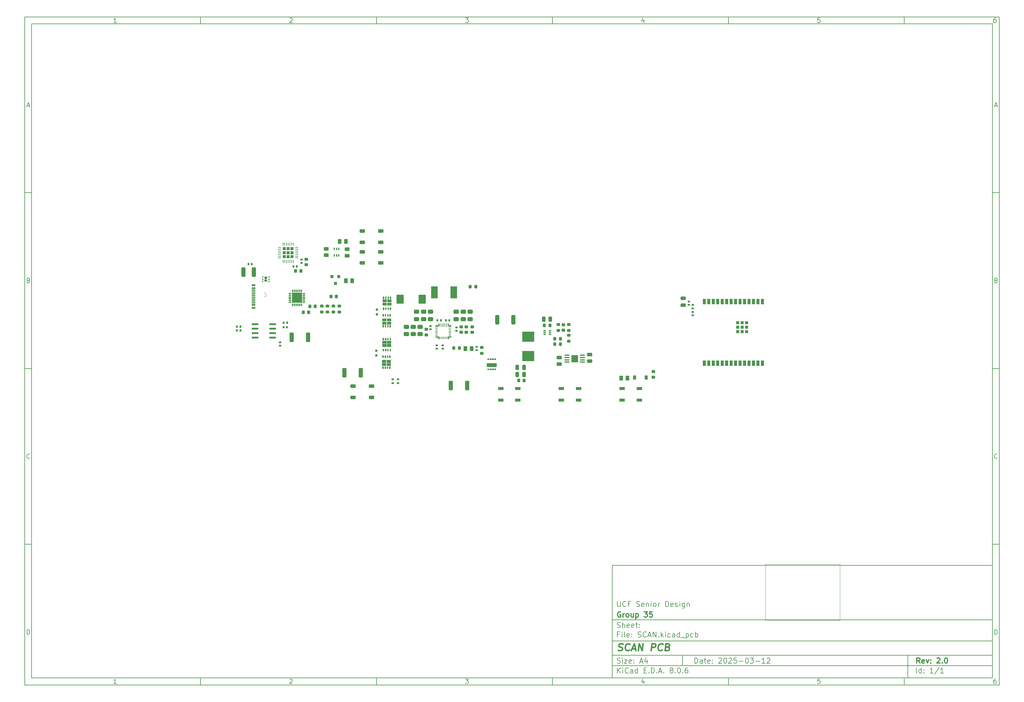
<source format=gbr>
G04 #@! TF.GenerationSoftware,KiCad,Pcbnew,8.0.6*
G04 #@! TF.CreationDate,2025-03-13T06:21:31-04:00*
G04 #@! TF.ProjectId,SCAN,5343414e-2e6b-4696-9361-645f70636258,2.0*
G04 #@! TF.SameCoordinates,Original*
G04 #@! TF.FileFunction,Paste,Top*
G04 #@! TF.FilePolarity,Positive*
%FSLAX46Y46*%
G04 Gerber Fmt 4.6, Leading zero omitted, Abs format (unit mm)*
G04 Created by KiCad (PCBNEW 8.0.6) date 2025-03-13 06:21:31*
%MOMM*%
%LPD*%
G01*
G04 APERTURE LIST*
G04 Aperture macros list*
%AMRoundRect*
0 Rectangle with rounded corners*
0 $1 Rounding radius*
0 $2 $3 $4 $5 $6 $7 $8 $9 X,Y pos of 4 corners*
0 Add a 4 corners polygon primitive as box body*
4,1,4,$2,$3,$4,$5,$6,$7,$8,$9,$2,$3,0*
0 Add four circle primitives for the rounded corners*
1,1,$1+$1,$2,$3*
1,1,$1+$1,$4,$5*
1,1,$1+$1,$6,$7*
1,1,$1+$1,$8,$9*
0 Add four rect primitives between the rounded corners*
20,1,$1+$1,$2,$3,$4,$5,0*
20,1,$1+$1,$4,$5,$6,$7,0*
20,1,$1+$1,$6,$7,$8,$9,0*
20,1,$1+$1,$8,$9,$2,$3,0*%
G04 Aperture macros list end*
%ADD10C,0.100000*%
%ADD11C,0.150000*%
%ADD12C,0.300000*%
%ADD13C,0.400000*%
%ADD14C,0.010000*%
%ADD15C,0.000000*%
%ADD16RoundRect,0.135000X0.135000X0.185000X-0.135000X0.185000X-0.135000X-0.185000X0.135000X-0.185000X0*%
%ADD17RoundRect,0.250000X-0.475000X0.337500X-0.475000X-0.337500X0.475000X-0.337500X0.475000X0.337500X0*%
%ADD18RoundRect,0.250000X-0.362500X-1.075000X0.362500X-1.075000X0.362500X1.075000X-0.362500X1.075000X0*%
%ADD19RoundRect,0.140000X-0.170000X0.140000X-0.170000X-0.140000X0.170000X-0.140000X0.170000X0.140000X0*%
%ADD20RoundRect,0.200000X-0.275000X0.200000X-0.275000X-0.200000X0.275000X-0.200000X0.275000X0.200000X0*%
%ADD21RoundRect,0.090000X-0.660000X-0.360000X0.660000X-0.360000X0.660000X0.360000X-0.660000X0.360000X0*%
%ADD22RoundRect,0.250000X0.475000X-0.250000X0.475000X0.250000X-0.475000X0.250000X-0.475000X-0.250000X0*%
%ADD23RoundRect,0.135000X-0.185000X0.135000X-0.185000X-0.135000X0.185000X-0.135000X0.185000X0.135000X0*%
%ADD24RoundRect,0.140000X0.140000X0.170000X-0.140000X0.170000X-0.140000X-0.170000X0.140000X-0.170000X0*%
%ADD25RoundRect,0.100000X-0.100000X0.225000X-0.100000X-0.225000X0.100000X-0.225000X0.100000X0.225000X0*%
%ADD26R,1.981200X0.558800*%
%ADD27RoundRect,0.135000X-0.135000X-0.185000X0.135000X-0.185000X0.135000X0.185000X-0.135000X0.185000X0*%
%ADD28RoundRect,0.225000X-0.225000X-0.250000X0.225000X-0.250000X0.225000X0.250000X-0.225000X0.250000X0*%
%ADD29RoundRect,0.225000X0.250000X-0.225000X0.250000X0.225000X-0.250000X0.225000X-0.250000X-0.225000X0*%
%ADD30RoundRect,0.200000X0.275000X-0.200000X0.275000X0.200000X-0.275000X0.200000X-0.275000X-0.200000X0*%
%ADD31RoundRect,0.140000X0.170000X-0.140000X0.170000X0.140000X-0.170000X0.140000X-0.170000X-0.140000X0*%
%ADD32RoundRect,0.225000X0.225000X0.250000X-0.225000X0.250000X-0.225000X-0.250000X0.225000X-0.250000X0*%
%ADD33RoundRect,0.200000X0.200000X0.275000X-0.200000X0.275000X-0.200000X-0.275000X0.200000X-0.275000X0*%
%ADD34R,0.750000X0.300000*%
%ADD35R,0.300000X0.750000*%
%ADD36R,2.850000X2.850000*%
%ADD37R,0.889000X1.498600*%
%ADD38R,0.812800X0.812800*%
%ADD39RoundRect,0.250000X-0.250000X-0.475000X0.250000X-0.475000X0.250000X0.475000X-0.250000X0.475000X0*%
%ADD40RoundRect,0.250000X-0.262500X-0.450000X0.262500X-0.450000X0.262500X0.450000X-0.262500X0.450000X0*%
%ADD41RoundRect,0.250000X0.250000X0.475000X-0.250000X0.475000X-0.250000X-0.475000X0.250000X-0.475000X0*%
%ADD42RoundRect,0.140000X-0.140000X-0.170000X0.140000X-0.170000X0.140000X0.170000X-0.140000X0.170000X0*%
%ADD43RoundRect,0.085000X-0.265000X-0.085000X0.265000X-0.085000X0.265000X0.085000X-0.265000X0.085000X0*%
%ADD44R,3.500000X3.000000*%
%ADD45RoundRect,0.250000X0.475000X-0.337500X0.475000X0.337500X-0.475000X0.337500X-0.475000X-0.337500X0*%
%ADD46RoundRect,0.225000X-0.250000X0.225000X-0.250000X-0.225000X0.250000X-0.225000X0.250000X0.225000X0*%
%ADD47RoundRect,0.225000X0.225000X0.375000X-0.225000X0.375000X-0.225000X-0.375000X0.225000X-0.375000X0*%
%ADD48RoundRect,0.250000X0.362500X1.075000X-0.362500X1.075000X-0.362500X-1.075000X0.362500X-1.075000X0*%
%ADD49RoundRect,0.250000X-0.787500X-1.025000X0.787500X-1.025000X0.787500X1.025000X-0.787500X1.025000X0*%
%ADD50R,0.812800X0.889000*%
%ADD51RoundRect,0.250000X0.262500X0.450000X-0.262500X0.450000X-0.262500X-0.450000X0.262500X-0.450000X0*%
%ADD52RoundRect,0.250000X-0.525000X-0.250000X0.525000X-0.250000X0.525000X0.250000X-0.525000X0.250000X0*%
%ADD53R,1.850000X3.400000*%
%ADD54R,1.140000X0.600000*%
%ADD55R,1.140000X0.300000*%
%ADD56RoundRect,0.250000X-0.450000X0.262500X-0.450000X-0.262500X0.450000X-0.262500X0.450000X0.262500X0*%
%ADD57RoundRect,0.050000X-0.250000X-0.050000X0.250000X-0.050000X0.250000X0.050000X-0.250000X0.050000X0*%
%ADD58RoundRect,0.050000X-0.050000X-0.250000X0.050000X-0.250000X0.050000X0.250000X-0.050000X0.250000X0*%
%ADD59RoundRect,0.050000X-0.300000X-0.050000X0.300000X-0.050000X0.300000X0.050000X-0.300000X0.050000X0*%
%ADD60RoundRect,0.050000X-0.275000X-0.050000X0.275000X-0.050000X0.275000X0.050000X-0.275000X0.050000X0*%
%ADD61RoundRect,0.050000X-0.290000X-0.050000X0.290000X-0.050000X0.290000X0.050000X-0.290000X0.050000X0*%
%ADD62RoundRect,0.050000X-0.050000X-0.450000X0.050000X-0.450000X0.050000X0.450000X-0.050000X0.450000X0*%
%ADD63RoundRect,0.050000X-0.050000X-0.425000X0.050000X-0.425000X0.050000X0.425000X-0.050000X0.425000X0*%
%ADD64RoundRect,0.250000X0.525000X0.250000X-0.525000X0.250000X-0.525000X-0.250000X0.525000X-0.250000X0*%
%ADD65RoundRect,0.150000X-0.200000X0.150000X-0.200000X-0.150000X0.200000X-0.150000X0.200000X0.150000X0*%
%ADD66RoundRect,0.218750X-0.218750X-0.256250X0.218750X-0.256250X0.218750X0.256250X-0.218750X0.256250X0*%
%ADD67RoundRect,0.225000X0.225000X-0.225000X0.225000X0.225000X-0.225000X0.225000X-0.225000X-0.225000X0*%
%ADD68RoundRect,0.062500X0.062500X-0.337500X0.062500X0.337500X-0.062500X0.337500X-0.062500X-0.337500X0*%
%ADD69RoundRect,0.062500X0.337500X-0.062500X0.337500X0.062500X-0.337500X0.062500X-0.337500X-0.062500X0*%
%ADD70RoundRect,0.250000X0.325000X1.100000X-0.325000X1.100000X-0.325000X-1.100000X0.325000X-1.100000X0*%
%ADD71R,1.333500X0.431800*%
%ADD72R,1.854200X2.159000*%
%ADD73RoundRect,0.250000X0.450000X-0.262500X0.450000X0.262500X-0.450000X0.262500X-0.450000X-0.262500X0*%
%ADD74RoundRect,0.218750X0.218750X0.256250X-0.218750X0.256250X-0.218750X-0.256250X0.218750X-0.256250X0*%
%ADD75RoundRect,0.160000X0.245000X0.160000X-0.245000X0.160000X-0.245000X-0.160000X0.245000X-0.160000X0*%
%ADD76RoundRect,0.093750X0.093750X0.106250X-0.093750X0.106250X-0.093750X-0.106250X0.093750X-0.106250X0*%
G04 APERTURE END LIST*
D10*
X220538867Y-165653700D02*
X220538867Y-181528700D01*
X241705533Y-181528700D01*
X241705533Y-165653700D01*
X220538867Y-165653700D01*
D11*
X177002200Y-166007200D02*
X285002200Y-166007200D01*
X285002200Y-198007200D01*
X177002200Y-198007200D01*
X177002200Y-166007200D01*
D10*
D11*
X10000000Y-10000000D02*
X287002200Y-10000000D01*
X287002200Y-200007200D01*
X10000000Y-200007200D01*
X10000000Y-10000000D01*
D10*
D11*
X12000000Y-12000000D02*
X285002200Y-12000000D01*
X285002200Y-198007200D01*
X12000000Y-198007200D01*
X12000000Y-12000000D01*
D10*
D11*
X60000000Y-12000000D02*
X60000000Y-10000000D01*
D10*
D11*
X110000000Y-12000000D02*
X110000000Y-10000000D01*
D10*
D11*
X160000000Y-12000000D02*
X160000000Y-10000000D01*
D10*
D11*
X210000000Y-12000000D02*
X210000000Y-10000000D01*
D10*
D11*
X260000000Y-12000000D02*
X260000000Y-10000000D01*
D10*
D11*
X36089160Y-11593604D02*
X35346303Y-11593604D01*
X35717731Y-11593604D02*
X35717731Y-10293604D01*
X35717731Y-10293604D02*
X35593922Y-10479319D01*
X35593922Y-10479319D02*
X35470112Y-10603128D01*
X35470112Y-10603128D02*
X35346303Y-10665033D01*
D10*
D11*
X85346303Y-10417414D02*
X85408207Y-10355509D01*
X85408207Y-10355509D02*
X85532017Y-10293604D01*
X85532017Y-10293604D02*
X85841541Y-10293604D01*
X85841541Y-10293604D02*
X85965350Y-10355509D01*
X85965350Y-10355509D02*
X86027255Y-10417414D01*
X86027255Y-10417414D02*
X86089160Y-10541223D01*
X86089160Y-10541223D02*
X86089160Y-10665033D01*
X86089160Y-10665033D02*
X86027255Y-10850747D01*
X86027255Y-10850747D02*
X85284398Y-11593604D01*
X85284398Y-11593604D02*
X86089160Y-11593604D01*
D10*
D11*
X135284398Y-10293604D02*
X136089160Y-10293604D01*
X136089160Y-10293604D02*
X135655826Y-10788842D01*
X135655826Y-10788842D02*
X135841541Y-10788842D01*
X135841541Y-10788842D02*
X135965350Y-10850747D01*
X135965350Y-10850747D02*
X136027255Y-10912652D01*
X136027255Y-10912652D02*
X136089160Y-11036461D01*
X136089160Y-11036461D02*
X136089160Y-11345985D01*
X136089160Y-11345985D02*
X136027255Y-11469795D01*
X136027255Y-11469795D02*
X135965350Y-11531700D01*
X135965350Y-11531700D02*
X135841541Y-11593604D01*
X135841541Y-11593604D02*
X135470112Y-11593604D01*
X135470112Y-11593604D02*
X135346303Y-11531700D01*
X135346303Y-11531700D02*
X135284398Y-11469795D01*
D10*
D11*
X185965350Y-10726938D02*
X185965350Y-11593604D01*
X185655826Y-10231700D02*
X185346303Y-11160271D01*
X185346303Y-11160271D02*
X186151064Y-11160271D01*
D10*
D11*
X236027255Y-10293604D02*
X235408207Y-10293604D01*
X235408207Y-10293604D02*
X235346303Y-10912652D01*
X235346303Y-10912652D02*
X235408207Y-10850747D01*
X235408207Y-10850747D02*
X235532017Y-10788842D01*
X235532017Y-10788842D02*
X235841541Y-10788842D01*
X235841541Y-10788842D02*
X235965350Y-10850747D01*
X235965350Y-10850747D02*
X236027255Y-10912652D01*
X236027255Y-10912652D02*
X236089160Y-11036461D01*
X236089160Y-11036461D02*
X236089160Y-11345985D01*
X236089160Y-11345985D02*
X236027255Y-11469795D01*
X236027255Y-11469795D02*
X235965350Y-11531700D01*
X235965350Y-11531700D02*
X235841541Y-11593604D01*
X235841541Y-11593604D02*
X235532017Y-11593604D01*
X235532017Y-11593604D02*
X235408207Y-11531700D01*
X235408207Y-11531700D02*
X235346303Y-11469795D01*
D10*
D11*
X285965350Y-10293604D02*
X285717731Y-10293604D01*
X285717731Y-10293604D02*
X285593922Y-10355509D01*
X285593922Y-10355509D02*
X285532017Y-10417414D01*
X285532017Y-10417414D02*
X285408207Y-10603128D01*
X285408207Y-10603128D02*
X285346303Y-10850747D01*
X285346303Y-10850747D02*
X285346303Y-11345985D01*
X285346303Y-11345985D02*
X285408207Y-11469795D01*
X285408207Y-11469795D02*
X285470112Y-11531700D01*
X285470112Y-11531700D02*
X285593922Y-11593604D01*
X285593922Y-11593604D02*
X285841541Y-11593604D01*
X285841541Y-11593604D02*
X285965350Y-11531700D01*
X285965350Y-11531700D02*
X286027255Y-11469795D01*
X286027255Y-11469795D02*
X286089160Y-11345985D01*
X286089160Y-11345985D02*
X286089160Y-11036461D01*
X286089160Y-11036461D02*
X286027255Y-10912652D01*
X286027255Y-10912652D02*
X285965350Y-10850747D01*
X285965350Y-10850747D02*
X285841541Y-10788842D01*
X285841541Y-10788842D02*
X285593922Y-10788842D01*
X285593922Y-10788842D02*
X285470112Y-10850747D01*
X285470112Y-10850747D02*
X285408207Y-10912652D01*
X285408207Y-10912652D02*
X285346303Y-11036461D01*
D10*
D11*
X60000000Y-198007200D02*
X60000000Y-200007200D01*
D10*
D11*
X110000000Y-198007200D02*
X110000000Y-200007200D01*
D10*
D11*
X160000000Y-198007200D02*
X160000000Y-200007200D01*
D10*
D11*
X210000000Y-198007200D02*
X210000000Y-200007200D01*
D10*
D11*
X260000000Y-198007200D02*
X260000000Y-200007200D01*
D10*
D11*
X36089160Y-199600804D02*
X35346303Y-199600804D01*
X35717731Y-199600804D02*
X35717731Y-198300804D01*
X35717731Y-198300804D02*
X35593922Y-198486519D01*
X35593922Y-198486519D02*
X35470112Y-198610328D01*
X35470112Y-198610328D02*
X35346303Y-198672233D01*
D10*
D11*
X85346303Y-198424614D02*
X85408207Y-198362709D01*
X85408207Y-198362709D02*
X85532017Y-198300804D01*
X85532017Y-198300804D02*
X85841541Y-198300804D01*
X85841541Y-198300804D02*
X85965350Y-198362709D01*
X85965350Y-198362709D02*
X86027255Y-198424614D01*
X86027255Y-198424614D02*
X86089160Y-198548423D01*
X86089160Y-198548423D02*
X86089160Y-198672233D01*
X86089160Y-198672233D02*
X86027255Y-198857947D01*
X86027255Y-198857947D02*
X85284398Y-199600804D01*
X85284398Y-199600804D02*
X86089160Y-199600804D01*
D10*
D11*
X135284398Y-198300804D02*
X136089160Y-198300804D01*
X136089160Y-198300804D02*
X135655826Y-198796042D01*
X135655826Y-198796042D02*
X135841541Y-198796042D01*
X135841541Y-198796042D02*
X135965350Y-198857947D01*
X135965350Y-198857947D02*
X136027255Y-198919852D01*
X136027255Y-198919852D02*
X136089160Y-199043661D01*
X136089160Y-199043661D02*
X136089160Y-199353185D01*
X136089160Y-199353185D02*
X136027255Y-199476995D01*
X136027255Y-199476995D02*
X135965350Y-199538900D01*
X135965350Y-199538900D02*
X135841541Y-199600804D01*
X135841541Y-199600804D02*
X135470112Y-199600804D01*
X135470112Y-199600804D02*
X135346303Y-199538900D01*
X135346303Y-199538900D02*
X135284398Y-199476995D01*
D10*
D11*
X185965350Y-198734138D02*
X185965350Y-199600804D01*
X185655826Y-198238900D02*
X185346303Y-199167471D01*
X185346303Y-199167471D02*
X186151064Y-199167471D01*
D10*
D11*
X236027255Y-198300804D02*
X235408207Y-198300804D01*
X235408207Y-198300804D02*
X235346303Y-198919852D01*
X235346303Y-198919852D02*
X235408207Y-198857947D01*
X235408207Y-198857947D02*
X235532017Y-198796042D01*
X235532017Y-198796042D02*
X235841541Y-198796042D01*
X235841541Y-198796042D02*
X235965350Y-198857947D01*
X235965350Y-198857947D02*
X236027255Y-198919852D01*
X236027255Y-198919852D02*
X236089160Y-199043661D01*
X236089160Y-199043661D02*
X236089160Y-199353185D01*
X236089160Y-199353185D02*
X236027255Y-199476995D01*
X236027255Y-199476995D02*
X235965350Y-199538900D01*
X235965350Y-199538900D02*
X235841541Y-199600804D01*
X235841541Y-199600804D02*
X235532017Y-199600804D01*
X235532017Y-199600804D02*
X235408207Y-199538900D01*
X235408207Y-199538900D02*
X235346303Y-199476995D01*
D10*
D11*
X285965350Y-198300804D02*
X285717731Y-198300804D01*
X285717731Y-198300804D02*
X285593922Y-198362709D01*
X285593922Y-198362709D02*
X285532017Y-198424614D01*
X285532017Y-198424614D02*
X285408207Y-198610328D01*
X285408207Y-198610328D02*
X285346303Y-198857947D01*
X285346303Y-198857947D02*
X285346303Y-199353185D01*
X285346303Y-199353185D02*
X285408207Y-199476995D01*
X285408207Y-199476995D02*
X285470112Y-199538900D01*
X285470112Y-199538900D02*
X285593922Y-199600804D01*
X285593922Y-199600804D02*
X285841541Y-199600804D01*
X285841541Y-199600804D02*
X285965350Y-199538900D01*
X285965350Y-199538900D02*
X286027255Y-199476995D01*
X286027255Y-199476995D02*
X286089160Y-199353185D01*
X286089160Y-199353185D02*
X286089160Y-199043661D01*
X286089160Y-199043661D02*
X286027255Y-198919852D01*
X286027255Y-198919852D02*
X285965350Y-198857947D01*
X285965350Y-198857947D02*
X285841541Y-198796042D01*
X285841541Y-198796042D02*
X285593922Y-198796042D01*
X285593922Y-198796042D02*
X285470112Y-198857947D01*
X285470112Y-198857947D02*
X285408207Y-198919852D01*
X285408207Y-198919852D02*
X285346303Y-199043661D01*
D10*
D11*
X10000000Y-60000000D02*
X12000000Y-60000000D01*
D10*
D11*
X10000000Y-110000000D02*
X12000000Y-110000000D01*
D10*
D11*
X10000000Y-160000000D02*
X12000000Y-160000000D01*
D10*
D11*
X10690476Y-35222176D02*
X11309523Y-35222176D01*
X10566666Y-35593604D02*
X10999999Y-34293604D01*
X10999999Y-34293604D02*
X11433333Y-35593604D01*
D10*
D11*
X11092857Y-84912652D02*
X11278571Y-84974557D01*
X11278571Y-84974557D02*
X11340476Y-85036461D01*
X11340476Y-85036461D02*
X11402380Y-85160271D01*
X11402380Y-85160271D02*
X11402380Y-85345985D01*
X11402380Y-85345985D02*
X11340476Y-85469795D01*
X11340476Y-85469795D02*
X11278571Y-85531700D01*
X11278571Y-85531700D02*
X11154761Y-85593604D01*
X11154761Y-85593604D02*
X10659523Y-85593604D01*
X10659523Y-85593604D02*
X10659523Y-84293604D01*
X10659523Y-84293604D02*
X11092857Y-84293604D01*
X11092857Y-84293604D02*
X11216666Y-84355509D01*
X11216666Y-84355509D02*
X11278571Y-84417414D01*
X11278571Y-84417414D02*
X11340476Y-84541223D01*
X11340476Y-84541223D02*
X11340476Y-84665033D01*
X11340476Y-84665033D02*
X11278571Y-84788842D01*
X11278571Y-84788842D02*
X11216666Y-84850747D01*
X11216666Y-84850747D02*
X11092857Y-84912652D01*
X11092857Y-84912652D02*
X10659523Y-84912652D01*
D10*
D11*
X11402380Y-135469795D02*
X11340476Y-135531700D01*
X11340476Y-135531700D02*
X11154761Y-135593604D01*
X11154761Y-135593604D02*
X11030952Y-135593604D01*
X11030952Y-135593604D02*
X10845238Y-135531700D01*
X10845238Y-135531700D02*
X10721428Y-135407890D01*
X10721428Y-135407890D02*
X10659523Y-135284080D01*
X10659523Y-135284080D02*
X10597619Y-135036461D01*
X10597619Y-135036461D02*
X10597619Y-134850747D01*
X10597619Y-134850747D02*
X10659523Y-134603128D01*
X10659523Y-134603128D02*
X10721428Y-134479319D01*
X10721428Y-134479319D02*
X10845238Y-134355509D01*
X10845238Y-134355509D02*
X11030952Y-134293604D01*
X11030952Y-134293604D02*
X11154761Y-134293604D01*
X11154761Y-134293604D02*
X11340476Y-134355509D01*
X11340476Y-134355509D02*
X11402380Y-134417414D01*
D10*
D11*
X10659523Y-185593604D02*
X10659523Y-184293604D01*
X10659523Y-184293604D02*
X10969047Y-184293604D01*
X10969047Y-184293604D02*
X11154761Y-184355509D01*
X11154761Y-184355509D02*
X11278571Y-184479319D01*
X11278571Y-184479319D02*
X11340476Y-184603128D01*
X11340476Y-184603128D02*
X11402380Y-184850747D01*
X11402380Y-184850747D02*
X11402380Y-185036461D01*
X11402380Y-185036461D02*
X11340476Y-185284080D01*
X11340476Y-185284080D02*
X11278571Y-185407890D01*
X11278571Y-185407890D02*
X11154761Y-185531700D01*
X11154761Y-185531700D02*
X10969047Y-185593604D01*
X10969047Y-185593604D02*
X10659523Y-185593604D01*
D10*
D11*
X287002200Y-60000000D02*
X285002200Y-60000000D01*
D10*
D11*
X287002200Y-110000000D02*
X285002200Y-110000000D01*
D10*
D11*
X287002200Y-160000000D02*
X285002200Y-160000000D01*
D10*
D11*
X285692676Y-35222176D02*
X286311723Y-35222176D01*
X285568866Y-35593604D02*
X286002199Y-34293604D01*
X286002199Y-34293604D02*
X286435533Y-35593604D01*
D10*
D11*
X286095057Y-84912652D02*
X286280771Y-84974557D01*
X286280771Y-84974557D02*
X286342676Y-85036461D01*
X286342676Y-85036461D02*
X286404580Y-85160271D01*
X286404580Y-85160271D02*
X286404580Y-85345985D01*
X286404580Y-85345985D02*
X286342676Y-85469795D01*
X286342676Y-85469795D02*
X286280771Y-85531700D01*
X286280771Y-85531700D02*
X286156961Y-85593604D01*
X286156961Y-85593604D02*
X285661723Y-85593604D01*
X285661723Y-85593604D02*
X285661723Y-84293604D01*
X285661723Y-84293604D02*
X286095057Y-84293604D01*
X286095057Y-84293604D02*
X286218866Y-84355509D01*
X286218866Y-84355509D02*
X286280771Y-84417414D01*
X286280771Y-84417414D02*
X286342676Y-84541223D01*
X286342676Y-84541223D02*
X286342676Y-84665033D01*
X286342676Y-84665033D02*
X286280771Y-84788842D01*
X286280771Y-84788842D02*
X286218866Y-84850747D01*
X286218866Y-84850747D02*
X286095057Y-84912652D01*
X286095057Y-84912652D02*
X285661723Y-84912652D01*
D10*
D11*
X286404580Y-135469795D02*
X286342676Y-135531700D01*
X286342676Y-135531700D02*
X286156961Y-135593604D01*
X286156961Y-135593604D02*
X286033152Y-135593604D01*
X286033152Y-135593604D02*
X285847438Y-135531700D01*
X285847438Y-135531700D02*
X285723628Y-135407890D01*
X285723628Y-135407890D02*
X285661723Y-135284080D01*
X285661723Y-135284080D02*
X285599819Y-135036461D01*
X285599819Y-135036461D02*
X285599819Y-134850747D01*
X285599819Y-134850747D02*
X285661723Y-134603128D01*
X285661723Y-134603128D02*
X285723628Y-134479319D01*
X285723628Y-134479319D02*
X285847438Y-134355509D01*
X285847438Y-134355509D02*
X286033152Y-134293604D01*
X286033152Y-134293604D02*
X286156961Y-134293604D01*
X286156961Y-134293604D02*
X286342676Y-134355509D01*
X286342676Y-134355509D02*
X286404580Y-134417414D01*
D10*
D11*
X285661723Y-185593604D02*
X285661723Y-184293604D01*
X285661723Y-184293604D02*
X285971247Y-184293604D01*
X285971247Y-184293604D02*
X286156961Y-184355509D01*
X286156961Y-184355509D02*
X286280771Y-184479319D01*
X286280771Y-184479319D02*
X286342676Y-184603128D01*
X286342676Y-184603128D02*
X286404580Y-184850747D01*
X286404580Y-184850747D02*
X286404580Y-185036461D01*
X286404580Y-185036461D02*
X286342676Y-185284080D01*
X286342676Y-185284080D02*
X286280771Y-185407890D01*
X286280771Y-185407890D02*
X286156961Y-185531700D01*
X286156961Y-185531700D02*
X285971247Y-185593604D01*
X285971247Y-185593604D02*
X285661723Y-185593604D01*
D10*
D11*
X200458026Y-193793328D02*
X200458026Y-192293328D01*
X200458026Y-192293328D02*
X200815169Y-192293328D01*
X200815169Y-192293328D02*
X201029455Y-192364757D01*
X201029455Y-192364757D02*
X201172312Y-192507614D01*
X201172312Y-192507614D02*
X201243741Y-192650471D01*
X201243741Y-192650471D02*
X201315169Y-192936185D01*
X201315169Y-192936185D02*
X201315169Y-193150471D01*
X201315169Y-193150471D02*
X201243741Y-193436185D01*
X201243741Y-193436185D02*
X201172312Y-193579042D01*
X201172312Y-193579042D02*
X201029455Y-193721900D01*
X201029455Y-193721900D02*
X200815169Y-193793328D01*
X200815169Y-193793328D02*
X200458026Y-193793328D01*
X202600884Y-193793328D02*
X202600884Y-193007614D01*
X202600884Y-193007614D02*
X202529455Y-192864757D01*
X202529455Y-192864757D02*
X202386598Y-192793328D01*
X202386598Y-192793328D02*
X202100884Y-192793328D01*
X202100884Y-192793328D02*
X201958026Y-192864757D01*
X202600884Y-193721900D02*
X202458026Y-193793328D01*
X202458026Y-193793328D02*
X202100884Y-193793328D01*
X202100884Y-193793328D02*
X201958026Y-193721900D01*
X201958026Y-193721900D02*
X201886598Y-193579042D01*
X201886598Y-193579042D02*
X201886598Y-193436185D01*
X201886598Y-193436185D02*
X201958026Y-193293328D01*
X201958026Y-193293328D02*
X202100884Y-193221900D01*
X202100884Y-193221900D02*
X202458026Y-193221900D01*
X202458026Y-193221900D02*
X202600884Y-193150471D01*
X203100884Y-192793328D02*
X203672312Y-192793328D01*
X203315169Y-192293328D02*
X203315169Y-193579042D01*
X203315169Y-193579042D02*
X203386598Y-193721900D01*
X203386598Y-193721900D02*
X203529455Y-193793328D01*
X203529455Y-193793328D02*
X203672312Y-193793328D01*
X204743741Y-193721900D02*
X204600884Y-193793328D01*
X204600884Y-193793328D02*
X204315170Y-193793328D01*
X204315170Y-193793328D02*
X204172312Y-193721900D01*
X204172312Y-193721900D02*
X204100884Y-193579042D01*
X204100884Y-193579042D02*
X204100884Y-193007614D01*
X204100884Y-193007614D02*
X204172312Y-192864757D01*
X204172312Y-192864757D02*
X204315170Y-192793328D01*
X204315170Y-192793328D02*
X204600884Y-192793328D01*
X204600884Y-192793328D02*
X204743741Y-192864757D01*
X204743741Y-192864757D02*
X204815170Y-193007614D01*
X204815170Y-193007614D02*
X204815170Y-193150471D01*
X204815170Y-193150471D02*
X204100884Y-193293328D01*
X205458026Y-193650471D02*
X205529455Y-193721900D01*
X205529455Y-193721900D02*
X205458026Y-193793328D01*
X205458026Y-193793328D02*
X205386598Y-193721900D01*
X205386598Y-193721900D02*
X205458026Y-193650471D01*
X205458026Y-193650471D02*
X205458026Y-193793328D01*
X205458026Y-192864757D02*
X205529455Y-192936185D01*
X205529455Y-192936185D02*
X205458026Y-193007614D01*
X205458026Y-193007614D02*
X205386598Y-192936185D01*
X205386598Y-192936185D02*
X205458026Y-192864757D01*
X205458026Y-192864757D02*
X205458026Y-193007614D01*
X207243741Y-192436185D02*
X207315169Y-192364757D01*
X207315169Y-192364757D02*
X207458027Y-192293328D01*
X207458027Y-192293328D02*
X207815169Y-192293328D01*
X207815169Y-192293328D02*
X207958027Y-192364757D01*
X207958027Y-192364757D02*
X208029455Y-192436185D01*
X208029455Y-192436185D02*
X208100884Y-192579042D01*
X208100884Y-192579042D02*
X208100884Y-192721900D01*
X208100884Y-192721900D02*
X208029455Y-192936185D01*
X208029455Y-192936185D02*
X207172312Y-193793328D01*
X207172312Y-193793328D02*
X208100884Y-193793328D01*
X209029455Y-192293328D02*
X209172312Y-192293328D01*
X209172312Y-192293328D02*
X209315169Y-192364757D01*
X209315169Y-192364757D02*
X209386598Y-192436185D01*
X209386598Y-192436185D02*
X209458026Y-192579042D01*
X209458026Y-192579042D02*
X209529455Y-192864757D01*
X209529455Y-192864757D02*
X209529455Y-193221900D01*
X209529455Y-193221900D02*
X209458026Y-193507614D01*
X209458026Y-193507614D02*
X209386598Y-193650471D01*
X209386598Y-193650471D02*
X209315169Y-193721900D01*
X209315169Y-193721900D02*
X209172312Y-193793328D01*
X209172312Y-193793328D02*
X209029455Y-193793328D01*
X209029455Y-193793328D02*
X208886598Y-193721900D01*
X208886598Y-193721900D02*
X208815169Y-193650471D01*
X208815169Y-193650471D02*
X208743740Y-193507614D01*
X208743740Y-193507614D02*
X208672312Y-193221900D01*
X208672312Y-193221900D02*
X208672312Y-192864757D01*
X208672312Y-192864757D02*
X208743740Y-192579042D01*
X208743740Y-192579042D02*
X208815169Y-192436185D01*
X208815169Y-192436185D02*
X208886598Y-192364757D01*
X208886598Y-192364757D02*
X209029455Y-192293328D01*
X210100883Y-192436185D02*
X210172311Y-192364757D01*
X210172311Y-192364757D02*
X210315169Y-192293328D01*
X210315169Y-192293328D02*
X210672311Y-192293328D01*
X210672311Y-192293328D02*
X210815169Y-192364757D01*
X210815169Y-192364757D02*
X210886597Y-192436185D01*
X210886597Y-192436185D02*
X210958026Y-192579042D01*
X210958026Y-192579042D02*
X210958026Y-192721900D01*
X210958026Y-192721900D02*
X210886597Y-192936185D01*
X210886597Y-192936185D02*
X210029454Y-193793328D01*
X210029454Y-193793328D02*
X210958026Y-193793328D01*
X212315168Y-192293328D02*
X211600882Y-192293328D01*
X211600882Y-192293328D02*
X211529454Y-193007614D01*
X211529454Y-193007614D02*
X211600882Y-192936185D01*
X211600882Y-192936185D02*
X211743740Y-192864757D01*
X211743740Y-192864757D02*
X212100882Y-192864757D01*
X212100882Y-192864757D02*
X212243740Y-192936185D01*
X212243740Y-192936185D02*
X212315168Y-193007614D01*
X212315168Y-193007614D02*
X212386597Y-193150471D01*
X212386597Y-193150471D02*
X212386597Y-193507614D01*
X212386597Y-193507614D02*
X212315168Y-193650471D01*
X212315168Y-193650471D02*
X212243740Y-193721900D01*
X212243740Y-193721900D02*
X212100882Y-193793328D01*
X212100882Y-193793328D02*
X211743740Y-193793328D01*
X211743740Y-193793328D02*
X211600882Y-193721900D01*
X211600882Y-193721900D02*
X211529454Y-193650471D01*
X213029453Y-193221900D02*
X214172311Y-193221900D01*
X215172311Y-192293328D02*
X215315168Y-192293328D01*
X215315168Y-192293328D02*
X215458025Y-192364757D01*
X215458025Y-192364757D02*
X215529454Y-192436185D01*
X215529454Y-192436185D02*
X215600882Y-192579042D01*
X215600882Y-192579042D02*
X215672311Y-192864757D01*
X215672311Y-192864757D02*
X215672311Y-193221900D01*
X215672311Y-193221900D02*
X215600882Y-193507614D01*
X215600882Y-193507614D02*
X215529454Y-193650471D01*
X215529454Y-193650471D02*
X215458025Y-193721900D01*
X215458025Y-193721900D02*
X215315168Y-193793328D01*
X215315168Y-193793328D02*
X215172311Y-193793328D01*
X215172311Y-193793328D02*
X215029454Y-193721900D01*
X215029454Y-193721900D02*
X214958025Y-193650471D01*
X214958025Y-193650471D02*
X214886596Y-193507614D01*
X214886596Y-193507614D02*
X214815168Y-193221900D01*
X214815168Y-193221900D02*
X214815168Y-192864757D01*
X214815168Y-192864757D02*
X214886596Y-192579042D01*
X214886596Y-192579042D02*
X214958025Y-192436185D01*
X214958025Y-192436185D02*
X215029454Y-192364757D01*
X215029454Y-192364757D02*
X215172311Y-192293328D01*
X216172310Y-192293328D02*
X217100882Y-192293328D01*
X217100882Y-192293328D02*
X216600882Y-192864757D01*
X216600882Y-192864757D02*
X216815167Y-192864757D01*
X216815167Y-192864757D02*
X216958025Y-192936185D01*
X216958025Y-192936185D02*
X217029453Y-193007614D01*
X217029453Y-193007614D02*
X217100882Y-193150471D01*
X217100882Y-193150471D02*
X217100882Y-193507614D01*
X217100882Y-193507614D02*
X217029453Y-193650471D01*
X217029453Y-193650471D02*
X216958025Y-193721900D01*
X216958025Y-193721900D02*
X216815167Y-193793328D01*
X216815167Y-193793328D02*
X216386596Y-193793328D01*
X216386596Y-193793328D02*
X216243739Y-193721900D01*
X216243739Y-193721900D02*
X216172310Y-193650471D01*
X217743738Y-193221900D02*
X218886596Y-193221900D01*
X220386596Y-193793328D02*
X219529453Y-193793328D01*
X219958024Y-193793328D02*
X219958024Y-192293328D01*
X219958024Y-192293328D02*
X219815167Y-192507614D01*
X219815167Y-192507614D02*
X219672310Y-192650471D01*
X219672310Y-192650471D02*
X219529453Y-192721900D01*
X220958024Y-192436185D02*
X221029452Y-192364757D01*
X221029452Y-192364757D02*
X221172310Y-192293328D01*
X221172310Y-192293328D02*
X221529452Y-192293328D01*
X221529452Y-192293328D02*
X221672310Y-192364757D01*
X221672310Y-192364757D02*
X221743738Y-192436185D01*
X221743738Y-192436185D02*
X221815167Y-192579042D01*
X221815167Y-192579042D02*
X221815167Y-192721900D01*
X221815167Y-192721900D02*
X221743738Y-192936185D01*
X221743738Y-192936185D02*
X220886595Y-193793328D01*
X220886595Y-193793328D02*
X221815167Y-193793328D01*
D10*
D11*
X177002200Y-194507200D02*
X285002200Y-194507200D01*
D10*
D11*
X178458026Y-196593328D02*
X178458026Y-195093328D01*
X179315169Y-196593328D02*
X178672312Y-195736185D01*
X179315169Y-195093328D02*
X178458026Y-195950471D01*
X179958026Y-196593328D02*
X179958026Y-195593328D01*
X179958026Y-195093328D02*
X179886598Y-195164757D01*
X179886598Y-195164757D02*
X179958026Y-195236185D01*
X179958026Y-195236185D02*
X180029455Y-195164757D01*
X180029455Y-195164757D02*
X179958026Y-195093328D01*
X179958026Y-195093328D02*
X179958026Y-195236185D01*
X181529455Y-196450471D02*
X181458027Y-196521900D01*
X181458027Y-196521900D02*
X181243741Y-196593328D01*
X181243741Y-196593328D02*
X181100884Y-196593328D01*
X181100884Y-196593328D02*
X180886598Y-196521900D01*
X180886598Y-196521900D02*
X180743741Y-196379042D01*
X180743741Y-196379042D02*
X180672312Y-196236185D01*
X180672312Y-196236185D02*
X180600884Y-195950471D01*
X180600884Y-195950471D02*
X180600884Y-195736185D01*
X180600884Y-195736185D02*
X180672312Y-195450471D01*
X180672312Y-195450471D02*
X180743741Y-195307614D01*
X180743741Y-195307614D02*
X180886598Y-195164757D01*
X180886598Y-195164757D02*
X181100884Y-195093328D01*
X181100884Y-195093328D02*
X181243741Y-195093328D01*
X181243741Y-195093328D02*
X181458027Y-195164757D01*
X181458027Y-195164757D02*
X181529455Y-195236185D01*
X182815170Y-196593328D02*
X182815170Y-195807614D01*
X182815170Y-195807614D02*
X182743741Y-195664757D01*
X182743741Y-195664757D02*
X182600884Y-195593328D01*
X182600884Y-195593328D02*
X182315170Y-195593328D01*
X182315170Y-195593328D02*
X182172312Y-195664757D01*
X182815170Y-196521900D02*
X182672312Y-196593328D01*
X182672312Y-196593328D02*
X182315170Y-196593328D01*
X182315170Y-196593328D02*
X182172312Y-196521900D01*
X182172312Y-196521900D02*
X182100884Y-196379042D01*
X182100884Y-196379042D02*
X182100884Y-196236185D01*
X182100884Y-196236185D02*
X182172312Y-196093328D01*
X182172312Y-196093328D02*
X182315170Y-196021900D01*
X182315170Y-196021900D02*
X182672312Y-196021900D01*
X182672312Y-196021900D02*
X182815170Y-195950471D01*
X184172313Y-196593328D02*
X184172313Y-195093328D01*
X184172313Y-196521900D02*
X184029455Y-196593328D01*
X184029455Y-196593328D02*
X183743741Y-196593328D01*
X183743741Y-196593328D02*
X183600884Y-196521900D01*
X183600884Y-196521900D02*
X183529455Y-196450471D01*
X183529455Y-196450471D02*
X183458027Y-196307614D01*
X183458027Y-196307614D02*
X183458027Y-195879042D01*
X183458027Y-195879042D02*
X183529455Y-195736185D01*
X183529455Y-195736185D02*
X183600884Y-195664757D01*
X183600884Y-195664757D02*
X183743741Y-195593328D01*
X183743741Y-195593328D02*
X184029455Y-195593328D01*
X184029455Y-195593328D02*
X184172313Y-195664757D01*
X186029455Y-195807614D02*
X186529455Y-195807614D01*
X186743741Y-196593328D02*
X186029455Y-196593328D01*
X186029455Y-196593328D02*
X186029455Y-195093328D01*
X186029455Y-195093328D02*
X186743741Y-195093328D01*
X187386598Y-196450471D02*
X187458027Y-196521900D01*
X187458027Y-196521900D02*
X187386598Y-196593328D01*
X187386598Y-196593328D02*
X187315170Y-196521900D01*
X187315170Y-196521900D02*
X187386598Y-196450471D01*
X187386598Y-196450471D02*
X187386598Y-196593328D01*
X188100884Y-196593328D02*
X188100884Y-195093328D01*
X188100884Y-195093328D02*
X188458027Y-195093328D01*
X188458027Y-195093328D02*
X188672313Y-195164757D01*
X188672313Y-195164757D02*
X188815170Y-195307614D01*
X188815170Y-195307614D02*
X188886599Y-195450471D01*
X188886599Y-195450471D02*
X188958027Y-195736185D01*
X188958027Y-195736185D02*
X188958027Y-195950471D01*
X188958027Y-195950471D02*
X188886599Y-196236185D01*
X188886599Y-196236185D02*
X188815170Y-196379042D01*
X188815170Y-196379042D02*
X188672313Y-196521900D01*
X188672313Y-196521900D02*
X188458027Y-196593328D01*
X188458027Y-196593328D02*
X188100884Y-196593328D01*
X189600884Y-196450471D02*
X189672313Y-196521900D01*
X189672313Y-196521900D02*
X189600884Y-196593328D01*
X189600884Y-196593328D02*
X189529456Y-196521900D01*
X189529456Y-196521900D02*
X189600884Y-196450471D01*
X189600884Y-196450471D02*
X189600884Y-196593328D01*
X190243742Y-196164757D02*
X190958028Y-196164757D01*
X190100885Y-196593328D02*
X190600885Y-195093328D01*
X190600885Y-195093328D02*
X191100885Y-196593328D01*
X191600884Y-196450471D02*
X191672313Y-196521900D01*
X191672313Y-196521900D02*
X191600884Y-196593328D01*
X191600884Y-196593328D02*
X191529456Y-196521900D01*
X191529456Y-196521900D02*
X191600884Y-196450471D01*
X191600884Y-196450471D02*
X191600884Y-196593328D01*
X193672313Y-195736185D02*
X193529456Y-195664757D01*
X193529456Y-195664757D02*
X193458027Y-195593328D01*
X193458027Y-195593328D02*
X193386599Y-195450471D01*
X193386599Y-195450471D02*
X193386599Y-195379042D01*
X193386599Y-195379042D02*
X193458027Y-195236185D01*
X193458027Y-195236185D02*
X193529456Y-195164757D01*
X193529456Y-195164757D02*
X193672313Y-195093328D01*
X193672313Y-195093328D02*
X193958027Y-195093328D01*
X193958027Y-195093328D02*
X194100885Y-195164757D01*
X194100885Y-195164757D02*
X194172313Y-195236185D01*
X194172313Y-195236185D02*
X194243742Y-195379042D01*
X194243742Y-195379042D02*
X194243742Y-195450471D01*
X194243742Y-195450471D02*
X194172313Y-195593328D01*
X194172313Y-195593328D02*
X194100885Y-195664757D01*
X194100885Y-195664757D02*
X193958027Y-195736185D01*
X193958027Y-195736185D02*
X193672313Y-195736185D01*
X193672313Y-195736185D02*
X193529456Y-195807614D01*
X193529456Y-195807614D02*
X193458027Y-195879042D01*
X193458027Y-195879042D02*
X193386599Y-196021900D01*
X193386599Y-196021900D02*
X193386599Y-196307614D01*
X193386599Y-196307614D02*
X193458027Y-196450471D01*
X193458027Y-196450471D02*
X193529456Y-196521900D01*
X193529456Y-196521900D02*
X193672313Y-196593328D01*
X193672313Y-196593328D02*
X193958027Y-196593328D01*
X193958027Y-196593328D02*
X194100885Y-196521900D01*
X194100885Y-196521900D02*
X194172313Y-196450471D01*
X194172313Y-196450471D02*
X194243742Y-196307614D01*
X194243742Y-196307614D02*
X194243742Y-196021900D01*
X194243742Y-196021900D02*
X194172313Y-195879042D01*
X194172313Y-195879042D02*
X194100885Y-195807614D01*
X194100885Y-195807614D02*
X193958027Y-195736185D01*
X194886598Y-196450471D02*
X194958027Y-196521900D01*
X194958027Y-196521900D02*
X194886598Y-196593328D01*
X194886598Y-196593328D02*
X194815170Y-196521900D01*
X194815170Y-196521900D02*
X194886598Y-196450471D01*
X194886598Y-196450471D02*
X194886598Y-196593328D01*
X195886599Y-195093328D02*
X196029456Y-195093328D01*
X196029456Y-195093328D02*
X196172313Y-195164757D01*
X196172313Y-195164757D02*
X196243742Y-195236185D01*
X196243742Y-195236185D02*
X196315170Y-195379042D01*
X196315170Y-195379042D02*
X196386599Y-195664757D01*
X196386599Y-195664757D02*
X196386599Y-196021900D01*
X196386599Y-196021900D02*
X196315170Y-196307614D01*
X196315170Y-196307614D02*
X196243742Y-196450471D01*
X196243742Y-196450471D02*
X196172313Y-196521900D01*
X196172313Y-196521900D02*
X196029456Y-196593328D01*
X196029456Y-196593328D02*
X195886599Y-196593328D01*
X195886599Y-196593328D02*
X195743742Y-196521900D01*
X195743742Y-196521900D02*
X195672313Y-196450471D01*
X195672313Y-196450471D02*
X195600884Y-196307614D01*
X195600884Y-196307614D02*
X195529456Y-196021900D01*
X195529456Y-196021900D02*
X195529456Y-195664757D01*
X195529456Y-195664757D02*
X195600884Y-195379042D01*
X195600884Y-195379042D02*
X195672313Y-195236185D01*
X195672313Y-195236185D02*
X195743742Y-195164757D01*
X195743742Y-195164757D02*
X195886599Y-195093328D01*
X197029455Y-196450471D02*
X197100884Y-196521900D01*
X197100884Y-196521900D02*
X197029455Y-196593328D01*
X197029455Y-196593328D02*
X196958027Y-196521900D01*
X196958027Y-196521900D02*
X197029455Y-196450471D01*
X197029455Y-196450471D02*
X197029455Y-196593328D01*
X198386599Y-195093328D02*
X198100884Y-195093328D01*
X198100884Y-195093328D02*
X197958027Y-195164757D01*
X197958027Y-195164757D02*
X197886599Y-195236185D01*
X197886599Y-195236185D02*
X197743741Y-195450471D01*
X197743741Y-195450471D02*
X197672313Y-195736185D01*
X197672313Y-195736185D02*
X197672313Y-196307614D01*
X197672313Y-196307614D02*
X197743741Y-196450471D01*
X197743741Y-196450471D02*
X197815170Y-196521900D01*
X197815170Y-196521900D02*
X197958027Y-196593328D01*
X197958027Y-196593328D02*
X198243741Y-196593328D01*
X198243741Y-196593328D02*
X198386599Y-196521900D01*
X198386599Y-196521900D02*
X198458027Y-196450471D01*
X198458027Y-196450471D02*
X198529456Y-196307614D01*
X198529456Y-196307614D02*
X198529456Y-195950471D01*
X198529456Y-195950471D02*
X198458027Y-195807614D01*
X198458027Y-195807614D02*
X198386599Y-195736185D01*
X198386599Y-195736185D02*
X198243741Y-195664757D01*
X198243741Y-195664757D02*
X197958027Y-195664757D01*
X197958027Y-195664757D02*
X197815170Y-195736185D01*
X197815170Y-195736185D02*
X197743741Y-195807614D01*
X197743741Y-195807614D02*
X197672313Y-195950471D01*
D10*
D11*
X177002200Y-191507200D02*
X285002200Y-191507200D01*
D10*
D12*
X264413853Y-193785528D02*
X263913853Y-193071242D01*
X263556710Y-193785528D02*
X263556710Y-192285528D01*
X263556710Y-192285528D02*
X264128139Y-192285528D01*
X264128139Y-192285528D02*
X264270996Y-192356957D01*
X264270996Y-192356957D02*
X264342425Y-192428385D01*
X264342425Y-192428385D02*
X264413853Y-192571242D01*
X264413853Y-192571242D02*
X264413853Y-192785528D01*
X264413853Y-192785528D02*
X264342425Y-192928385D01*
X264342425Y-192928385D02*
X264270996Y-192999814D01*
X264270996Y-192999814D02*
X264128139Y-193071242D01*
X264128139Y-193071242D02*
X263556710Y-193071242D01*
X265628139Y-193714100D02*
X265485282Y-193785528D01*
X265485282Y-193785528D02*
X265199568Y-193785528D01*
X265199568Y-193785528D02*
X265056710Y-193714100D01*
X265056710Y-193714100D02*
X264985282Y-193571242D01*
X264985282Y-193571242D02*
X264985282Y-192999814D01*
X264985282Y-192999814D02*
X265056710Y-192856957D01*
X265056710Y-192856957D02*
X265199568Y-192785528D01*
X265199568Y-192785528D02*
X265485282Y-192785528D01*
X265485282Y-192785528D02*
X265628139Y-192856957D01*
X265628139Y-192856957D02*
X265699568Y-192999814D01*
X265699568Y-192999814D02*
X265699568Y-193142671D01*
X265699568Y-193142671D02*
X264985282Y-193285528D01*
X266199567Y-192785528D02*
X266556710Y-193785528D01*
X266556710Y-193785528D02*
X266913853Y-192785528D01*
X267485281Y-193642671D02*
X267556710Y-193714100D01*
X267556710Y-193714100D02*
X267485281Y-193785528D01*
X267485281Y-193785528D02*
X267413853Y-193714100D01*
X267413853Y-193714100D02*
X267485281Y-193642671D01*
X267485281Y-193642671D02*
X267485281Y-193785528D01*
X267485281Y-192856957D02*
X267556710Y-192928385D01*
X267556710Y-192928385D02*
X267485281Y-192999814D01*
X267485281Y-192999814D02*
X267413853Y-192928385D01*
X267413853Y-192928385D02*
X267485281Y-192856957D01*
X267485281Y-192856957D02*
X267485281Y-192999814D01*
X269270996Y-192428385D02*
X269342424Y-192356957D01*
X269342424Y-192356957D02*
X269485282Y-192285528D01*
X269485282Y-192285528D02*
X269842424Y-192285528D01*
X269842424Y-192285528D02*
X269985282Y-192356957D01*
X269985282Y-192356957D02*
X270056710Y-192428385D01*
X270056710Y-192428385D02*
X270128139Y-192571242D01*
X270128139Y-192571242D02*
X270128139Y-192714100D01*
X270128139Y-192714100D02*
X270056710Y-192928385D01*
X270056710Y-192928385D02*
X269199567Y-193785528D01*
X269199567Y-193785528D02*
X270128139Y-193785528D01*
X270770995Y-193642671D02*
X270842424Y-193714100D01*
X270842424Y-193714100D02*
X270770995Y-193785528D01*
X270770995Y-193785528D02*
X270699567Y-193714100D01*
X270699567Y-193714100D02*
X270770995Y-193642671D01*
X270770995Y-193642671D02*
X270770995Y-193785528D01*
X271770996Y-192285528D02*
X271913853Y-192285528D01*
X271913853Y-192285528D02*
X272056710Y-192356957D01*
X272056710Y-192356957D02*
X272128139Y-192428385D01*
X272128139Y-192428385D02*
X272199567Y-192571242D01*
X272199567Y-192571242D02*
X272270996Y-192856957D01*
X272270996Y-192856957D02*
X272270996Y-193214100D01*
X272270996Y-193214100D02*
X272199567Y-193499814D01*
X272199567Y-193499814D02*
X272128139Y-193642671D01*
X272128139Y-193642671D02*
X272056710Y-193714100D01*
X272056710Y-193714100D02*
X271913853Y-193785528D01*
X271913853Y-193785528D02*
X271770996Y-193785528D01*
X271770996Y-193785528D02*
X271628139Y-193714100D01*
X271628139Y-193714100D02*
X271556710Y-193642671D01*
X271556710Y-193642671D02*
X271485281Y-193499814D01*
X271485281Y-193499814D02*
X271413853Y-193214100D01*
X271413853Y-193214100D02*
X271413853Y-192856957D01*
X271413853Y-192856957D02*
X271485281Y-192571242D01*
X271485281Y-192571242D02*
X271556710Y-192428385D01*
X271556710Y-192428385D02*
X271628139Y-192356957D01*
X271628139Y-192356957D02*
X271770996Y-192285528D01*
D10*
D11*
X178386598Y-193721900D02*
X178600884Y-193793328D01*
X178600884Y-193793328D02*
X178958026Y-193793328D01*
X178958026Y-193793328D02*
X179100884Y-193721900D01*
X179100884Y-193721900D02*
X179172312Y-193650471D01*
X179172312Y-193650471D02*
X179243741Y-193507614D01*
X179243741Y-193507614D02*
X179243741Y-193364757D01*
X179243741Y-193364757D02*
X179172312Y-193221900D01*
X179172312Y-193221900D02*
X179100884Y-193150471D01*
X179100884Y-193150471D02*
X178958026Y-193079042D01*
X178958026Y-193079042D02*
X178672312Y-193007614D01*
X178672312Y-193007614D02*
X178529455Y-192936185D01*
X178529455Y-192936185D02*
X178458026Y-192864757D01*
X178458026Y-192864757D02*
X178386598Y-192721900D01*
X178386598Y-192721900D02*
X178386598Y-192579042D01*
X178386598Y-192579042D02*
X178458026Y-192436185D01*
X178458026Y-192436185D02*
X178529455Y-192364757D01*
X178529455Y-192364757D02*
X178672312Y-192293328D01*
X178672312Y-192293328D02*
X179029455Y-192293328D01*
X179029455Y-192293328D02*
X179243741Y-192364757D01*
X179886597Y-193793328D02*
X179886597Y-192793328D01*
X179886597Y-192293328D02*
X179815169Y-192364757D01*
X179815169Y-192364757D02*
X179886597Y-192436185D01*
X179886597Y-192436185D02*
X179958026Y-192364757D01*
X179958026Y-192364757D02*
X179886597Y-192293328D01*
X179886597Y-192293328D02*
X179886597Y-192436185D01*
X180458026Y-192793328D02*
X181243741Y-192793328D01*
X181243741Y-192793328D02*
X180458026Y-193793328D01*
X180458026Y-193793328D02*
X181243741Y-193793328D01*
X182386598Y-193721900D02*
X182243741Y-193793328D01*
X182243741Y-193793328D02*
X181958027Y-193793328D01*
X181958027Y-193793328D02*
X181815169Y-193721900D01*
X181815169Y-193721900D02*
X181743741Y-193579042D01*
X181743741Y-193579042D02*
X181743741Y-193007614D01*
X181743741Y-193007614D02*
X181815169Y-192864757D01*
X181815169Y-192864757D02*
X181958027Y-192793328D01*
X181958027Y-192793328D02*
X182243741Y-192793328D01*
X182243741Y-192793328D02*
X182386598Y-192864757D01*
X182386598Y-192864757D02*
X182458027Y-193007614D01*
X182458027Y-193007614D02*
X182458027Y-193150471D01*
X182458027Y-193150471D02*
X181743741Y-193293328D01*
X183100883Y-193650471D02*
X183172312Y-193721900D01*
X183172312Y-193721900D02*
X183100883Y-193793328D01*
X183100883Y-193793328D02*
X183029455Y-193721900D01*
X183029455Y-193721900D02*
X183100883Y-193650471D01*
X183100883Y-193650471D02*
X183100883Y-193793328D01*
X183100883Y-192864757D02*
X183172312Y-192936185D01*
X183172312Y-192936185D02*
X183100883Y-193007614D01*
X183100883Y-193007614D02*
X183029455Y-192936185D01*
X183029455Y-192936185D02*
X183100883Y-192864757D01*
X183100883Y-192864757D02*
X183100883Y-193007614D01*
X184886598Y-193364757D02*
X185600884Y-193364757D01*
X184743741Y-193793328D02*
X185243741Y-192293328D01*
X185243741Y-192293328D02*
X185743741Y-193793328D01*
X186886598Y-192793328D02*
X186886598Y-193793328D01*
X186529455Y-192221900D02*
X186172312Y-193293328D01*
X186172312Y-193293328D02*
X187100883Y-193293328D01*
D10*
D11*
X263458026Y-196593328D02*
X263458026Y-195093328D01*
X264815170Y-196593328D02*
X264815170Y-195093328D01*
X264815170Y-196521900D02*
X264672312Y-196593328D01*
X264672312Y-196593328D02*
X264386598Y-196593328D01*
X264386598Y-196593328D02*
X264243741Y-196521900D01*
X264243741Y-196521900D02*
X264172312Y-196450471D01*
X264172312Y-196450471D02*
X264100884Y-196307614D01*
X264100884Y-196307614D02*
X264100884Y-195879042D01*
X264100884Y-195879042D02*
X264172312Y-195736185D01*
X264172312Y-195736185D02*
X264243741Y-195664757D01*
X264243741Y-195664757D02*
X264386598Y-195593328D01*
X264386598Y-195593328D02*
X264672312Y-195593328D01*
X264672312Y-195593328D02*
X264815170Y-195664757D01*
X265529455Y-196450471D02*
X265600884Y-196521900D01*
X265600884Y-196521900D02*
X265529455Y-196593328D01*
X265529455Y-196593328D02*
X265458027Y-196521900D01*
X265458027Y-196521900D02*
X265529455Y-196450471D01*
X265529455Y-196450471D02*
X265529455Y-196593328D01*
X265529455Y-195664757D02*
X265600884Y-195736185D01*
X265600884Y-195736185D02*
X265529455Y-195807614D01*
X265529455Y-195807614D02*
X265458027Y-195736185D01*
X265458027Y-195736185D02*
X265529455Y-195664757D01*
X265529455Y-195664757D02*
X265529455Y-195807614D01*
X268172313Y-196593328D02*
X267315170Y-196593328D01*
X267743741Y-196593328D02*
X267743741Y-195093328D01*
X267743741Y-195093328D02*
X267600884Y-195307614D01*
X267600884Y-195307614D02*
X267458027Y-195450471D01*
X267458027Y-195450471D02*
X267315170Y-195521900D01*
X269886598Y-195021900D02*
X268600884Y-196950471D01*
X271172313Y-196593328D02*
X270315170Y-196593328D01*
X270743741Y-196593328D02*
X270743741Y-195093328D01*
X270743741Y-195093328D02*
X270600884Y-195307614D01*
X270600884Y-195307614D02*
X270458027Y-195450471D01*
X270458027Y-195450471D02*
X270315170Y-195521900D01*
D10*
D11*
X177002200Y-187507200D02*
X285002200Y-187507200D01*
D10*
D13*
X178646309Y-190116400D02*
X178920118Y-190211638D01*
X178920118Y-190211638D02*
X179396309Y-190211638D01*
X179396309Y-190211638D02*
X179598690Y-190116400D01*
X179598690Y-190116400D02*
X179705833Y-190021161D01*
X179705833Y-190021161D02*
X179824880Y-189830685D01*
X179824880Y-189830685D02*
X179848690Y-189640209D01*
X179848690Y-189640209D02*
X179777261Y-189449733D01*
X179777261Y-189449733D02*
X179693928Y-189354495D01*
X179693928Y-189354495D02*
X179515357Y-189259257D01*
X179515357Y-189259257D02*
X179146309Y-189164019D01*
X179146309Y-189164019D02*
X178967737Y-189068780D01*
X178967737Y-189068780D02*
X178884404Y-188973542D01*
X178884404Y-188973542D02*
X178812976Y-188783066D01*
X178812976Y-188783066D02*
X178836785Y-188592590D01*
X178836785Y-188592590D02*
X178955833Y-188402114D01*
X178955833Y-188402114D02*
X179062976Y-188306876D01*
X179062976Y-188306876D02*
X179265357Y-188211638D01*
X179265357Y-188211638D02*
X179741547Y-188211638D01*
X179741547Y-188211638D02*
X180015357Y-188306876D01*
X181801071Y-190021161D02*
X181693928Y-190116400D01*
X181693928Y-190116400D02*
X181396309Y-190211638D01*
X181396309Y-190211638D02*
X181205833Y-190211638D01*
X181205833Y-190211638D02*
X180932023Y-190116400D01*
X180932023Y-190116400D02*
X180765357Y-189925923D01*
X180765357Y-189925923D02*
X180693928Y-189735447D01*
X180693928Y-189735447D02*
X180646309Y-189354495D01*
X180646309Y-189354495D02*
X180682023Y-189068780D01*
X180682023Y-189068780D02*
X180824880Y-188687828D01*
X180824880Y-188687828D02*
X180943928Y-188497352D01*
X180943928Y-188497352D02*
X181158214Y-188306876D01*
X181158214Y-188306876D02*
X181455833Y-188211638D01*
X181455833Y-188211638D02*
X181646309Y-188211638D01*
X181646309Y-188211638D02*
X181920119Y-188306876D01*
X181920119Y-188306876D02*
X182003452Y-188402114D01*
X182610595Y-189640209D02*
X183562976Y-189640209D01*
X182348690Y-190211638D02*
X183265357Y-188211638D01*
X183265357Y-188211638D02*
X183682023Y-190211638D01*
X184348690Y-190211638D02*
X184598690Y-188211638D01*
X184598690Y-188211638D02*
X185491547Y-190211638D01*
X185491547Y-190211638D02*
X185741547Y-188211638D01*
X187967738Y-190211638D02*
X188217738Y-188211638D01*
X188217738Y-188211638D02*
X188979643Y-188211638D01*
X188979643Y-188211638D02*
X189158214Y-188306876D01*
X189158214Y-188306876D02*
X189241548Y-188402114D01*
X189241548Y-188402114D02*
X189312976Y-188592590D01*
X189312976Y-188592590D02*
X189277262Y-188878304D01*
X189277262Y-188878304D02*
X189158214Y-189068780D01*
X189158214Y-189068780D02*
X189051072Y-189164019D01*
X189051072Y-189164019D02*
X188848691Y-189259257D01*
X188848691Y-189259257D02*
X188086786Y-189259257D01*
X191134405Y-190021161D02*
X191027262Y-190116400D01*
X191027262Y-190116400D02*
X190729643Y-190211638D01*
X190729643Y-190211638D02*
X190539167Y-190211638D01*
X190539167Y-190211638D02*
X190265357Y-190116400D01*
X190265357Y-190116400D02*
X190098691Y-189925923D01*
X190098691Y-189925923D02*
X190027262Y-189735447D01*
X190027262Y-189735447D02*
X189979643Y-189354495D01*
X189979643Y-189354495D02*
X190015357Y-189068780D01*
X190015357Y-189068780D02*
X190158214Y-188687828D01*
X190158214Y-188687828D02*
X190277262Y-188497352D01*
X190277262Y-188497352D02*
X190491548Y-188306876D01*
X190491548Y-188306876D02*
X190789167Y-188211638D01*
X190789167Y-188211638D02*
X190979643Y-188211638D01*
X190979643Y-188211638D02*
X191253453Y-188306876D01*
X191253453Y-188306876D02*
X191336786Y-188402114D01*
X192765357Y-189164019D02*
X193039167Y-189259257D01*
X193039167Y-189259257D02*
X193122500Y-189354495D01*
X193122500Y-189354495D02*
X193193929Y-189544971D01*
X193193929Y-189544971D02*
X193158214Y-189830685D01*
X193158214Y-189830685D02*
X193039167Y-190021161D01*
X193039167Y-190021161D02*
X192932024Y-190116400D01*
X192932024Y-190116400D02*
X192729643Y-190211638D01*
X192729643Y-190211638D02*
X191967738Y-190211638D01*
X191967738Y-190211638D02*
X192217738Y-188211638D01*
X192217738Y-188211638D02*
X192884405Y-188211638D01*
X192884405Y-188211638D02*
X193062976Y-188306876D01*
X193062976Y-188306876D02*
X193146310Y-188402114D01*
X193146310Y-188402114D02*
X193217738Y-188592590D01*
X193217738Y-188592590D02*
X193193929Y-188783066D01*
X193193929Y-188783066D02*
X193074881Y-188973542D01*
X193074881Y-188973542D02*
X192967738Y-189068780D01*
X192967738Y-189068780D02*
X192765357Y-189164019D01*
X192765357Y-189164019D02*
X192098691Y-189164019D01*
D10*
D11*
X178958026Y-185607614D02*
X178458026Y-185607614D01*
X178458026Y-186393328D02*
X178458026Y-184893328D01*
X178458026Y-184893328D02*
X179172312Y-184893328D01*
X179743740Y-186393328D02*
X179743740Y-185393328D01*
X179743740Y-184893328D02*
X179672312Y-184964757D01*
X179672312Y-184964757D02*
X179743740Y-185036185D01*
X179743740Y-185036185D02*
X179815169Y-184964757D01*
X179815169Y-184964757D02*
X179743740Y-184893328D01*
X179743740Y-184893328D02*
X179743740Y-185036185D01*
X180672312Y-186393328D02*
X180529455Y-186321900D01*
X180529455Y-186321900D02*
X180458026Y-186179042D01*
X180458026Y-186179042D02*
X180458026Y-184893328D01*
X181815169Y-186321900D02*
X181672312Y-186393328D01*
X181672312Y-186393328D02*
X181386598Y-186393328D01*
X181386598Y-186393328D02*
X181243740Y-186321900D01*
X181243740Y-186321900D02*
X181172312Y-186179042D01*
X181172312Y-186179042D02*
X181172312Y-185607614D01*
X181172312Y-185607614D02*
X181243740Y-185464757D01*
X181243740Y-185464757D02*
X181386598Y-185393328D01*
X181386598Y-185393328D02*
X181672312Y-185393328D01*
X181672312Y-185393328D02*
X181815169Y-185464757D01*
X181815169Y-185464757D02*
X181886598Y-185607614D01*
X181886598Y-185607614D02*
X181886598Y-185750471D01*
X181886598Y-185750471D02*
X181172312Y-185893328D01*
X182529454Y-186250471D02*
X182600883Y-186321900D01*
X182600883Y-186321900D02*
X182529454Y-186393328D01*
X182529454Y-186393328D02*
X182458026Y-186321900D01*
X182458026Y-186321900D02*
X182529454Y-186250471D01*
X182529454Y-186250471D02*
X182529454Y-186393328D01*
X182529454Y-185464757D02*
X182600883Y-185536185D01*
X182600883Y-185536185D02*
X182529454Y-185607614D01*
X182529454Y-185607614D02*
X182458026Y-185536185D01*
X182458026Y-185536185D02*
X182529454Y-185464757D01*
X182529454Y-185464757D02*
X182529454Y-185607614D01*
X184315169Y-186321900D02*
X184529455Y-186393328D01*
X184529455Y-186393328D02*
X184886597Y-186393328D01*
X184886597Y-186393328D02*
X185029455Y-186321900D01*
X185029455Y-186321900D02*
X185100883Y-186250471D01*
X185100883Y-186250471D02*
X185172312Y-186107614D01*
X185172312Y-186107614D02*
X185172312Y-185964757D01*
X185172312Y-185964757D02*
X185100883Y-185821900D01*
X185100883Y-185821900D02*
X185029455Y-185750471D01*
X185029455Y-185750471D02*
X184886597Y-185679042D01*
X184886597Y-185679042D02*
X184600883Y-185607614D01*
X184600883Y-185607614D02*
X184458026Y-185536185D01*
X184458026Y-185536185D02*
X184386597Y-185464757D01*
X184386597Y-185464757D02*
X184315169Y-185321900D01*
X184315169Y-185321900D02*
X184315169Y-185179042D01*
X184315169Y-185179042D02*
X184386597Y-185036185D01*
X184386597Y-185036185D02*
X184458026Y-184964757D01*
X184458026Y-184964757D02*
X184600883Y-184893328D01*
X184600883Y-184893328D02*
X184958026Y-184893328D01*
X184958026Y-184893328D02*
X185172312Y-184964757D01*
X186672311Y-186250471D02*
X186600883Y-186321900D01*
X186600883Y-186321900D02*
X186386597Y-186393328D01*
X186386597Y-186393328D02*
X186243740Y-186393328D01*
X186243740Y-186393328D02*
X186029454Y-186321900D01*
X186029454Y-186321900D02*
X185886597Y-186179042D01*
X185886597Y-186179042D02*
X185815168Y-186036185D01*
X185815168Y-186036185D02*
X185743740Y-185750471D01*
X185743740Y-185750471D02*
X185743740Y-185536185D01*
X185743740Y-185536185D02*
X185815168Y-185250471D01*
X185815168Y-185250471D02*
X185886597Y-185107614D01*
X185886597Y-185107614D02*
X186029454Y-184964757D01*
X186029454Y-184964757D02*
X186243740Y-184893328D01*
X186243740Y-184893328D02*
X186386597Y-184893328D01*
X186386597Y-184893328D02*
X186600883Y-184964757D01*
X186600883Y-184964757D02*
X186672311Y-185036185D01*
X187243740Y-185964757D02*
X187958026Y-185964757D01*
X187100883Y-186393328D02*
X187600883Y-184893328D01*
X187600883Y-184893328D02*
X188100883Y-186393328D01*
X188600882Y-186393328D02*
X188600882Y-184893328D01*
X188600882Y-184893328D02*
X189458025Y-186393328D01*
X189458025Y-186393328D02*
X189458025Y-184893328D01*
X190172311Y-186250471D02*
X190243740Y-186321900D01*
X190243740Y-186321900D02*
X190172311Y-186393328D01*
X190172311Y-186393328D02*
X190100883Y-186321900D01*
X190100883Y-186321900D02*
X190172311Y-186250471D01*
X190172311Y-186250471D02*
X190172311Y-186393328D01*
X190886597Y-186393328D02*
X190886597Y-184893328D01*
X191029455Y-185821900D02*
X191458026Y-186393328D01*
X191458026Y-185393328D02*
X190886597Y-185964757D01*
X192100883Y-186393328D02*
X192100883Y-185393328D01*
X192100883Y-184893328D02*
X192029455Y-184964757D01*
X192029455Y-184964757D02*
X192100883Y-185036185D01*
X192100883Y-185036185D02*
X192172312Y-184964757D01*
X192172312Y-184964757D02*
X192100883Y-184893328D01*
X192100883Y-184893328D02*
X192100883Y-185036185D01*
X193458027Y-186321900D02*
X193315169Y-186393328D01*
X193315169Y-186393328D02*
X193029455Y-186393328D01*
X193029455Y-186393328D02*
X192886598Y-186321900D01*
X192886598Y-186321900D02*
X192815169Y-186250471D01*
X192815169Y-186250471D02*
X192743741Y-186107614D01*
X192743741Y-186107614D02*
X192743741Y-185679042D01*
X192743741Y-185679042D02*
X192815169Y-185536185D01*
X192815169Y-185536185D02*
X192886598Y-185464757D01*
X192886598Y-185464757D02*
X193029455Y-185393328D01*
X193029455Y-185393328D02*
X193315169Y-185393328D01*
X193315169Y-185393328D02*
X193458027Y-185464757D01*
X194743741Y-186393328D02*
X194743741Y-185607614D01*
X194743741Y-185607614D02*
X194672312Y-185464757D01*
X194672312Y-185464757D02*
X194529455Y-185393328D01*
X194529455Y-185393328D02*
X194243741Y-185393328D01*
X194243741Y-185393328D02*
X194100883Y-185464757D01*
X194743741Y-186321900D02*
X194600883Y-186393328D01*
X194600883Y-186393328D02*
X194243741Y-186393328D01*
X194243741Y-186393328D02*
X194100883Y-186321900D01*
X194100883Y-186321900D02*
X194029455Y-186179042D01*
X194029455Y-186179042D02*
X194029455Y-186036185D01*
X194029455Y-186036185D02*
X194100883Y-185893328D01*
X194100883Y-185893328D02*
X194243741Y-185821900D01*
X194243741Y-185821900D02*
X194600883Y-185821900D01*
X194600883Y-185821900D02*
X194743741Y-185750471D01*
X196100884Y-186393328D02*
X196100884Y-184893328D01*
X196100884Y-186321900D02*
X195958026Y-186393328D01*
X195958026Y-186393328D02*
X195672312Y-186393328D01*
X195672312Y-186393328D02*
X195529455Y-186321900D01*
X195529455Y-186321900D02*
X195458026Y-186250471D01*
X195458026Y-186250471D02*
X195386598Y-186107614D01*
X195386598Y-186107614D02*
X195386598Y-185679042D01*
X195386598Y-185679042D02*
X195458026Y-185536185D01*
X195458026Y-185536185D02*
X195529455Y-185464757D01*
X195529455Y-185464757D02*
X195672312Y-185393328D01*
X195672312Y-185393328D02*
X195958026Y-185393328D01*
X195958026Y-185393328D02*
X196100884Y-185464757D01*
X196458027Y-186536185D02*
X197600884Y-186536185D01*
X197958026Y-185393328D02*
X197958026Y-186893328D01*
X197958026Y-185464757D02*
X198100884Y-185393328D01*
X198100884Y-185393328D02*
X198386598Y-185393328D01*
X198386598Y-185393328D02*
X198529455Y-185464757D01*
X198529455Y-185464757D02*
X198600884Y-185536185D01*
X198600884Y-185536185D02*
X198672312Y-185679042D01*
X198672312Y-185679042D02*
X198672312Y-186107614D01*
X198672312Y-186107614D02*
X198600884Y-186250471D01*
X198600884Y-186250471D02*
X198529455Y-186321900D01*
X198529455Y-186321900D02*
X198386598Y-186393328D01*
X198386598Y-186393328D02*
X198100884Y-186393328D01*
X198100884Y-186393328D02*
X197958026Y-186321900D01*
X199958027Y-186321900D02*
X199815169Y-186393328D01*
X199815169Y-186393328D02*
X199529455Y-186393328D01*
X199529455Y-186393328D02*
X199386598Y-186321900D01*
X199386598Y-186321900D02*
X199315169Y-186250471D01*
X199315169Y-186250471D02*
X199243741Y-186107614D01*
X199243741Y-186107614D02*
X199243741Y-185679042D01*
X199243741Y-185679042D02*
X199315169Y-185536185D01*
X199315169Y-185536185D02*
X199386598Y-185464757D01*
X199386598Y-185464757D02*
X199529455Y-185393328D01*
X199529455Y-185393328D02*
X199815169Y-185393328D01*
X199815169Y-185393328D02*
X199958027Y-185464757D01*
X200600883Y-186393328D02*
X200600883Y-184893328D01*
X200600883Y-185464757D02*
X200743741Y-185393328D01*
X200743741Y-185393328D02*
X201029455Y-185393328D01*
X201029455Y-185393328D02*
X201172312Y-185464757D01*
X201172312Y-185464757D02*
X201243741Y-185536185D01*
X201243741Y-185536185D02*
X201315169Y-185679042D01*
X201315169Y-185679042D02*
X201315169Y-186107614D01*
X201315169Y-186107614D02*
X201243741Y-186250471D01*
X201243741Y-186250471D02*
X201172312Y-186321900D01*
X201172312Y-186321900D02*
X201029455Y-186393328D01*
X201029455Y-186393328D02*
X200743741Y-186393328D01*
X200743741Y-186393328D02*
X200600883Y-186321900D01*
D10*
D11*
X177002200Y-181507200D02*
X285002200Y-181507200D01*
D10*
D11*
X178386598Y-183621900D02*
X178600884Y-183693328D01*
X178600884Y-183693328D02*
X178958026Y-183693328D01*
X178958026Y-183693328D02*
X179100884Y-183621900D01*
X179100884Y-183621900D02*
X179172312Y-183550471D01*
X179172312Y-183550471D02*
X179243741Y-183407614D01*
X179243741Y-183407614D02*
X179243741Y-183264757D01*
X179243741Y-183264757D02*
X179172312Y-183121900D01*
X179172312Y-183121900D02*
X179100884Y-183050471D01*
X179100884Y-183050471D02*
X178958026Y-182979042D01*
X178958026Y-182979042D02*
X178672312Y-182907614D01*
X178672312Y-182907614D02*
X178529455Y-182836185D01*
X178529455Y-182836185D02*
X178458026Y-182764757D01*
X178458026Y-182764757D02*
X178386598Y-182621900D01*
X178386598Y-182621900D02*
X178386598Y-182479042D01*
X178386598Y-182479042D02*
X178458026Y-182336185D01*
X178458026Y-182336185D02*
X178529455Y-182264757D01*
X178529455Y-182264757D02*
X178672312Y-182193328D01*
X178672312Y-182193328D02*
X179029455Y-182193328D01*
X179029455Y-182193328D02*
X179243741Y-182264757D01*
X179886597Y-183693328D02*
X179886597Y-182193328D01*
X180529455Y-183693328D02*
X180529455Y-182907614D01*
X180529455Y-182907614D02*
X180458026Y-182764757D01*
X180458026Y-182764757D02*
X180315169Y-182693328D01*
X180315169Y-182693328D02*
X180100883Y-182693328D01*
X180100883Y-182693328D02*
X179958026Y-182764757D01*
X179958026Y-182764757D02*
X179886597Y-182836185D01*
X181815169Y-183621900D02*
X181672312Y-183693328D01*
X181672312Y-183693328D02*
X181386598Y-183693328D01*
X181386598Y-183693328D02*
X181243740Y-183621900D01*
X181243740Y-183621900D02*
X181172312Y-183479042D01*
X181172312Y-183479042D02*
X181172312Y-182907614D01*
X181172312Y-182907614D02*
X181243740Y-182764757D01*
X181243740Y-182764757D02*
X181386598Y-182693328D01*
X181386598Y-182693328D02*
X181672312Y-182693328D01*
X181672312Y-182693328D02*
X181815169Y-182764757D01*
X181815169Y-182764757D02*
X181886598Y-182907614D01*
X181886598Y-182907614D02*
X181886598Y-183050471D01*
X181886598Y-183050471D02*
X181172312Y-183193328D01*
X183100883Y-183621900D02*
X182958026Y-183693328D01*
X182958026Y-183693328D02*
X182672312Y-183693328D01*
X182672312Y-183693328D02*
X182529454Y-183621900D01*
X182529454Y-183621900D02*
X182458026Y-183479042D01*
X182458026Y-183479042D02*
X182458026Y-182907614D01*
X182458026Y-182907614D02*
X182529454Y-182764757D01*
X182529454Y-182764757D02*
X182672312Y-182693328D01*
X182672312Y-182693328D02*
X182958026Y-182693328D01*
X182958026Y-182693328D02*
X183100883Y-182764757D01*
X183100883Y-182764757D02*
X183172312Y-182907614D01*
X183172312Y-182907614D02*
X183172312Y-183050471D01*
X183172312Y-183050471D02*
X182458026Y-183193328D01*
X183600883Y-182693328D02*
X184172311Y-182693328D01*
X183815168Y-182193328D02*
X183815168Y-183479042D01*
X183815168Y-183479042D02*
X183886597Y-183621900D01*
X183886597Y-183621900D02*
X184029454Y-183693328D01*
X184029454Y-183693328D02*
X184172311Y-183693328D01*
X184672311Y-183550471D02*
X184743740Y-183621900D01*
X184743740Y-183621900D02*
X184672311Y-183693328D01*
X184672311Y-183693328D02*
X184600883Y-183621900D01*
X184600883Y-183621900D02*
X184672311Y-183550471D01*
X184672311Y-183550471D02*
X184672311Y-183693328D01*
X184672311Y-182764757D02*
X184743740Y-182836185D01*
X184743740Y-182836185D02*
X184672311Y-182907614D01*
X184672311Y-182907614D02*
X184600883Y-182836185D01*
X184600883Y-182836185D02*
X184672311Y-182764757D01*
X184672311Y-182764757D02*
X184672311Y-182907614D01*
D10*
D12*
X179342425Y-179256957D02*
X179199568Y-179185528D01*
X179199568Y-179185528D02*
X178985282Y-179185528D01*
X178985282Y-179185528D02*
X178770996Y-179256957D01*
X178770996Y-179256957D02*
X178628139Y-179399814D01*
X178628139Y-179399814D02*
X178556710Y-179542671D01*
X178556710Y-179542671D02*
X178485282Y-179828385D01*
X178485282Y-179828385D02*
X178485282Y-180042671D01*
X178485282Y-180042671D02*
X178556710Y-180328385D01*
X178556710Y-180328385D02*
X178628139Y-180471242D01*
X178628139Y-180471242D02*
X178770996Y-180614100D01*
X178770996Y-180614100D02*
X178985282Y-180685528D01*
X178985282Y-180685528D02*
X179128139Y-180685528D01*
X179128139Y-180685528D02*
X179342425Y-180614100D01*
X179342425Y-180614100D02*
X179413853Y-180542671D01*
X179413853Y-180542671D02*
X179413853Y-180042671D01*
X179413853Y-180042671D02*
X179128139Y-180042671D01*
X180056710Y-180685528D02*
X180056710Y-179685528D01*
X180056710Y-179971242D02*
X180128139Y-179828385D01*
X180128139Y-179828385D02*
X180199568Y-179756957D01*
X180199568Y-179756957D02*
X180342425Y-179685528D01*
X180342425Y-179685528D02*
X180485282Y-179685528D01*
X181199567Y-180685528D02*
X181056710Y-180614100D01*
X181056710Y-180614100D02*
X180985281Y-180542671D01*
X180985281Y-180542671D02*
X180913853Y-180399814D01*
X180913853Y-180399814D02*
X180913853Y-179971242D01*
X180913853Y-179971242D02*
X180985281Y-179828385D01*
X180985281Y-179828385D02*
X181056710Y-179756957D01*
X181056710Y-179756957D02*
X181199567Y-179685528D01*
X181199567Y-179685528D02*
X181413853Y-179685528D01*
X181413853Y-179685528D02*
X181556710Y-179756957D01*
X181556710Y-179756957D02*
X181628139Y-179828385D01*
X181628139Y-179828385D02*
X181699567Y-179971242D01*
X181699567Y-179971242D02*
X181699567Y-180399814D01*
X181699567Y-180399814D02*
X181628139Y-180542671D01*
X181628139Y-180542671D02*
X181556710Y-180614100D01*
X181556710Y-180614100D02*
X181413853Y-180685528D01*
X181413853Y-180685528D02*
X181199567Y-180685528D01*
X182985282Y-179685528D02*
X182985282Y-180685528D01*
X182342424Y-179685528D02*
X182342424Y-180471242D01*
X182342424Y-180471242D02*
X182413853Y-180614100D01*
X182413853Y-180614100D02*
X182556710Y-180685528D01*
X182556710Y-180685528D02*
X182770996Y-180685528D01*
X182770996Y-180685528D02*
X182913853Y-180614100D01*
X182913853Y-180614100D02*
X182985282Y-180542671D01*
X183699567Y-179685528D02*
X183699567Y-181185528D01*
X183699567Y-179756957D02*
X183842425Y-179685528D01*
X183842425Y-179685528D02*
X184128139Y-179685528D01*
X184128139Y-179685528D02*
X184270996Y-179756957D01*
X184270996Y-179756957D02*
X184342425Y-179828385D01*
X184342425Y-179828385D02*
X184413853Y-179971242D01*
X184413853Y-179971242D02*
X184413853Y-180399814D01*
X184413853Y-180399814D02*
X184342425Y-180542671D01*
X184342425Y-180542671D02*
X184270996Y-180614100D01*
X184270996Y-180614100D02*
X184128139Y-180685528D01*
X184128139Y-180685528D02*
X183842425Y-180685528D01*
X183842425Y-180685528D02*
X183699567Y-180614100D01*
X186056710Y-179185528D02*
X186985282Y-179185528D01*
X186985282Y-179185528D02*
X186485282Y-179756957D01*
X186485282Y-179756957D02*
X186699567Y-179756957D01*
X186699567Y-179756957D02*
X186842425Y-179828385D01*
X186842425Y-179828385D02*
X186913853Y-179899814D01*
X186913853Y-179899814D02*
X186985282Y-180042671D01*
X186985282Y-180042671D02*
X186985282Y-180399814D01*
X186985282Y-180399814D02*
X186913853Y-180542671D01*
X186913853Y-180542671D02*
X186842425Y-180614100D01*
X186842425Y-180614100D02*
X186699567Y-180685528D01*
X186699567Y-180685528D02*
X186270996Y-180685528D01*
X186270996Y-180685528D02*
X186128139Y-180614100D01*
X186128139Y-180614100D02*
X186056710Y-180542671D01*
X188342424Y-179185528D02*
X187628138Y-179185528D01*
X187628138Y-179185528D02*
X187556710Y-179899814D01*
X187556710Y-179899814D02*
X187628138Y-179828385D01*
X187628138Y-179828385D02*
X187770996Y-179756957D01*
X187770996Y-179756957D02*
X188128138Y-179756957D01*
X188128138Y-179756957D02*
X188270996Y-179828385D01*
X188270996Y-179828385D02*
X188342424Y-179899814D01*
X188342424Y-179899814D02*
X188413853Y-180042671D01*
X188413853Y-180042671D02*
X188413853Y-180399814D01*
X188413853Y-180399814D02*
X188342424Y-180542671D01*
X188342424Y-180542671D02*
X188270996Y-180614100D01*
X188270996Y-180614100D02*
X188128138Y-180685528D01*
X188128138Y-180685528D02*
X187770996Y-180685528D01*
X187770996Y-180685528D02*
X187628138Y-180614100D01*
X187628138Y-180614100D02*
X187556710Y-180542671D01*
D10*
D11*
X178458026Y-176193328D02*
X178458026Y-177407614D01*
X178458026Y-177407614D02*
X178529455Y-177550471D01*
X178529455Y-177550471D02*
X178600884Y-177621900D01*
X178600884Y-177621900D02*
X178743741Y-177693328D01*
X178743741Y-177693328D02*
X179029455Y-177693328D01*
X179029455Y-177693328D02*
X179172312Y-177621900D01*
X179172312Y-177621900D02*
X179243741Y-177550471D01*
X179243741Y-177550471D02*
X179315169Y-177407614D01*
X179315169Y-177407614D02*
X179315169Y-176193328D01*
X180886598Y-177550471D02*
X180815170Y-177621900D01*
X180815170Y-177621900D02*
X180600884Y-177693328D01*
X180600884Y-177693328D02*
X180458027Y-177693328D01*
X180458027Y-177693328D02*
X180243741Y-177621900D01*
X180243741Y-177621900D02*
X180100884Y-177479042D01*
X180100884Y-177479042D02*
X180029455Y-177336185D01*
X180029455Y-177336185D02*
X179958027Y-177050471D01*
X179958027Y-177050471D02*
X179958027Y-176836185D01*
X179958027Y-176836185D02*
X180029455Y-176550471D01*
X180029455Y-176550471D02*
X180100884Y-176407614D01*
X180100884Y-176407614D02*
X180243741Y-176264757D01*
X180243741Y-176264757D02*
X180458027Y-176193328D01*
X180458027Y-176193328D02*
X180600884Y-176193328D01*
X180600884Y-176193328D02*
X180815170Y-176264757D01*
X180815170Y-176264757D02*
X180886598Y-176336185D01*
X182029455Y-176907614D02*
X181529455Y-176907614D01*
X181529455Y-177693328D02*
X181529455Y-176193328D01*
X181529455Y-176193328D02*
X182243741Y-176193328D01*
X183886598Y-177621900D02*
X184100884Y-177693328D01*
X184100884Y-177693328D02*
X184458026Y-177693328D01*
X184458026Y-177693328D02*
X184600884Y-177621900D01*
X184600884Y-177621900D02*
X184672312Y-177550471D01*
X184672312Y-177550471D02*
X184743741Y-177407614D01*
X184743741Y-177407614D02*
X184743741Y-177264757D01*
X184743741Y-177264757D02*
X184672312Y-177121900D01*
X184672312Y-177121900D02*
X184600884Y-177050471D01*
X184600884Y-177050471D02*
X184458026Y-176979042D01*
X184458026Y-176979042D02*
X184172312Y-176907614D01*
X184172312Y-176907614D02*
X184029455Y-176836185D01*
X184029455Y-176836185D02*
X183958026Y-176764757D01*
X183958026Y-176764757D02*
X183886598Y-176621900D01*
X183886598Y-176621900D02*
X183886598Y-176479042D01*
X183886598Y-176479042D02*
X183958026Y-176336185D01*
X183958026Y-176336185D02*
X184029455Y-176264757D01*
X184029455Y-176264757D02*
X184172312Y-176193328D01*
X184172312Y-176193328D02*
X184529455Y-176193328D01*
X184529455Y-176193328D02*
X184743741Y-176264757D01*
X185958026Y-177621900D02*
X185815169Y-177693328D01*
X185815169Y-177693328D02*
X185529455Y-177693328D01*
X185529455Y-177693328D02*
X185386597Y-177621900D01*
X185386597Y-177621900D02*
X185315169Y-177479042D01*
X185315169Y-177479042D02*
X185315169Y-176907614D01*
X185315169Y-176907614D02*
X185386597Y-176764757D01*
X185386597Y-176764757D02*
X185529455Y-176693328D01*
X185529455Y-176693328D02*
X185815169Y-176693328D01*
X185815169Y-176693328D02*
X185958026Y-176764757D01*
X185958026Y-176764757D02*
X186029455Y-176907614D01*
X186029455Y-176907614D02*
X186029455Y-177050471D01*
X186029455Y-177050471D02*
X185315169Y-177193328D01*
X186672311Y-176693328D02*
X186672311Y-177693328D01*
X186672311Y-176836185D02*
X186743740Y-176764757D01*
X186743740Y-176764757D02*
X186886597Y-176693328D01*
X186886597Y-176693328D02*
X187100883Y-176693328D01*
X187100883Y-176693328D02*
X187243740Y-176764757D01*
X187243740Y-176764757D02*
X187315169Y-176907614D01*
X187315169Y-176907614D02*
X187315169Y-177693328D01*
X188029454Y-177693328D02*
X188029454Y-176693328D01*
X188029454Y-176193328D02*
X187958026Y-176264757D01*
X187958026Y-176264757D02*
X188029454Y-176336185D01*
X188029454Y-176336185D02*
X188100883Y-176264757D01*
X188100883Y-176264757D02*
X188029454Y-176193328D01*
X188029454Y-176193328D02*
X188029454Y-176336185D01*
X188958026Y-177693328D02*
X188815169Y-177621900D01*
X188815169Y-177621900D02*
X188743740Y-177550471D01*
X188743740Y-177550471D02*
X188672312Y-177407614D01*
X188672312Y-177407614D02*
X188672312Y-176979042D01*
X188672312Y-176979042D02*
X188743740Y-176836185D01*
X188743740Y-176836185D02*
X188815169Y-176764757D01*
X188815169Y-176764757D02*
X188958026Y-176693328D01*
X188958026Y-176693328D02*
X189172312Y-176693328D01*
X189172312Y-176693328D02*
X189315169Y-176764757D01*
X189315169Y-176764757D02*
X189386598Y-176836185D01*
X189386598Y-176836185D02*
X189458026Y-176979042D01*
X189458026Y-176979042D02*
X189458026Y-177407614D01*
X189458026Y-177407614D02*
X189386598Y-177550471D01*
X189386598Y-177550471D02*
X189315169Y-177621900D01*
X189315169Y-177621900D02*
X189172312Y-177693328D01*
X189172312Y-177693328D02*
X188958026Y-177693328D01*
X190100883Y-177693328D02*
X190100883Y-176693328D01*
X190100883Y-176979042D02*
X190172312Y-176836185D01*
X190172312Y-176836185D02*
X190243741Y-176764757D01*
X190243741Y-176764757D02*
X190386598Y-176693328D01*
X190386598Y-176693328D02*
X190529455Y-176693328D01*
X192172311Y-177693328D02*
X192172311Y-176193328D01*
X192172311Y-176193328D02*
X192529454Y-176193328D01*
X192529454Y-176193328D02*
X192743740Y-176264757D01*
X192743740Y-176264757D02*
X192886597Y-176407614D01*
X192886597Y-176407614D02*
X192958026Y-176550471D01*
X192958026Y-176550471D02*
X193029454Y-176836185D01*
X193029454Y-176836185D02*
X193029454Y-177050471D01*
X193029454Y-177050471D02*
X192958026Y-177336185D01*
X192958026Y-177336185D02*
X192886597Y-177479042D01*
X192886597Y-177479042D02*
X192743740Y-177621900D01*
X192743740Y-177621900D02*
X192529454Y-177693328D01*
X192529454Y-177693328D02*
X192172311Y-177693328D01*
X194243740Y-177621900D02*
X194100883Y-177693328D01*
X194100883Y-177693328D02*
X193815169Y-177693328D01*
X193815169Y-177693328D02*
X193672311Y-177621900D01*
X193672311Y-177621900D02*
X193600883Y-177479042D01*
X193600883Y-177479042D02*
X193600883Y-176907614D01*
X193600883Y-176907614D02*
X193672311Y-176764757D01*
X193672311Y-176764757D02*
X193815169Y-176693328D01*
X193815169Y-176693328D02*
X194100883Y-176693328D01*
X194100883Y-176693328D02*
X194243740Y-176764757D01*
X194243740Y-176764757D02*
X194315169Y-176907614D01*
X194315169Y-176907614D02*
X194315169Y-177050471D01*
X194315169Y-177050471D02*
X193600883Y-177193328D01*
X194886597Y-177621900D02*
X195029454Y-177693328D01*
X195029454Y-177693328D02*
X195315168Y-177693328D01*
X195315168Y-177693328D02*
X195458025Y-177621900D01*
X195458025Y-177621900D02*
X195529454Y-177479042D01*
X195529454Y-177479042D02*
X195529454Y-177407614D01*
X195529454Y-177407614D02*
X195458025Y-177264757D01*
X195458025Y-177264757D02*
X195315168Y-177193328D01*
X195315168Y-177193328D02*
X195100883Y-177193328D01*
X195100883Y-177193328D02*
X194958025Y-177121900D01*
X194958025Y-177121900D02*
X194886597Y-176979042D01*
X194886597Y-176979042D02*
X194886597Y-176907614D01*
X194886597Y-176907614D02*
X194958025Y-176764757D01*
X194958025Y-176764757D02*
X195100883Y-176693328D01*
X195100883Y-176693328D02*
X195315168Y-176693328D01*
X195315168Y-176693328D02*
X195458025Y-176764757D01*
X196172311Y-177693328D02*
X196172311Y-176693328D01*
X196172311Y-176193328D02*
X196100883Y-176264757D01*
X196100883Y-176264757D02*
X196172311Y-176336185D01*
X196172311Y-176336185D02*
X196243740Y-176264757D01*
X196243740Y-176264757D02*
X196172311Y-176193328D01*
X196172311Y-176193328D02*
X196172311Y-176336185D01*
X197529455Y-176693328D02*
X197529455Y-177907614D01*
X197529455Y-177907614D02*
X197458026Y-178050471D01*
X197458026Y-178050471D02*
X197386597Y-178121900D01*
X197386597Y-178121900D02*
X197243740Y-178193328D01*
X197243740Y-178193328D02*
X197029455Y-178193328D01*
X197029455Y-178193328D02*
X196886597Y-178121900D01*
X197529455Y-177621900D02*
X197386597Y-177693328D01*
X197386597Y-177693328D02*
X197100883Y-177693328D01*
X197100883Y-177693328D02*
X196958026Y-177621900D01*
X196958026Y-177621900D02*
X196886597Y-177550471D01*
X196886597Y-177550471D02*
X196815169Y-177407614D01*
X196815169Y-177407614D02*
X196815169Y-176979042D01*
X196815169Y-176979042D02*
X196886597Y-176836185D01*
X196886597Y-176836185D02*
X196958026Y-176764757D01*
X196958026Y-176764757D02*
X197100883Y-176693328D01*
X197100883Y-176693328D02*
X197386597Y-176693328D01*
X197386597Y-176693328D02*
X197529455Y-176764757D01*
X198243740Y-176693328D02*
X198243740Y-177693328D01*
X198243740Y-176836185D02*
X198315169Y-176764757D01*
X198315169Y-176764757D02*
X198458026Y-176693328D01*
X198458026Y-176693328D02*
X198672312Y-176693328D01*
X198672312Y-176693328D02*
X198815169Y-176764757D01*
X198815169Y-176764757D02*
X198886598Y-176907614D01*
X198886598Y-176907614D02*
X198886598Y-177693328D01*
D10*
D11*
X197002200Y-191507200D02*
X197002200Y-194507200D01*
D10*
D11*
X261002200Y-191507200D02*
X261002200Y-198007200D01*
D14*
X143897500Y-107495000D02*
X143447500Y-107495000D01*
X143447500Y-107155000D01*
X143897500Y-107155000D01*
X143897500Y-107495000D01*
G36*
X143897500Y-107495000D02*
G01*
X143447500Y-107495000D01*
X143447500Y-107155000D01*
X143897500Y-107155000D01*
X143897500Y-107495000D01*
G37*
X143247500Y-107495000D02*
X142797500Y-107495000D01*
X142797500Y-107155000D01*
X143247500Y-107155000D01*
X143247500Y-107495000D01*
G36*
X143247500Y-107495000D02*
G01*
X142797500Y-107495000D01*
X142797500Y-107155000D01*
X143247500Y-107155000D01*
X143247500Y-107495000D01*
G37*
X142597500Y-107495000D02*
X142147500Y-107495000D01*
X142147500Y-107155000D01*
X142597500Y-107155000D01*
X142597500Y-107495000D01*
G36*
X142597500Y-107495000D02*
G01*
X142147500Y-107495000D01*
X142147500Y-107155000D01*
X142597500Y-107155000D01*
X142597500Y-107495000D01*
G37*
X141947500Y-107495000D02*
X141497500Y-107495000D01*
X141497500Y-107155000D01*
X141947500Y-107155000D01*
X141947500Y-107495000D01*
G36*
X141947500Y-107495000D02*
G01*
X141497500Y-107495000D01*
X141497500Y-107155000D01*
X141947500Y-107155000D01*
X141947500Y-107495000D01*
G37*
X144055000Y-109532500D02*
X142610000Y-109532500D01*
X142610000Y-108512500D01*
X144055000Y-108512500D01*
X144055000Y-109532500D01*
G36*
X144055000Y-109532500D02*
G01*
X142610000Y-109532500D01*
X142610000Y-108512500D01*
X144055000Y-108512500D01*
X144055000Y-109532500D01*
G37*
X142785000Y-109532500D02*
X141340000Y-109532500D01*
X141340000Y-108512500D01*
X142785000Y-108512500D01*
X142785000Y-109532500D01*
G36*
X142785000Y-109532500D02*
G01*
X141340000Y-109532500D01*
X141340000Y-108512500D01*
X142785000Y-108512500D01*
X142785000Y-109532500D01*
G37*
X143897500Y-110365000D02*
X143447500Y-110365000D01*
X143447500Y-110025000D01*
X143897500Y-110025000D01*
X143897500Y-110365000D01*
G36*
X143897500Y-110365000D02*
G01*
X143447500Y-110365000D01*
X143447500Y-110025000D01*
X143897500Y-110025000D01*
X143897500Y-110365000D01*
G37*
X143247500Y-110365000D02*
X142797500Y-110365000D01*
X142797500Y-110025000D01*
X143247500Y-110025000D01*
X143247500Y-110365000D01*
G36*
X143247500Y-110365000D02*
G01*
X142797500Y-110365000D01*
X142797500Y-110025000D01*
X143247500Y-110025000D01*
X143247500Y-110365000D01*
G37*
X142597500Y-110365000D02*
X142147500Y-110365000D01*
X142147500Y-110025000D01*
X142597500Y-110025000D01*
X142597500Y-110365000D01*
G36*
X142597500Y-110365000D02*
G01*
X142147500Y-110365000D01*
X142147500Y-110025000D01*
X142597500Y-110025000D01*
X142597500Y-110365000D01*
G37*
X141947500Y-110365000D02*
X141497500Y-110365000D01*
X141497500Y-110025000D01*
X141947500Y-110025000D01*
X141947500Y-110365000D01*
G36*
X141947500Y-110365000D02*
G01*
X141497500Y-110365000D01*
X141497500Y-110025000D01*
X141947500Y-110025000D01*
X141947500Y-110365000D01*
G37*
X112005500Y-104406000D02*
X112007500Y-104406000D01*
X112010500Y-104407000D01*
X112012500Y-104407000D01*
X112015500Y-104408000D01*
X112017500Y-104409000D01*
X112020500Y-104410000D01*
X112022500Y-104412000D01*
X112024500Y-104413000D01*
X112026500Y-104415000D01*
X112028500Y-104416000D01*
X112030500Y-104418000D01*
X112032500Y-104420000D01*
X112034500Y-104422000D01*
X112036500Y-104424000D01*
X112037500Y-104426000D01*
X112039500Y-104428000D01*
X112040500Y-104430000D01*
X112042500Y-104432000D01*
X112043500Y-104435000D01*
X112044500Y-104437000D01*
X112045500Y-104440000D01*
X112045500Y-104442000D01*
X112046500Y-104445000D01*
X112046500Y-104447000D01*
X112047500Y-104450000D01*
X112047500Y-104452000D01*
X112047500Y-104455000D01*
X112047500Y-104955000D01*
X112047500Y-104958000D01*
X112047500Y-104960000D01*
X112046500Y-104963000D01*
X112046500Y-104965000D01*
X112045500Y-104968000D01*
X112045500Y-104970000D01*
X112044500Y-104973000D01*
X112043500Y-104975000D01*
X112042500Y-104978000D01*
X112040500Y-104980000D01*
X112039500Y-104982000D01*
X112037500Y-104984000D01*
X112036500Y-104986000D01*
X112034500Y-104988000D01*
X112032500Y-104990000D01*
X112030500Y-104992000D01*
X112028500Y-104994000D01*
X112026500Y-104995000D01*
X112024500Y-104997000D01*
X112022500Y-104998000D01*
X112020500Y-105000000D01*
X112017500Y-105001000D01*
X112015500Y-105002000D01*
X112012500Y-105003000D01*
X112010500Y-105003000D01*
X112007500Y-105004000D01*
X112005500Y-105004000D01*
X112002500Y-105005000D01*
X112000500Y-105005000D01*
X111997500Y-105005000D01*
X111797500Y-105005000D01*
X111794500Y-105005000D01*
X111792500Y-105005000D01*
X111789500Y-105004000D01*
X111787500Y-105004000D01*
X111784500Y-105003000D01*
X111782500Y-105003000D01*
X111779500Y-105002000D01*
X111777500Y-105001000D01*
X111774500Y-105000000D01*
X111772500Y-104998000D01*
X111770500Y-104997000D01*
X111768500Y-104995000D01*
X111766500Y-104994000D01*
X111764500Y-104992000D01*
X111762500Y-104990000D01*
X111760500Y-104988000D01*
X111758500Y-104986000D01*
X111757500Y-104984000D01*
X111755500Y-104982000D01*
X111754500Y-104980000D01*
X111752500Y-104978000D01*
X111751500Y-104975000D01*
X111750500Y-104973000D01*
X111749500Y-104970000D01*
X111749500Y-104968000D01*
X111748500Y-104965000D01*
X111748500Y-104963000D01*
X111747500Y-104960000D01*
X111747500Y-104958000D01*
X111747500Y-104955000D01*
X111747500Y-104455000D01*
X111747500Y-104452000D01*
X111747500Y-104450000D01*
X111748500Y-104447000D01*
X111748500Y-104445000D01*
X111749500Y-104442000D01*
X111749500Y-104440000D01*
X111750500Y-104437000D01*
X111751500Y-104435000D01*
X111752500Y-104432000D01*
X111754500Y-104430000D01*
X111755500Y-104428000D01*
X111757500Y-104426000D01*
X111758500Y-104424000D01*
X111760500Y-104422000D01*
X111762500Y-104420000D01*
X111764500Y-104418000D01*
X111766500Y-104416000D01*
X111768500Y-104415000D01*
X111770500Y-104413000D01*
X111772500Y-104412000D01*
X111774500Y-104410000D01*
X111777500Y-104409000D01*
X111779500Y-104408000D01*
X111782500Y-104407000D01*
X111784500Y-104407000D01*
X111787500Y-104406000D01*
X111789500Y-104406000D01*
X111792500Y-104405000D01*
X111794500Y-104405000D01*
X111797500Y-104405000D01*
X111997500Y-104405000D01*
X112000500Y-104405000D01*
X112002500Y-104405000D01*
X112005500Y-104406000D01*
G36*
X112005500Y-104406000D02*
G01*
X112007500Y-104406000D01*
X112010500Y-104407000D01*
X112012500Y-104407000D01*
X112015500Y-104408000D01*
X112017500Y-104409000D01*
X112020500Y-104410000D01*
X112022500Y-104412000D01*
X112024500Y-104413000D01*
X112026500Y-104415000D01*
X112028500Y-104416000D01*
X112030500Y-104418000D01*
X112032500Y-104420000D01*
X112034500Y-104422000D01*
X112036500Y-104424000D01*
X112037500Y-104426000D01*
X112039500Y-104428000D01*
X112040500Y-104430000D01*
X112042500Y-104432000D01*
X112043500Y-104435000D01*
X112044500Y-104437000D01*
X112045500Y-104440000D01*
X112045500Y-104442000D01*
X112046500Y-104445000D01*
X112046500Y-104447000D01*
X112047500Y-104450000D01*
X112047500Y-104452000D01*
X112047500Y-104455000D01*
X112047500Y-104955000D01*
X112047500Y-104958000D01*
X112047500Y-104960000D01*
X112046500Y-104963000D01*
X112046500Y-104965000D01*
X112045500Y-104968000D01*
X112045500Y-104970000D01*
X112044500Y-104973000D01*
X112043500Y-104975000D01*
X112042500Y-104978000D01*
X112040500Y-104980000D01*
X112039500Y-104982000D01*
X112037500Y-104984000D01*
X112036500Y-104986000D01*
X112034500Y-104988000D01*
X112032500Y-104990000D01*
X112030500Y-104992000D01*
X112028500Y-104994000D01*
X112026500Y-104995000D01*
X112024500Y-104997000D01*
X112022500Y-104998000D01*
X112020500Y-105000000D01*
X112017500Y-105001000D01*
X112015500Y-105002000D01*
X112012500Y-105003000D01*
X112010500Y-105003000D01*
X112007500Y-105004000D01*
X112005500Y-105004000D01*
X112002500Y-105005000D01*
X112000500Y-105005000D01*
X111997500Y-105005000D01*
X111797500Y-105005000D01*
X111794500Y-105005000D01*
X111792500Y-105005000D01*
X111789500Y-105004000D01*
X111787500Y-105004000D01*
X111784500Y-105003000D01*
X111782500Y-105003000D01*
X111779500Y-105002000D01*
X111777500Y-105001000D01*
X111774500Y-105000000D01*
X111772500Y-104998000D01*
X111770500Y-104997000D01*
X111768500Y-104995000D01*
X111766500Y-104994000D01*
X111764500Y-104992000D01*
X111762500Y-104990000D01*
X111760500Y-104988000D01*
X111758500Y-104986000D01*
X111757500Y-104984000D01*
X111755500Y-104982000D01*
X111754500Y-104980000D01*
X111752500Y-104978000D01*
X111751500Y-104975000D01*
X111750500Y-104973000D01*
X111749500Y-104970000D01*
X111749500Y-104968000D01*
X111748500Y-104965000D01*
X111748500Y-104963000D01*
X111747500Y-104960000D01*
X111747500Y-104958000D01*
X111747500Y-104955000D01*
X111747500Y-104455000D01*
X111747500Y-104452000D01*
X111747500Y-104450000D01*
X111748500Y-104447000D01*
X111748500Y-104445000D01*
X111749500Y-104442000D01*
X111749500Y-104440000D01*
X111750500Y-104437000D01*
X111751500Y-104435000D01*
X111752500Y-104432000D01*
X111754500Y-104430000D01*
X111755500Y-104428000D01*
X111757500Y-104426000D01*
X111758500Y-104424000D01*
X111760500Y-104422000D01*
X111762500Y-104420000D01*
X111764500Y-104418000D01*
X111766500Y-104416000D01*
X111768500Y-104415000D01*
X111770500Y-104413000D01*
X111772500Y-104412000D01*
X111774500Y-104410000D01*
X111777500Y-104409000D01*
X111779500Y-104408000D01*
X111782500Y-104407000D01*
X111784500Y-104407000D01*
X111787500Y-104406000D01*
X111789500Y-104406000D01*
X111792500Y-104405000D01*
X111794500Y-104405000D01*
X111797500Y-104405000D01*
X111997500Y-104405000D01*
X112000500Y-104405000D01*
X112002500Y-104405000D01*
X112005500Y-104406000D01*
G37*
X112655500Y-104406000D02*
X112657500Y-104406000D01*
X112660500Y-104407000D01*
X112662500Y-104407000D01*
X112665500Y-104408000D01*
X112667500Y-104409000D01*
X112670500Y-104410000D01*
X112672500Y-104412000D01*
X112674500Y-104413000D01*
X112676500Y-104415000D01*
X112678500Y-104416000D01*
X112680500Y-104418000D01*
X112682500Y-104420000D01*
X112684500Y-104422000D01*
X112686500Y-104424000D01*
X112687500Y-104426000D01*
X112689500Y-104428000D01*
X112690500Y-104430000D01*
X112692500Y-104432000D01*
X112693500Y-104435000D01*
X112694500Y-104437000D01*
X112695500Y-104440000D01*
X112695500Y-104442000D01*
X112696500Y-104445000D01*
X112696500Y-104447000D01*
X112697500Y-104450000D01*
X112697500Y-104452000D01*
X112697500Y-104455000D01*
X112697500Y-104955000D01*
X112697500Y-104958000D01*
X112697500Y-104960000D01*
X112696500Y-104963000D01*
X112696500Y-104965000D01*
X112695500Y-104968000D01*
X112695500Y-104970000D01*
X112694500Y-104973000D01*
X112693500Y-104975000D01*
X112692500Y-104978000D01*
X112690500Y-104980000D01*
X112689500Y-104982000D01*
X112687500Y-104984000D01*
X112686500Y-104986000D01*
X112684500Y-104988000D01*
X112682500Y-104990000D01*
X112680500Y-104992000D01*
X112678500Y-104994000D01*
X112676500Y-104995000D01*
X112674500Y-104997000D01*
X112672500Y-104998000D01*
X112670500Y-105000000D01*
X112667500Y-105001000D01*
X112665500Y-105002000D01*
X112662500Y-105003000D01*
X112660500Y-105003000D01*
X112657500Y-105004000D01*
X112655500Y-105004000D01*
X112652500Y-105005000D01*
X112650500Y-105005000D01*
X112647500Y-105005000D01*
X112447500Y-105005000D01*
X112444500Y-105005000D01*
X112442500Y-105005000D01*
X112439500Y-105004000D01*
X112437500Y-105004000D01*
X112434500Y-105003000D01*
X112432500Y-105003000D01*
X112429500Y-105002000D01*
X112427500Y-105001000D01*
X112424500Y-105000000D01*
X112422500Y-104998000D01*
X112420500Y-104997000D01*
X112418500Y-104995000D01*
X112416500Y-104994000D01*
X112414500Y-104992000D01*
X112412500Y-104990000D01*
X112410500Y-104988000D01*
X112408500Y-104986000D01*
X112407500Y-104984000D01*
X112405500Y-104982000D01*
X112404500Y-104980000D01*
X112402500Y-104978000D01*
X112401500Y-104975000D01*
X112400500Y-104973000D01*
X112399500Y-104970000D01*
X112399500Y-104968000D01*
X112398500Y-104965000D01*
X112398500Y-104963000D01*
X112397500Y-104960000D01*
X112397500Y-104958000D01*
X112397500Y-104955000D01*
X112397500Y-104455000D01*
X112397500Y-104452000D01*
X112397500Y-104450000D01*
X112398500Y-104447000D01*
X112398500Y-104445000D01*
X112399500Y-104442000D01*
X112399500Y-104440000D01*
X112400500Y-104437000D01*
X112401500Y-104435000D01*
X112402500Y-104432000D01*
X112404500Y-104430000D01*
X112405500Y-104428000D01*
X112407500Y-104426000D01*
X112408500Y-104424000D01*
X112410500Y-104422000D01*
X112412500Y-104420000D01*
X112414500Y-104418000D01*
X112416500Y-104416000D01*
X112418500Y-104415000D01*
X112420500Y-104413000D01*
X112422500Y-104412000D01*
X112424500Y-104410000D01*
X112427500Y-104409000D01*
X112429500Y-104408000D01*
X112432500Y-104407000D01*
X112434500Y-104407000D01*
X112437500Y-104406000D01*
X112439500Y-104406000D01*
X112442500Y-104405000D01*
X112444500Y-104405000D01*
X112447500Y-104405000D01*
X112647500Y-104405000D01*
X112650500Y-104405000D01*
X112652500Y-104405000D01*
X112655500Y-104406000D01*
G36*
X112655500Y-104406000D02*
G01*
X112657500Y-104406000D01*
X112660500Y-104407000D01*
X112662500Y-104407000D01*
X112665500Y-104408000D01*
X112667500Y-104409000D01*
X112670500Y-104410000D01*
X112672500Y-104412000D01*
X112674500Y-104413000D01*
X112676500Y-104415000D01*
X112678500Y-104416000D01*
X112680500Y-104418000D01*
X112682500Y-104420000D01*
X112684500Y-104422000D01*
X112686500Y-104424000D01*
X112687500Y-104426000D01*
X112689500Y-104428000D01*
X112690500Y-104430000D01*
X112692500Y-104432000D01*
X112693500Y-104435000D01*
X112694500Y-104437000D01*
X112695500Y-104440000D01*
X112695500Y-104442000D01*
X112696500Y-104445000D01*
X112696500Y-104447000D01*
X112697500Y-104450000D01*
X112697500Y-104452000D01*
X112697500Y-104455000D01*
X112697500Y-104955000D01*
X112697500Y-104958000D01*
X112697500Y-104960000D01*
X112696500Y-104963000D01*
X112696500Y-104965000D01*
X112695500Y-104968000D01*
X112695500Y-104970000D01*
X112694500Y-104973000D01*
X112693500Y-104975000D01*
X112692500Y-104978000D01*
X112690500Y-104980000D01*
X112689500Y-104982000D01*
X112687500Y-104984000D01*
X112686500Y-104986000D01*
X112684500Y-104988000D01*
X112682500Y-104990000D01*
X112680500Y-104992000D01*
X112678500Y-104994000D01*
X112676500Y-104995000D01*
X112674500Y-104997000D01*
X112672500Y-104998000D01*
X112670500Y-105000000D01*
X112667500Y-105001000D01*
X112665500Y-105002000D01*
X112662500Y-105003000D01*
X112660500Y-105003000D01*
X112657500Y-105004000D01*
X112655500Y-105004000D01*
X112652500Y-105005000D01*
X112650500Y-105005000D01*
X112647500Y-105005000D01*
X112447500Y-105005000D01*
X112444500Y-105005000D01*
X112442500Y-105005000D01*
X112439500Y-105004000D01*
X112437500Y-105004000D01*
X112434500Y-105003000D01*
X112432500Y-105003000D01*
X112429500Y-105002000D01*
X112427500Y-105001000D01*
X112424500Y-105000000D01*
X112422500Y-104998000D01*
X112420500Y-104997000D01*
X112418500Y-104995000D01*
X112416500Y-104994000D01*
X112414500Y-104992000D01*
X112412500Y-104990000D01*
X112410500Y-104988000D01*
X112408500Y-104986000D01*
X112407500Y-104984000D01*
X112405500Y-104982000D01*
X112404500Y-104980000D01*
X112402500Y-104978000D01*
X112401500Y-104975000D01*
X112400500Y-104973000D01*
X112399500Y-104970000D01*
X112399500Y-104968000D01*
X112398500Y-104965000D01*
X112398500Y-104963000D01*
X112397500Y-104960000D01*
X112397500Y-104958000D01*
X112397500Y-104955000D01*
X112397500Y-104455000D01*
X112397500Y-104452000D01*
X112397500Y-104450000D01*
X112398500Y-104447000D01*
X112398500Y-104445000D01*
X112399500Y-104442000D01*
X112399500Y-104440000D01*
X112400500Y-104437000D01*
X112401500Y-104435000D01*
X112402500Y-104432000D01*
X112404500Y-104430000D01*
X112405500Y-104428000D01*
X112407500Y-104426000D01*
X112408500Y-104424000D01*
X112410500Y-104422000D01*
X112412500Y-104420000D01*
X112414500Y-104418000D01*
X112416500Y-104416000D01*
X112418500Y-104415000D01*
X112420500Y-104413000D01*
X112422500Y-104412000D01*
X112424500Y-104410000D01*
X112427500Y-104409000D01*
X112429500Y-104408000D01*
X112432500Y-104407000D01*
X112434500Y-104407000D01*
X112437500Y-104406000D01*
X112439500Y-104406000D01*
X112442500Y-104405000D01*
X112444500Y-104405000D01*
X112447500Y-104405000D01*
X112647500Y-104405000D01*
X112650500Y-104405000D01*
X112652500Y-104405000D01*
X112655500Y-104406000D01*
G37*
X113305500Y-104406000D02*
X113307500Y-104406000D01*
X113310500Y-104407000D01*
X113312500Y-104407000D01*
X113315500Y-104408000D01*
X113317500Y-104409000D01*
X113320500Y-104410000D01*
X113322500Y-104412000D01*
X113324500Y-104413000D01*
X113326500Y-104415000D01*
X113328500Y-104416000D01*
X113330500Y-104418000D01*
X113332500Y-104420000D01*
X113334500Y-104422000D01*
X113336500Y-104424000D01*
X113337500Y-104426000D01*
X113339500Y-104428000D01*
X113340500Y-104430000D01*
X113342500Y-104432000D01*
X113343500Y-104435000D01*
X113344500Y-104437000D01*
X113345500Y-104440000D01*
X113345500Y-104442000D01*
X113346500Y-104445000D01*
X113346500Y-104447000D01*
X113347500Y-104450000D01*
X113347500Y-104452000D01*
X113347500Y-104455000D01*
X113347500Y-104955000D01*
X113347500Y-104958000D01*
X113347500Y-104960000D01*
X113346500Y-104963000D01*
X113346500Y-104965000D01*
X113345500Y-104968000D01*
X113345500Y-104970000D01*
X113344500Y-104973000D01*
X113343500Y-104975000D01*
X113342500Y-104978000D01*
X113340500Y-104980000D01*
X113339500Y-104982000D01*
X113337500Y-104984000D01*
X113336500Y-104986000D01*
X113334500Y-104988000D01*
X113332500Y-104990000D01*
X113330500Y-104992000D01*
X113328500Y-104994000D01*
X113326500Y-104995000D01*
X113324500Y-104997000D01*
X113322500Y-104998000D01*
X113320500Y-105000000D01*
X113317500Y-105001000D01*
X113315500Y-105002000D01*
X113312500Y-105003000D01*
X113310500Y-105003000D01*
X113307500Y-105004000D01*
X113305500Y-105004000D01*
X113302500Y-105005000D01*
X113300500Y-105005000D01*
X113297500Y-105005000D01*
X113097500Y-105005000D01*
X113094500Y-105005000D01*
X113092500Y-105005000D01*
X113089500Y-105004000D01*
X113087500Y-105004000D01*
X113084500Y-105003000D01*
X113082500Y-105003000D01*
X113079500Y-105002000D01*
X113077500Y-105001000D01*
X113074500Y-105000000D01*
X113072500Y-104998000D01*
X113070500Y-104997000D01*
X113068500Y-104995000D01*
X113066500Y-104994000D01*
X113064500Y-104992000D01*
X113062500Y-104990000D01*
X113060500Y-104988000D01*
X113058500Y-104986000D01*
X113057500Y-104984000D01*
X113055500Y-104982000D01*
X113054500Y-104980000D01*
X113052500Y-104978000D01*
X113051500Y-104975000D01*
X113050500Y-104973000D01*
X113049500Y-104970000D01*
X113049500Y-104968000D01*
X113048500Y-104965000D01*
X113048500Y-104963000D01*
X113047500Y-104960000D01*
X113047500Y-104958000D01*
X113047500Y-104955000D01*
X113047500Y-104455000D01*
X113047500Y-104452000D01*
X113047500Y-104450000D01*
X113048500Y-104447000D01*
X113048500Y-104445000D01*
X113049500Y-104442000D01*
X113049500Y-104440000D01*
X113050500Y-104437000D01*
X113051500Y-104435000D01*
X113052500Y-104432000D01*
X113054500Y-104430000D01*
X113055500Y-104428000D01*
X113057500Y-104426000D01*
X113058500Y-104424000D01*
X113060500Y-104422000D01*
X113062500Y-104420000D01*
X113064500Y-104418000D01*
X113066500Y-104416000D01*
X113068500Y-104415000D01*
X113070500Y-104413000D01*
X113072500Y-104412000D01*
X113074500Y-104410000D01*
X113077500Y-104409000D01*
X113079500Y-104408000D01*
X113082500Y-104407000D01*
X113084500Y-104407000D01*
X113087500Y-104406000D01*
X113089500Y-104406000D01*
X113092500Y-104405000D01*
X113094500Y-104405000D01*
X113097500Y-104405000D01*
X113297500Y-104405000D01*
X113300500Y-104405000D01*
X113302500Y-104405000D01*
X113305500Y-104406000D01*
G36*
X113305500Y-104406000D02*
G01*
X113307500Y-104406000D01*
X113310500Y-104407000D01*
X113312500Y-104407000D01*
X113315500Y-104408000D01*
X113317500Y-104409000D01*
X113320500Y-104410000D01*
X113322500Y-104412000D01*
X113324500Y-104413000D01*
X113326500Y-104415000D01*
X113328500Y-104416000D01*
X113330500Y-104418000D01*
X113332500Y-104420000D01*
X113334500Y-104422000D01*
X113336500Y-104424000D01*
X113337500Y-104426000D01*
X113339500Y-104428000D01*
X113340500Y-104430000D01*
X113342500Y-104432000D01*
X113343500Y-104435000D01*
X113344500Y-104437000D01*
X113345500Y-104440000D01*
X113345500Y-104442000D01*
X113346500Y-104445000D01*
X113346500Y-104447000D01*
X113347500Y-104450000D01*
X113347500Y-104452000D01*
X113347500Y-104455000D01*
X113347500Y-104955000D01*
X113347500Y-104958000D01*
X113347500Y-104960000D01*
X113346500Y-104963000D01*
X113346500Y-104965000D01*
X113345500Y-104968000D01*
X113345500Y-104970000D01*
X113344500Y-104973000D01*
X113343500Y-104975000D01*
X113342500Y-104978000D01*
X113340500Y-104980000D01*
X113339500Y-104982000D01*
X113337500Y-104984000D01*
X113336500Y-104986000D01*
X113334500Y-104988000D01*
X113332500Y-104990000D01*
X113330500Y-104992000D01*
X113328500Y-104994000D01*
X113326500Y-104995000D01*
X113324500Y-104997000D01*
X113322500Y-104998000D01*
X113320500Y-105000000D01*
X113317500Y-105001000D01*
X113315500Y-105002000D01*
X113312500Y-105003000D01*
X113310500Y-105003000D01*
X113307500Y-105004000D01*
X113305500Y-105004000D01*
X113302500Y-105005000D01*
X113300500Y-105005000D01*
X113297500Y-105005000D01*
X113097500Y-105005000D01*
X113094500Y-105005000D01*
X113092500Y-105005000D01*
X113089500Y-105004000D01*
X113087500Y-105004000D01*
X113084500Y-105003000D01*
X113082500Y-105003000D01*
X113079500Y-105002000D01*
X113077500Y-105001000D01*
X113074500Y-105000000D01*
X113072500Y-104998000D01*
X113070500Y-104997000D01*
X113068500Y-104995000D01*
X113066500Y-104994000D01*
X113064500Y-104992000D01*
X113062500Y-104990000D01*
X113060500Y-104988000D01*
X113058500Y-104986000D01*
X113057500Y-104984000D01*
X113055500Y-104982000D01*
X113054500Y-104980000D01*
X113052500Y-104978000D01*
X113051500Y-104975000D01*
X113050500Y-104973000D01*
X113049500Y-104970000D01*
X113049500Y-104968000D01*
X113048500Y-104965000D01*
X113048500Y-104963000D01*
X113047500Y-104960000D01*
X113047500Y-104958000D01*
X113047500Y-104955000D01*
X113047500Y-104455000D01*
X113047500Y-104452000D01*
X113047500Y-104450000D01*
X113048500Y-104447000D01*
X113048500Y-104445000D01*
X113049500Y-104442000D01*
X113049500Y-104440000D01*
X113050500Y-104437000D01*
X113051500Y-104435000D01*
X113052500Y-104432000D01*
X113054500Y-104430000D01*
X113055500Y-104428000D01*
X113057500Y-104426000D01*
X113058500Y-104424000D01*
X113060500Y-104422000D01*
X113062500Y-104420000D01*
X113064500Y-104418000D01*
X113066500Y-104416000D01*
X113068500Y-104415000D01*
X113070500Y-104413000D01*
X113072500Y-104412000D01*
X113074500Y-104410000D01*
X113077500Y-104409000D01*
X113079500Y-104408000D01*
X113082500Y-104407000D01*
X113084500Y-104407000D01*
X113087500Y-104406000D01*
X113089500Y-104406000D01*
X113092500Y-104405000D01*
X113094500Y-104405000D01*
X113097500Y-104405000D01*
X113297500Y-104405000D01*
X113300500Y-104405000D01*
X113302500Y-104405000D01*
X113305500Y-104406000D01*
G37*
X113955500Y-104406000D02*
X113957500Y-104406000D01*
X113960500Y-104407000D01*
X113962500Y-104407000D01*
X113965500Y-104408000D01*
X113967500Y-104409000D01*
X113970500Y-104410000D01*
X113972500Y-104412000D01*
X113974500Y-104413000D01*
X113976500Y-104415000D01*
X113978500Y-104416000D01*
X113980500Y-104418000D01*
X113982500Y-104420000D01*
X113984500Y-104422000D01*
X113986500Y-104424000D01*
X113987500Y-104426000D01*
X113989500Y-104428000D01*
X113990500Y-104430000D01*
X113992500Y-104432000D01*
X113993500Y-104435000D01*
X113994500Y-104437000D01*
X113995500Y-104440000D01*
X113995500Y-104442000D01*
X113996500Y-104445000D01*
X113996500Y-104447000D01*
X113997500Y-104450000D01*
X113997500Y-104452000D01*
X113997500Y-104455000D01*
X113997500Y-104955000D01*
X113997500Y-104958000D01*
X113997500Y-104960000D01*
X113996500Y-104963000D01*
X113996500Y-104965000D01*
X113995500Y-104968000D01*
X113995500Y-104970000D01*
X113994500Y-104973000D01*
X113993500Y-104975000D01*
X113992500Y-104978000D01*
X113990500Y-104980000D01*
X113989500Y-104982000D01*
X113987500Y-104984000D01*
X113986500Y-104986000D01*
X113984500Y-104988000D01*
X113982500Y-104990000D01*
X113980500Y-104992000D01*
X113978500Y-104994000D01*
X113976500Y-104995000D01*
X113974500Y-104997000D01*
X113972500Y-104998000D01*
X113970500Y-105000000D01*
X113967500Y-105001000D01*
X113965500Y-105002000D01*
X113962500Y-105003000D01*
X113960500Y-105003000D01*
X113957500Y-105004000D01*
X113955500Y-105004000D01*
X113952500Y-105005000D01*
X113950500Y-105005000D01*
X113947500Y-105005000D01*
X113747500Y-105005000D01*
X113744500Y-105005000D01*
X113742500Y-105005000D01*
X113739500Y-105004000D01*
X113737500Y-105004000D01*
X113734500Y-105003000D01*
X113732500Y-105003000D01*
X113729500Y-105002000D01*
X113727500Y-105001000D01*
X113724500Y-105000000D01*
X113722500Y-104998000D01*
X113720500Y-104997000D01*
X113718500Y-104995000D01*
X113716500Y-104994000D01*
X113714500Y-104992000D01*
X113712500Y-104990000D01*
X113710500Y-104988000D01*
X113708500Y-104986000D01*
X113707500Y-104984000D01*
X113705500Y-104982000D01*
X113704500Y-104980000D01*
X113702500Y-104978000D01*
X113701500Y-104975000D01*
X113700500Y-104973000D01*
X113699500Y-104970000D01*
X113699500Y-104968000D01*
X113698500Y-104965000D01*
X113698500Y-104963000D01*
X113697500Y-104960000D01*
X113697500Y-104958000D01*
X113697500Y-104955000D01*
X113697500Y-104455000D01*
X113697500Y-104452000D01*
X113697500Y-104450000D01*
X113698500Y-104447000D01*
X113698500Y-104445000D01*
X113699500Y-104442000D01*
X113699500Y-104440000D01*
X113700500Y-104437000D01*
X113701500Y-104435000D01*
X113702500Y-104432000D01*
X113704500Y-104430000D01*
X113705500Y-104428000D01*
X113707500Y-104426000D01*
X113708500Y-104424000D01*
X113710500Y-104422000D01*
X113712500Y-104420000D01*
X113714500Y-104418000D01*
X113716500Y-104416000D01*
X113718500Y-104415000D01*
X113720500Y-104413000D01*
X113722500Y-104412000D01*
X113724500Y-104410000D01*
X113727500Y-104409000D01*
X113729500Y-104408000D01*
X113732500Y-104407000D01*
X113734500Y-104407000D01*
X113737500Y-104406000D01*
X113739500Y-104406000D01*
X113742500Y-104405000D01*
X113744500Y-104405000D01*
X113747500Y-104405000D01*
X113947500Y-104405000D01*
X113950500Y-104405000D01*
X113952500Y-104405000D01*
X113955500Y-104406000D01*
G36*
X113955500Y-104406000D02*
G01*
X113957500Y-104406000D01*
X113960500Y-104407000D01*
X113962500Y-104407000D01*
X113965500Y-104408000D01*
X113967500Y-104409000D01*
X113970500Y-104410000D01*
X113972500Y-104412000D01*
X113974500Y-104413000D01*
X113976500Y-104415000D01*
X113978500Y-104416000D01*
X113980500Y-104418000D01*
X113982500Y-104420000D01*
X113984500Y-104422000D01*
X113986500Y-104424000D01*
X113987500Y-104426000D01*
X113989500Y-104428000D01*
X113990500Y-104430000D01*
X113992500Y-104432000D01*
X113993500Y-104435000D01*
X113994500Y-104437000D01*
X113995500Y-104440000D01*
X113995500Y-104442000D01*
X113996500Y-104445000D01*
X113996500Y-104447000D01*
X113997500Y-104450000D01*
X113997500Y-104452000D01*
X113997500Y-104455000D01*
X113997500Y-104955000D01*
X113997500Y-104958000D01*
X113997500Y-104960000D01*
X113996500Y-104963000D01*
X113996500Y-104965000D01*
X113995500Y-104968000D01*
X113995500Y-104970000D01*
X113994500Y-104973000D01*
X113993500Y-104975000D01*
X113992500Y-104978000D01*
X113990500Y-104980000D01*
X113989500Y-104982000D01*
X113987500Y-104984000D01*
X113986500Y-104986000D01*
X113984500Y-104988000D01*
X113982500Y-104990000D01*
X113980500Y-104992000D01*
X113978500Y-104994000D01*
X113976500Y-104995000D01*
X113974500Y-104997000D01*
X113972500Y-104998000D01*
X113970500Y-105000000D01*
X113967500Y-105001000D01*
X113965500Y-105002000D01*
X113962500Y-105003000D01*
X113960500Y-105003000D01*
X113957500Y-105004000D01*
X113955500Y-105004000D01*
X113952500Y-105005000D01*
X113950500Y-105005000D01*
X113947500Y-105005000D01*
X113747500Y-105005000D01*
X113744500Y-105005000D01*
X113742500Y-105005000D01*
X113739500Y-105004000D01*
X113737500Y-105004000D01*
X113734500Y-105003000D01*
X113732500Y-105003000D01*
X113729500Y-105002000D01*
X113727500Y-105001000D01*
X113724500Y-105000000D01*
X113722500Y-104998000D01*
X113720500Y-104997000D01*
X113718500Y-104995000D01*
X113716500Y-104994000D01*
X113714500Y-104992000D01*
X113712500Y-104990000D01*
X113710500Y-104988000D01*
X113708500Y-104986000D01*
X113707500Y-104984000D01*
X113705500Y-104982000D01*
X113704500Y-104980000D01*
X113702500Y-104978000D01*
X113701500Y-104975000D01*
X113700500Y-104973000D01*
X113699500Y-104970000D01*
X113699500Y-104968000D01*
X113698500Y-104965000D01*
X113698500Y-104963000D01*
X113697500Y-104960000D01*
X113697500Y-104958000D01*
X113697500Y-104955000D01*
X113697500Y-104455000D01*
X113697500Y-104452000D01*
X113697500Y-104450000D01*
X113698500Y-104447000D01*
X113698500Y-104445000D01*
X113699500Y-104442000D01*
X113699500Y-104440000D01*
X113700500Y-104437000D01*
X113701500Y-104435000D01*
X113702500Y-104432000D01*
X113704500Y-104430000D01*
X113705500Y-104428000D01*
X113707500Y-104426000D01*
X113708500Y-104424000D01*
X113710500Y-104422000D01*
X113712500Y-104420000D01*
X113714500Y-104418000D01*
X113716500Y-104416000D01*
X113718500Y-104415000D01*
X113720500Y-104413000D01*
X113722500Y-104412000D01*
X113724500Y-104410000D01*
X113727500Y-104409000D01*
X113729500Y-104408000D01*
X113732500Y-104407000D01*
X113734500Y-104407000D01*
X113737500Y-104406000D01*
X113739500Y-104406000D01*
X113742500Y-104405000D01*
X113744500Y-104405000D01*
X113747500Y-104405000D01*
X113947500Y-104405000D01*
X113950500Y-104405000D01*
X113952500Y-104405000D01*
X113955500Y-104406000D01*
G37*
X112005500Y-101306000D02*
X112007500Y-101306000D01*
X112010500Y-101307000D01*
X112012500Y-101307000D01*
X112015500Y-101308000D01*
X112017500Y-101309000D01*
X112020500Y-101310000D01*
X112022500Y-101312000D01*
X112024500Y-101313000D01*
X112026500Y-101315000D01*
X112028500Y-101316000D01*
X112030500Y-101318000D01*
X112032500Y-101320000D01*
X112034500Y-101322000D01*
X112036500Y-101324000D01*
X112037500Y-101326000D01*
X112039500Y-101328000D01*
X112040500Y-101330000D01*
X112042500Y-101332000D01*
X112043500Y-101335000D01*
X112044500Y-101337000D01*
X112045500Y-101340000D01*
X112045500Y-101342000D01*
X112046500Y-101345000D01*
X112046500Y-101347000D01*
X112047500Y-101350000D01*
X112047500Y-101352000D01*
X112047500Y-101355000D01*
X112047500Y-101855000D01*
X112047500Y-101858000D01*
X112047500Y-101860000D01*
X112046500Y-101863000D01*
X112046500Y-101865000D01*
X112045500Y-101868000D01*
X112045500Y-101870000D01*
X112044500Y-101873000D01*
X112043500Y-101875000D01*
X112042500Y-101878000D01*
X112040500Y-101880000D01*
X112039500Y-101882000D01*
X112037500Y-101884000D01*
X112036500Y-101886000D01*
X112034500Y-101888000D01*
X112032500Y-101890000D01*
X112030500Y-101892000D01*
X112028500Y-101894000D01*
X112026500Y-101895000D01*
X112024500Y-101897000D01*
X112022500Y-101898000D01*
X112020500Y-101900000D01*
X112017500Y-101901000D01*
X112015500Y-101902000D01*
X112012500Y-101903000D01*
X112010500Y-101903000D01*
X112007500Y-101904000D01*
X112005500Y-101904000D01*
X112002500Y-101905000D01*
X112000500Y-101905000D01*
X111997500Y-101905000D01*
X111797500Y-101905000D01*
X111794500Y-101905000D01*
X111792500Y-101905000D01*
X111789500Y-101904000D01*
X111787500Y-101904000D01*
X111784500Y-101903000D01*
X111782500Y-101903000D01*
X111779500Y-101902000D01*
X111777500Y-101901000D01*
X111774500Y-101900000D01*
X111772500Y-101898000D01*
X111770500Y-101897000D01*
X111768500Y-101895000D01*
X111766500Y-101894000D01*
X111764500Y-101892000D01*
X111762500Y-101890000D01*
X111760500Y-101888000D01*
X111758500Y-101886000D01*
X111757500Y-101884000D01*
X111755500Y-101882000D01*
X111754500Y-101880000D01*
X111752500Y-101878000D01*
X111751500Y-101875000D01*
X111750500Y-101873000D01*
X111749500Y-101870000D01*
X111749500Y-101868000D01*
X111748500Y-101865000D01*
X111748500Y-101863000D01*
X111747500Y-101860000D01*
X111747500Y-101858000D01*
X111747500Y-101855000D01*
X111747500Y-101355000D01*
X111747500Y-101352000D01*
X111747500Y-101350000D01*
X111748500Y-101347000D01*
X111748500Y-101345000D01*
X111749500Y-101342000D01*
X111749500Y-101340000D01*
X111750500Y-101337000D01*
X111751500Y-101335000D01*
X111752500Y-101332000D01*
X111754500Y-101330000D01*
X111755500Y-101328000D01*
X111757500Y-101326000D01*
X111758500Y-101324000D01*
X111760500Y-101322000D01*
X111762500Y-101320000D01*
X111764500Y-101318000D01*
X111766500Y-101316000D01*
X111768500Y-101315000D01*
X111770500Y-101313000D01*
X111772500Y-101312000D01*
X111774500Y-101310000D01*
X111777500Y-101309000D01*
X111779500Y-101308000D01*
X111782500Y-101307000D01*
X111784500Y-101307000D01*
X111787500Y-101306000D01*
X111789500Y-101306000D01*
X111792500Y-101305000D01*
X111794500Y-101305000D01*
X111797500Y-101305000D01*
X111997500Y-101305000D01*
X112000500Y-101305000D01*
X112002500Y-101305000D01*
X112005500Y-101306000D01*
G36*
X112005500Y-101306000D02*
G01*
X112007500Y-101306000D01*
X112010500Y-101307000D01*
X112012500Y-101307000D01*
X112015500Y-101308000D01*
X112017500Y-101309000D01*
X112020500Y-101310000D01*
X112022500Y-101312000D01*
X112024500Y-101313000D01*
X112026500Y-101315000D01*
X112028500Y-101316000D01*
X112030500Y-101318000D01*
X112032500Y-101320000D01*
X112034500Y-101322000D01*
X112036500Y-101324000D01*
X112037500Y-101326000D01*
X112039500Y-101328000D01*
X112040500Y-101330000D01*
X112042500Y-101332000D01*
X112043500Y-101335000D01*
X112044500Y-101337000D01*
X112045500Y-101340000D01*
X112045500Y-101342000D01*
X112046500Y-101345000D01*
X112046500Y-101347000D01*
X112047500Y-101350000D01*
X112047500Y-101352000D01*
X112047500Y-101355000D01*
X112047500Y-101855000D01*
X112047500Y-101858000D01*
X112047500Y-101860000D01*
X112046500Y-101863000D01*
X112046500Y-101865000D01*
X112045500Y-101868000D01*
X112045500Y-101870000D01*
X112044500Y-101873000D01*
X112043500Y-101875000D01*
X112042500Y-101878000D01*
X112040500Y-101880000D01*
X112039500Y-101882000D01*
X112037500Y-101884000D01*
X112036500Y-101886000D01*
X112034500Y-101888000D01*
X112032500Y-101890000D01*
X112030500Y-101892000D01*
X112028500Y-101894000D01*
X112026500Y-101895000D01*
X112024500Y-101897000D01*
X112022500Y-101898000D01*
X112020500Y-101900000D01*
X112017500Y-101901000D01*
X112015500Y-101902000D01*
X112012500Y-101903000D01*
X112010500Y-101903000D01*
X112007500Y-101904000D01*
X112005500Y-101904000D01*
X112002500Y-101905000D01*
X112000500Y-101905000D01*
X111997500Y-101905000D01*
X111797500Y-101905000D01*
X111794500Y-101905000D01*
X111792500Y-101905000D01*
X111789500Y-101904000D01*
X111787500Y-101904000D01*
X111784500Y-101903000D01*
X111782500Y-101903000D01*
X111779500Y-101902000D01*
X111777500Y-101901000D01*
X111774500Y-101900000D01*
X111772500Y-101898000D01*
X111770500Y-101897000D01*
X111768500Y-101895000D01*
X111766500Y-101894000D01*
X111764500Y-101892000D01*
X111762500Y-101890000D01*
X111760500Y-101888000D01*
X111758500Y-101886000D01*
X111757500Y-101884000D01*
X111755500Y-101882000D01*
X111754500Y-101880000D01*
X111752500Y-101878000D01*
X111751500Y-101875000D01*
X111750500Y-101873000D01*
X111749500Y-101870000D01*
X111749500Y-101868000D01*
X111748500Y-101865000D01*
X111748500Y-101863000D01*
X111747500Y-101860000D01*
X111747500Y-101858000D01*
X111747500Y-101855000D01*
X111747500Y-101355000D01*
X111747500Y-101352000D01*
X111747500Y-101350000D01*
X111748500Y-101347000D01*
X111748500Y-101345000D01*
X111749500Y-101342000D01*
X111749500Y-101340000D01*
X111750500Y-101337000D01*
X111751500Y-101335000D01*
X111752500Y-101332000D01*
X111754500Y-101330000D01*
X111755500Y-101328000D01*
X111757500Y-101326000D01*
X111758500Y-101324000D01*
X111760500Y-101322000D01*
X111762500Y-101320000D01*
X111764500Y-101318000D01*
X111766500Y-101316000D01*
X111768500Y-101315000D01*
X111770500Y-101313000D01*
X111772500Y-101312000D01*
X111774500Y-101310000D01*
X111777500Y-101309000D01*
X111779500Y-101308000D01*
X111782500Y-101307000D01*
X111784500Y-101307000D01*
X111787500Y-101306000D01*
X111789500Y-101306000D01*
X111792500Y-101305000D01*
X111794500Y-101305000D01*
X111797500Y-101305000D01*
X111997500Y-101305000D01*
X112000500Y-101305000D01*
X112002500Y-101305000D01*
X112005500Y-101306000D01*
G37*
X112655500Y-101306000D02*
X112657500Y-101306000D01*
X112660500Y-101307000D01*
X112662500Y-101307000D01*
X112665500Y-101308000D01*
X112667500Y-101309000D01*
X112670500Y-101310000D01*
X112672500Y-101312000D01*
X112674500Y-101313000D01*
X112676500Y-101315000D01*
X112678500Y-101316000D01*
X112680500Y-101318000D01*
X112682500Y-101320000D01*
X112684500Y-101322000D01*
X112686500Y-101324000D01*
X112687500Y-101326000D01*
X112689500Y-101328000D01*
X112690500Y-101330000D01*
X112692500Y-101332000D01*
X112693500Y-101335000D01*
X112694500Y-101337000D01*
X112695500Y-101340000D01*
X112695500Y-101342000D01*
X112696500Y-101345000D01*
X112696500Y-101347000D01*
X112697500Y-101350000D01*
X112697500Y-101352000D01*
X112697500Y-101355000D01*
X112697500Y-101855000D01*
X112697500Y-101858000D01*
X112697500Y-101860000D01*
X112696500Y-101863000D01*
X112696500Y-101865000D01*
X112695500Y-101868000D01*
X112695500Y-101870000D01*
X112694500Y-101873000D01*
X112693500Y-101875000D01*
X112692500Y-101878000D01*
X112690500Y-101880000D01*
X112689500Y-101882000D01*
X112687500Y-101884000D01*
X112686500Y-101886000D01*
X112684500Y-101888000D01*
X112682500Y-101890000D01*
X112680500Y-101892000D01*
X112678500Y-101894000D01*
X112676500Y-101895000D01*
X112674500Y-101897000D01*
X112672500Y-101898000D01*
X112670500Y-101900000D01*
X112667500Y-101901000D01*
X112665500Y-101902000D01*
X112662500Y-101903000D01*
X112660500Y-101903000D01*
X112657500Y-101904000D01*
X112655500Y-101904000D01*
X112652500Y-101905000D01*
X112650500Y-101905000D01*
X112647500Y-101905000D01*
X112447500Y-101905000D01*
X112444500Y-101905000D01*
X112442500Y-101905000D01*
X112439500Y-101904000D01*
X112437500Y-101904000D01*
X112434500Y-101903000D01*
X112432500Y-101903000D01*
X112429500Y-101902000D01*
X112427500Y-101901000D01*
X112424500Y-101900000D01*
X112422500Y-101898000D01*
X112420500Y-101897000D01*
X112418500Y-101895000D01*
X112416500Y-101894000D01*
X112414500Y-101892000D01*
X112412500Y-101890000D01*
X112410500Y-101888000D01*
X112408500Y-101886000D01*
X112407500Y-101884000D01*
X112405500Y-101882000D01*
X112404500Y-101880000D01*
X112402500Y-101878000D01*
X112401500Y-101875000D01*
X112400500Y-101873000D01*
X112399500Y-101870000D01*
X112399500Y-101868000D01*
X112398500Y-101865000D01*
X112398500Y-101863000D01*
X112397500Y-101860000D01*
X112397500Y-101858000D01*
X112397500Y-101855000D01*
X112397500Y-101355000D01*
X112397500Y-101352000D01*
X112397500Y-101350000D01*
X112398500Y-101347000D01*
X112398500Y-101345000D01*
X112399500Y-101342000D01*
X112399500Y-101340000D01*
X112400500Y-101337000D01*
X112401500Y-101335000D01*
X112402500Y-101332000D01*
X112404500Y-101330000D01*
X112405500Y-101328000D01*
X112407500Y-101326000D01*
X112408500Y-101324000D01*
X112410500Y-101322000D01*
X112412500Y-101320000D01*
X112414500Y-101318000D01*
X112416500Y-101316000D01*
X112418500Y-101315000D01*
X112420500Y-101313000D01*
X112422500Y-101312000D01*
X112424500Y-101310000D01*
X112427500Y-101309000D01*
X112429500Y-101308000D01*
X112432500Y-101307000D01*
X112434500Y-101307000D01*
X112437500Y-101306000D01*
X112439500Y-101306000D01*
X112442500Y-101305000D01*
X112444500Y-101305000D01*
X112447500Y-101305000D01*
X112647500Y-101305000D01*
X112650500Y-101305000D01*
X112652500Y-101305000D01*
X112655500Y-101306000D01*
G36*
X112655500Y-101306000D02*
G01*
X112657500Y-101306000D01*
X112660500Y-101307000D01*
X112662500Y-101307000D01*
X112665500Y-101308000D01*
X112667500Y-101309000D01*
X112670500Y-101310000D01*
X112672500Y-101312000D01*
X112674500Y-101313000D01*
X112676500Y-101315000D01*
X112678500Y-101316000D01*
X112680500Y-101318000D01*
X112682500Y-101320000D01*
X112684500Y-101322000D01*
X112686500Y-101324000D01*
X112687500Y-101326000D01*
X112689500Y-101328000D01*
X112690500Y-101330000D01*
X112692500Y-101332000D01*
X112693500Y-101335000D01*
X112694500Y-101337000D01*
X112695500Y-101340000D01*
X112695500Y-101342000D01*
X112696500Y-101345000D01*
X112696500Y-101347000D01*
X112697500Y-101350000D01*
X112697500Y-101352000D01*
X112697500Y-101355000D01*
X112697500Y-101855000D01*
X112697500Y-101858000D01*
X112697500Y-101860000D01*
X112696500Y-101863000D01*
X112696500Y-101865000D01*
X112695500Y-101868000D01*
X112695500Y-101870000D01*
X112694500Y-101873000D01*
X112693500Y-101875000D01*
X112692500Y-101878000D01*
X112690500Y-101880000D01*
X112689500Y-101882000D01*
X112687500Y-101884000D01*
X112686500Y-101886000D01*
X112684500Y-101888000D01*
X112682500Y-101890000D01*
X112680500Y-101892000D01*
X112678500Y-101894000D01*
X112676500Y-101895000D01*
X112674500Y-101897000D01*
X112672500Y-101898000D01*
X112670500Y-101900000D01*
X112667500Y-101901000D01*
X112665500Y-101902000D01*
X112662500Y-101903000D01*
X112660500Y-101903000D01*
X112657500Y-101904000D01*
X112655500Y-101904000D01*
X112652500Y-101905000D01*
X112650500Y-101905000D01*
X112647500Y-101905000D01*
X112447500Y-101905000D01*
X112444500Y-101905000D01*
X112442500Y-101905000D01*
X112439500Y-101904000D01*
X112437500Y-101904000D01*
X112434500Y-101903000D01*
X112432500Y-101903000D01*
X112429500Y-101902000D01*
X112427500Y-101901000D01*
X112424500Y-101900000D01*
X112422500Y-101898000D01*
X112420500Y-101897000D01*
X112418500Y-101895000D01*
X112416500Y-101894000D01*
X112414500Y-101892000D01*
X112412500Y-101890000D01*
X112410500Y-101888000D01*
X112408500Y-101886000D01*
X112407500Y-101884000D01*
X112405500Y-101882000D01*
X112404500Y-101880000D01*
X112402500Y-101878000D01*
X112401500Y-101875000D01*
X112400500Y-101873000D01*
X112399500Y-101870000D01*
X112399500Y-101868000D01*
X112398500Y-101865000D01*
X112398500Y-101863000D01*
X112397500Y-101860000D01*
X112397500Y-101858000D01*
X112397500Y-101855000D01*
X112397500Y-101355000D01*
X112397500Y-101352000D01*
X112397500Y-101350000D01*
X112398500Y-101347000D01*
X112398500Y-101345000D01*
X112399500Y-101342000D01*
X112399500Y-101340000D01*
X112400500Y-101337000D01*
X112401500Y-101335000D01*
X112402500Y-101332000D01*
X112404500Y-101330000D01*
X112405500Y-101328000D01*
X112407500Y-101326000D01*
X112408500Y-101324000D01*
X112410500Y-101322000D01*
X112412500Y-101320000D01*
X112414500Y-101318000D01*
X112416500Y-101316000D01*
X112418500Y-101315000D01*
X112420500Y-101313000D01*
X112422500Y-101312000D01*
X112424500Y-101310000D01*
X112427500Y-101309000D01*
X112429500Y-101308000D01*
X112432500Y-101307000D01*
X112434500Y-101307000D01*
X112437500Y-101306000D01*
X112439500Y-101306000D01*
X112442500Y-101305000D01*
X112444500Y-101305000D01*
X112447500Y-101305000D01*
X112647500Y-101305000D01*
X112650500Y-101305000D01*
X112652500Y-101305000D01*
X112655500Y-101306000D01*
G37*
X113305500Y-101306000D02*
X113307500Y-101306000D01*
X113310500Y-101307000D01*
X113312500Y-101307000D01*
X113315500Y-101308000D01*
X113317500Y-101309000D01*
X113320500Y-101310000D01*
X113322500Y-101312000D01*
X113324500Y-101313000D01*
X113326500Y-101315000D01*
X113328500Y-101316000D01*
X113330500Y-101318000D01*
X113332500Y-101320000D01*
X113334500Y-101322000D01*
X113336500Y-101324000D01*
X113337500Y-101326000D01*
X113339500Y-101328000D01*
X113340500Y-101330000D01*
X113342500Y-101332000D01*
X113343500Y-101335000D01*
X113344500Y-101337000D01*
X113345500Y-101340000D01*
X113345500Y-101342000D01*
X113346500Y-101345000D01*
X113346500Y-101347000D01*
X113347500Y-101350000D01*
X113347500Y-101352000D01*
X113347500Y-101355000D01*
X113347500Y-101855000D01*
X113347500Y-101858000D01*
X113347500Y-101860000D01*
X113346500Y-101863000D01*
X113346500Y-101865000D01*
X113345500Y-101868000D01*
X113345500Y-101870000D01*
X113344500Y-101873000D01*
X113343500Y-101875000D01*
X113342500Y-101878000D01*
X113340500Y-101880000D01*
X113339500Y-101882000D01*
X113337500Y-101884000D01*
X113336500Y-101886000D01*
X113334500Y-101888000D01*
X113332500Y-101890000D01*
X113330500Y-101892000D01*
X113328500Y-101894000D01*
X113326500Y-101895000D01*
X113324500Y-101897000D01*
X113322500Y-101898000D01*
X113320500Y-101900000D01*
X113317500Y-101901000D01*
X113315500Y-101902000D01*
X113312500Y-101903000D01*
X113310500Y-101903000D01*
X113307500Y-101904000D01*
X113305500Y-101904000D01*
X113302500Y-101905000D01*
X113300500Y-101905000D01*
X113297500Y-101905000D01*
X113097500Y-101905000D01*
X113094500Y-101905000D01*
X113092500Y-101905000D01*
X113089500Y-101904000D01*
X113087500Y-101904000D01*
X113084500Y-101903000D01*
X113082500Y-101903000D01*
X113079500Y-101902000D01*
X113077500Y-101901000D01*
X113074500Y-101900000D01*
X113072500Y-101898000D01*
X113070500Y-101897000D01*
X113068500Y-101895000D01*
X113066500Y-101894000D01*
X113064500Y-101892000D01*
X113062500Y-101890000D01*
X113060500Y-101888000D01*
X113058500Y-101886000D01*
X113057500Y-101884000D01*
X113055500Y-101882000D01*
X113054500Y-101880000D01*
X113052500Y-101878000D01*
X113051500Y-101875000D01*
X113050500Y-101873000D01*
X113049500Y-101870000D01*
X113049500Y-101868000D01*
X113048500Y-101865000D01*
X113048500Y-101863000D01*
X113047500Y-101860000D01*
X113047500Y-101858000D01*
X113047500Y-101855000D01*
X113047500Y-101355000D01*
X113047500Y-101352000D01*
X113047500Y-101350000D01*
X113048500Y-101347000D01*
X113048500Y-101345000D01*
X113049500Y-101342000D01*
X113049500Y-101340000D01*
X113050500Y-101337000D01*
X113051500Y-101335000D01*
X113052500Y-101332000D01*
X113054500Y-101330000D01*
X113055500Y-101328000D01*
X113057500Y-101326000D01*
X113058500Y-101324000D01*
X113060500Y-101322000D01*
X113062500Y-101320000D01*
X113064500Y-101318000D01*
X113066500Y-101316000D01*
X113068500Y-101315000D01*
X113070500Y-101313000D01*
X113072500Y-101312000D01*
X113074500Y-101310000D01*
X113077500Y-101309000D01*
X113079500Y-101308000D01*
X113082500Y-101307000D01*
X113084500Y-101307000D01*
X113087500Y-101306000D01*
X113089500Y-101306000D01*
X113092500Y-101305000D01*
X113094500Y-101305000D01*
X113097500Y-101305000D01*
X113297500Y-101305000D01*
X113300500Y-101305000D01*
X113302500Y-101305000D01*
X113305500Y-101306000D01*
G36*
X113305500Y-101306000D02*
G01*
X113307500Y-101306000D01*
X113310500Y-101307000D01*
X113312500Y-101307000D01*
X113315500Y-101308000D01*
X113317500Y-101309000D01*
X113320500Y-101310000D01*
X113322500Y-101312000D01*
X113324500Y-101313000D01*
X113326500Y-101315000D01*
X113328500Y-101316000D01*
X113330500Y-101318000D01*
X113332500Y-101320000D01*
X113334500Y-101322000D01*
X113336500Y-101324000D01*
X113337500Y-101326000D01*
X113339500Y-101328000D01*
X113340500Y-101330000D01*
X113342500Y-101332000D01*
X113343500Y-101335000D01*
X113344500Y-101337000D01*
X113345500Y-101340000D01*
X113345500Y-101342000D01*
X113346500Y-101345000D01*
X113346500Y-101347000D01*
X113347500Y-101350000D01*
X113347500Y-101352000D01*
X113347500Y-101355000D01*
X113347500Y-101855000D01*
X113347500Y-101858000D01*
X113347500Y-101860000D01*
X113346500Y-101863000D01*
X113346500Y-101865000D01*
X113345500Y-101868000D01*
X113345500Y-101870000D01*
X113344500Y-101873000D01*
X113343500Y-101875000D01*
X113342500Y-101878000D01*
X113340500Y-101880000D01*
X113339500Y-101882000D01*
X113337500Y-101884000D01*
X113336500Y-101886000D01*
X113334500Y-101888000D01*
X113332500Y-101890000D01*
X113330500Y-101892000D01*
X113328500Y-101894000D01*
X113326500Y-101895000D01*
X113324500Y-101897000D01*
X113322500Y-101898000D01*
X113320500Y-101900000D01*
X113317500Y-101901000D01*
X113315500Y-101902000D01*
X113312500Y-101903000D01*
X113310500Y-101903000D01*
X113307500Y-101904000D01*
X113305500Y-101904000D01*
X113302500Y-101905000D01*
X113300500Y-101905000D01*
X113297500Y-101905000D01*
X113097500Y-101905000D01*
X113094500Y-101905000D01*
X113092500Y-101905000D01*
X113089500Y-101904000D01*
X113087500Y-101904000D01*
X113084500Y-101903000D01*
X113082500Y-101903000D01*
X113079500Y-101902000D01*
X113077500Y-101901000D01*
X113074500Y-101900000D01*
X113072500Y-101898000D01*
X113070500Y-101897000D01*
X113068500Y-101895000D01*
X113066500Y-101894000D01*
X113064500Y-101892000D01*
X113062500Y-101890000D01*
X113060500Y-101888000D01*
X113058500Y-101886000D01*
X113057500Y-101884000D01*
X113055500Y-101882000D01*
X113054500Y-101880000D01*
X113052500Y-101878000D01*
X113051500Y-101875000D01*
X113050500Y-101873000D01*
X113049500Y-101870000D01*
X113049500Y-101868000D01*
X113048500Y-101865000D01*
X113048500Y-101863000D01*
X113047500Y-101860000D01*
X113047500Y-101858000D01*
X113047500Y-101855000D01*
X113047500Y-101355000D01*
X113047500Y-101352000D01*
X113047500Y-101350000D01*
X113048500Y-101347000D01*
X113048500Y-101345000D01*
X113049500Y-101342000D01*
X113049500Y-101340000D01*
X113050500Y-101337000D01*
X113051500Y-101335000D01*
X113052500Y-101332000D01*
X113054500Y-101330000D01*
X113055500Y-101328000D01*
X113057500Y-101326000D01*
X113058500Y-101324000D01*
X113060500Y-101322000D01*
X113062500Y-101320000D01*
X113064500Y-101318000D01*
X113066500Y-101316000D01*
X113068500Y-101315000D01*
X113070500Y-101313000D01*
X113072500Y-101312000D01*
X113074500Y-101310000D01*
X113077500Y-101309000D01*
X113079500Y-101308000D01*
X113082500Y-101307000D01*
X113084500Y-101307000D01*
X113087500Y-101306000D01*
X113089500Y-101306000D01*
X113092500Y-101305000D01*
X113094500Y-101305000D01*
X113097500Y-101305000D01*
X113297500Y-101305000D01*
X113300500Y-101305000D01*
X113302500Y-101305000D01*
X113305500Y-101306000D01*
G37*
X113955500Y-101306000D02*
X113957500Y-101306000D01*
X113960500Y-101307000D01*
X113962500Y-101307000D01*
X113965500Y-101308000D01*
X113967500Y-101309000D01*
X113970500Y-101310000D01*
X113972500Y-101312000D01*
X113974500Y-101313000D01*
X113976500Y-101315000D01*
X113978500Y-101316000D01*
X113980500Y-101318000D01*
X113982500Y-101320000D01*
X113984500Y-101322000D01*
X113986500Y-101324000D01*
X113987500Y-101326000D01*
X113989500Y-101328000D01*
X113990500Y-101330000D01*
X113992500Y-101332000D01*
X113993500Y-101335000D01*
X113994500Y-101337000D01*
X113995500Y-101340000D01*
X113995500Y-101342000D01*
X113996500Y-101345000D01*
X113996500Y-101347000D01*
X113997500Y-101350000D01*
X113997500Y-101352000D01*
X113997500Y-101355000D01*
X113997500Y-101855000D01*
X113997500Y-101858000D01*
X113997500Y-101860000D01*
X113996500Y-101863000D01*
X113996500Y-101865000D01*
X113995500Y-101868000D01*
X113995500Y-101870000D01*
X113994500Y-101873000D01*
X113993500Y-101875000D01*
X113992500Y-101878000D01*
X113990500Y-101880000D01*
X113989500Y-101882000D01*
X113987500Y-101884000D01*
X113986500Y-101886000D01*
X113984500Y-101888000D01*
X113982500Y-101890000D01*
X113980500Y-101892000D01*
X113978500Y-101894000D01*
X113976500Y-101895000D01*
X113974500Y-101897000D01*
X113972500Y-101898000D01*
X113970500Y-101900000D01*
X113967500Y-101901000D01*
X113965500Y-101902000D01*
X113962500Y-101903000D01*
X113960500Y-101903000D01*
X113957500Y-101904000D01*
X113955500Y-101904000D01*
X113952500Y-101905000D01*
X113950500Y-101905000D01*
X113947500Y-101905000D01*
X113747500Y-101905000D01*
X113744500Y-101905000D01*
X113742500Y-101905000D01*
X113739500Y-101904000D01*
X113737500Y-101904000D01*
X113734500Y-101903000D01*
X113732500Y-101903000D01*
X113729500Y-101902000D01*
X113727500Y-101901000D01*
X113724500Y-101900000D01*
X113722500Y-101898000D01*
X113720500Y-101897000D01*
X113718500Y-101895000D01*
X113716500Y-101894000D01*
X113714500Y-101892000D01*
X113712500Y-101890000D01*
X113710500Y-101888000D01*
X113708500Y-101886000D01*
X113707500Y-101884000D01*
X113705500Y-101882000D01*
X113704500Y-101880000D01*
X113702500Y-101878000D01*
X113701500Y-101875000D01*
X113700500Y-101873000D01*
X113699500Y-101870000D01*
X113699500Y-101868000D01*
X113698500Y-101865000D01*
X113698500Y-101863000D01*
X113697500Y-101860000D01*
X113697500Y-101858000D01*
X113697500Y-101855000D01*
X113697500Y-101355000D01*
X113697500Y-101352000D01*
X113697500Y-101350000D01*
X113698500Y-101347000D01*
X113698500Y-101345000D01*
X113699500Y-101342000D01*
X113699500Y-101340000D01*
X113700500Y-101337000D01*
X113701500Y-101335000D01*
X113702500Y-101332000D01*
X113704500Y-101330000D01*
X113705500Y-101328000D01*
X113707500Y-101326000D01*
X113708500Y-101324000D01*
X113710500Y-101322000D01*
X113712500Y-101320000D01*
X113714500Y-101318000D01*
X113716500Y-101316000D01*
X113718500Y-101315000D01*
X113720500Y-101313000D01*
X113722500Y-101312000D01*
X113724500Y-101310000D01*
X113727500Y-101309000D01*
X113729500Y-101308000D01*
X113732500Y-101307000D01*
X113734500Y-101307000D01*
X113737500Y-101306000D01*
X113739500Y-101306000D01*
X113742500Y-101305000D01*
X113744500Y-101305000D01*
X113747500Y-101305000D01*
X113947500Y-101305000D01*
X113950500Y-101305000D01*
X113952500Y-101305000D01*
X113955500Y-101306000D01*
G36*
X113955500Y-101306000D02*
G01*
X113957500Y-101306000D01*
X113960500Y-101307000D01*
X113962500Y-101307000D01*
X113965500Y-101308000D01*
X113967500Y-101309000D01*
X113970500Y-101310000D01*
X113972500Y-101312000D01*
X113974500Y-101313000D01*
X113976500Y-101315000D01*
X113978500Y-101316000D01*
X113980500Y-101318000D01*
X113982500Y-101320000D01*
X113984500Y-101322000D01*
X113986500Y-101324000D01*
X113987500Y-101326000D01*
X113989500Y-101328000D01*
X113990500Y-101330000D01*
X113992500Y-101332000D01*
X113993500Y-101335000D01*
X113994500Y-101337000D01*
X113995500Y-101340000D01*
X113995500Y-101342000D01*
X113996500Y-101345000D01*
X113996500Y-101347000D01*
X113997500Y-101350000D01*
X113997500Y-101352000D01*
X113997500Y-101355000D01*
X113997500Y-101855000D01*
X113997500Y-101858000D01*
X113997500Y-101860000D01*
X113996500Y-101863000D01*
X113996500Y-101865000D01*
X113995500Y-101868000D01*
X113995500Y-101870000D01*
X113994500Y-101873000D01*
X113993500Y-101875000D01*
X113992500Y-101878000D01*
X113990500Y-101880000D01*
X113989500Y-101882000D01*
X113987500Y-101884000D01*
X113986500Y-101886000D01*
X113984500Y-101888000D01*
X113982500Y-101890000D01*
X113980500Y-101892000D01*
X113978500Y-101894000D01*
X113976500Y-101895000D01*
X113974500Y-101897000D01*
X113972500Y-101898000D01*
X113970500Y-101900000D01*
X113967500Y-101901000D01*
X113965500Y-101902000D01*
X113962500Y-101903000D01*
X113960500Y-101903000D01*
X113957500Y-101904000D01*
X113955500Y-101904000D01*
X113952500Y-101905000D01*
X113950500Y-101905000D01*
X113947500Y-101905000D01*
X113747500Y-101905000D01*
X113744500Y-101905000D01*
X113742500Y-101905000D01*
X113739500Y-101904000D01*
X113737500Y-101904000D01*
X113734500Y-101903000D01*
X113732500Y-101903000D01*
X113729500Y-101902000D01*
X113727500Y-101901000D01*
X113724500Y-101900000D01*
X113722500Y-101898000D01*
X113720500Y-101897000D01*
X113718500Y-101895000D01*
X113716500Y-101894000D01*
X113714500Y-101892000D01*
X113712500Y-101890000D01*
X113710500Y-101888000D01*
X113708500Y-101886000D01*
X113707500Y-101884000D01*
X113705500Y-101882000D01*
X113704500Y-101880000D01*
X113702500Y-101878000D01*
X113701500Y-101875000D01*
X113700500Y-101873000D01*
X113699500Y-101870000D01*
X113699500Y-101868000D01*
X113698500Y-101865000D01*
X113698500Y-101863000D01*
X113697500Y-101860000D01*
X113697500Y-101858000D01*
X113697500Y-101855000D01*
X113697500Y-101355000D01*
X113697500Y-101352000D01*
X113697500Y-101350000D01*
X113698500Y-101347000D01*
X113698500Y-101345000D01*
X113699500Y-101342000D01*
X113699500Y-101340000D01*
X113700500Y-101337000D01*
X113701500Y-101335000D01*
X113702500Y-101332000D01*
X113704500Y-101330000D01*
X113705500Y-101328000D01*
X113707500Y-101326000D01*
X113708500Y-101324000D01*
X113710500Y-101322000D01*
X113712500Y-101320000D01*
X113714500Y-101318000D01*
X113716500Y-101316000D01*
X113718500Y-101315000D01*
X113720500Y-101313000D01*
X113722500Y-101312000D01*
X113724500Y-101310000D01*
X113727500Y-101309000D01*
X113729500Y-101308000D01*
X113732500Y-101307000D01*
X113734500Y-101307000D01*
X113737500Y-101306000D01*
X113739500Y-101306000D01*
X113742500Y-101305000D01*
X113744500Y-101305000D01*
X113747500Y-101305000D01*
X113947500Y-101305000D01*
X113950500Y-101305000D01*
X113952500Y-101305000D01*
X113955500Y-101306000D01*
G37*
X112732500Y-103012000D02*
X112735500Y-103012000D01*
X112737500Y-103013000D01*
X112740500Y-103014000D01*
X112742500Y-103015000D01*
X112745500Y-103016000D01*
X112747500Y-103017000D01*
X112749500Y-103019000D01*
X112751500Y-103020000D01*
X112753500Y-103022000D01*
X112755500Y-103023000D01*
X112757500Y-103025000D01*
X112759500Y-103027000D01*
X112761500Y-103029000D01*
X112762500Y-103031000D01*
X112764500Y-103033000D01*
X112765500Y-103035000D01*
X112767500Y-103038000D01*
X112768500Y-103040000D01*
X112769500Y-103043000D01*
X112770500Y-103045000D01*
X112770500Y-103048000D01*
X112771500Y-103050000D01*
X112771500Y-103053000D01*
X112772500Y-103055000D01*
X112772500Y-103058000D01*
X112772500Y-103060000D01*
X112772500Y-103060500D01*
X112772500Y-103665000D01*
X112772500Y-103668000D01*
X112772500Y-103671000D01*
X112771500Y-103673000D01*
X112771500Y-103676000D01*
X112770500Y-103678000D01*
X112770500Y-103681000D01*
X112769500Y-103683000D01*
X112768500Y-103686000D01*
X112767500Y-103688000D01*
X112765500Y-103690000D01*
X112764500Y-103693000D01*
X112762500Y-103695000D01*
X112761500Y-103697000D01*
X112759500Y-103699000D01*
X112757500Y-103701000D01*
X112755500Y-103703000D01*
X112753500Y-103704000D01*
X112751500Y-103706000D01*
X112749500Y-103707000D01*
X112747500Y-103709000D01*
X112745500Y-103710000D01*
X112742500Y-103711000D01*
X112740500Y-103712000D01*
X112737500Y-103713000D01*
X112735500Y-103714000D01*
X112732500Y-103714000D01*
X112730500Y-103715000D01*
X112727500Y-103715000D01*
X112725500Y-103715000D01*
X112722500Y-103715000D01*
X111697500Y-103715000D01*
X111694500Y-103715000D01*
X111692500Y-103715000D01*
X111689500Y-103715000D01*
X111687500Y-103714000D01*
X111684500Y-103714000D01*
X111682500Y-103713000D01*
X111679500Y-103712000D01*
X111677500Y-103711000D01*
X111674500Y-103710000D01*
X111672500Y-103709000D01*
X111670500Y-103707000D01*
X111668500Y-103706000D01*
X111666500Y-103704000D01*
X111664500Y-103703000D01*
X111662500Y-103701000D01*
X111660500Y-103699000D01*
X111658500Y-103697000D01*
X111657500Y-103695000D01*
X111655500Y-103693000D01*
X111654500Y-103690000D01*
X111652500Y-103688000D01*
X111651500Y-103686000D01*
X111650500Y-103683000D01*
X111649500Y-103681000D01*
X111649500Y-103678000D01*
X111648500Y-103676000D01*
X111648500Y-103673000D01*
X111647500Y-103671000D01*
X111647500Y-103668000D01*
X111647500Y-103665000D01*
X111647500Y-103060000D01*
X111647500Y-103058000D01*
X111647500Y-103055000D01*
X111648500Y-103053000D01*
X111648500Y-103050000D01*
X111649500Y-103048000D01*
X111649500Y-103045000D01*
X111650500Y-103043000D01*
X111651500Y-103040000D01*
X111652500Y-103038000D01*
X111654500Y-103036000D01*
X111655500Y-103033000D01*
X111657500Y-103031000D01*
X111658500Y-103029000D01*
X111660500Y-103027000D01*
X111662500Y-103025000D01*
X111664500Y-103023000D01*
X111666500Y-103022000D01*
X111668500Y-103020000D01*
X111670500Y-103019000D01*
X111672500Y-103017000D01*
X111674500Y-103016000D01*
X111677500Y-103015000D01*
X111679500Y-103014000D01*
X111682500Y-103013000D01*
X111684500Y-103012000D01*
X111687500Y-103012000D01*
X111689500Y-103011000D01*
X111692500Y-103011000D01*
X111694500Y-103011000D01*
X111697500Y-103011000D01*
X112722500Y-103011000D01*
X112725500Y-103011000D01*
X112727500Y-103011000D01*
X112730500Y-103011000D01*
X112732500Y-103012000D01*
G36*
X112732500Y-103012000D02*
G01*
X112735500Y-103012000D01*
X112737500Y-103013000D01*
X112740500Y-103014000D01*
X112742500Y-103015000D01*
X112745500Y-103016000D01*
X112747500Y-103017000D01*
X112749500Y-103019000D01*
X112751500Y-103020000D01*
X112753500Y-103022000D01*
X112755500Y-103023000D01*
X112757500Y-103025000D01*
X112759500Y-103027000D01*
X112761500Y-103029000D01*
X112762500Y-103031000D01*
X112764500Y-103033000D01*
X112765500Y-103035000D01*
X112767500Y-103038000D01*
X112768500Y-103040000D01*
X112769500Y-103043000D01*
X112770500Y-103045000D01*
X112770500Y-103048000D01*
X112771500Y-103050000D01*
X112771500Y-103053000D01*
X112772500Y-103055000D01*
X112772500Y-103058000D01*
X112772500Y-103060000D01*
X112772500Y-103060500D01*
X112772500Y-103665000D01*
X112772500Y-103668000D01*
X112772500Y-103671000D01*
X112771500Y-103673000D01*
X112771500Y-103676000D01*
X112770500Y-103678000D01*
X112770500Y-103681000D01*
X112769500Y-103683000D01*
X112768500Y-103686000D01*
X112767500Y-103688000D01*
X112765500Y-103690000D01*
X112764500Y-103693000D01*
X112762500Y-103695000D01*
X112761500Y-103697000D01*
X112759500Y-103699000D01*
X112757500Y-103701000D01*
X112755500Y-103703000D01*
X112753500Y-103704000D01*
X112751500Y-103706000D01*
X112749500Y-103707000D01*
X112747500Y-103709000D01*
X112745500Y-103710000D01*
X112742500Y-103711000D01*
X112740500Y-103712000D01*
X112737500Y-103713000D01*
X112735500Y-103714000D01*
X112732500Y-103714000D01*
X112730500Y-103715000D01*
X112727500Y-103715000D01*
X112725500Y-103715000D01*
X112722500Y-103715000D01*
X111697500Y-103715000D01*
X111694500Y-103715000D01*
X111692500Y-103715000D01*
X111689500Y-103715000D01*
X111687500Y-103714000D01*
X111684500Y-103714000D01*
X111682500Y-103713000D01*
X111679500Y-103712000D01*
X111677500Y-103711000D01*
X111674500Y-103710000D01*
X111672500Y-103709000D01*
X111670500Y-103707000D01*
X111668500Y-103706000D01*
X111666500Y-103704000D01*
X111664500Y-103703000D01*
X111662500Y-103701000D01*
X111660500Y-103699000D01*
X111658500Y-103697000D01*
X111657500Y-103695000D01*
X111655500Y-103693000D01*
X111654500Y-103690000D01*
X111652500Y-103688000D01*
X111651500Y-103686000D01*
X111650500Y-103683000D01*
X111649500Y-103681000D01*
X111649500Y-103678000D01*
X111648500Y-103676000D01*
X111648500Y-103673000D01*
X111647500Y-103671000D01*
X111647500Y-103668000D01*
X111647500Y-103665000D01*
X111647500Y-103060000D01*
X111647500Y-103058000D01*
X111647500Y-103055000D01*
X111648500Y-103053000D01*
X111648500Y-103050000D01*
X111649500Y-103048000D01*
X111649500Y-103045000D01*
X111650500Y-103043000D01*
X111651500Y-103040000D01*
X111652500Y-103038000D01*
X111654500Y-103036000D01*
X111655500Y-103033000D01*
X111657500Y-103031000D01*
X111658500Y-103029000D01*
X111660500Y-103027000D01*
X111662500Y-103025000D01*
X111664500Y-103023000D01*
X111666500Y-103022000D01*
X111668500Y-103020000D01*
X111670500Y-103019000D01*
X111672500Y-103017000D01*
X111674500Y-103016000D01*
X111677500Y-103015000D01*
X111679500Y-103014000D01*
X111682500Y-103013000D01*
X111684500Y-103012000D01*
X111687500Y-103012000D01*
X111689500Y-103011000D01*
X111692500Y-103011000D01*
X111694500Y-103011000D01*
X111697500Y-103011000D01*
X112722500Y-103011000D01*
X112725500Y-103011000D01*
X112727500Y-103011000D01*
X112730500Y-103011000D01*
X112732500Y-103012000D01*
G37*
X114057500Y-103012000D02*
X114060500Y-103012000D01*
X114062500Y-103013000D01*
X114065500Y-103014000D01*
X114067500Y-103015000D01*
X114070500Y-103016000D01*
X114072500Y-103017000D01*
X114074500Y-103019000D01*
X114076500Y-103020000D01*
X114078500Y-103022000D01*
X114080500Y-103023000D01*
X114082500Y-103025000D01*
X114084500Y-103027000D01*
X114086500Y-103029000D01*
X114087500Y-103031000D01*
X114089500Y-103033000D01*
X114090500Y-103036000D01*
X114092500Y-103038000D01*
X114093500Y-103040000D01*
X114094500Y-103043000D01*
X114095500Y-103045000D01*
X114095500Y-103048000D01*
X114096500Y-103050000D01*
X114096500Y-103053000D01*
X114097500Y-103055000D01*
X114097500Y-103058000D01*
X114097500Y-103060000D01*
X114097500Y-103060500D01*
X114097500Y-103665000D01*
X114097500Y-103668000D01*
X114097500Y-103671000D01*
X114096500Y-103673000D01*
X114096500Y-103676000D01*
X114095500Y-103678000D01*
X114095500Y-103681000D01*
X114094500Y-103683000D01*
X114093500Y-103686000D01*
X114092500Y-103688000D01*
X114090500Y-103690000D01*
X114089500Y-103693000D01*
X114087500Y-103695000D01*
X114086500Y-103697000D01*
X114084500Y-103699000D01*
X114082500Y-103701000D01*
X114080500Y-103703000D01*
X114078500Y-103704000D01*
X114076500Y-103706000D01*
X114074500Y-103707000D01*
X114072500Y-103709000D01*
X114070500Y-103710000D01*
X114067500Y-103711000D01*
X114065500Y-103712000D01*
X114062500Y-103713000D01*
X114060500Y-103714000D01*
X114057500Y-103714000D01*
X114055500Y-103715000D01*
X114052500Y-103715000D01*
X114050500Y-103715000D01*
X114047500Y-103715000D01*
X113022500Y-103715000D01*
X113019500Y-103715000D01*
X113017500Y-103715000D01*
X113014500Y-103715000D01*
X113012500Y-103714000D01*
X113009500Y-103714000D01*
X113007500Y-103713000D01*
X113004500Y-103712000D01*
X113002500Y-103711000D01*
X112999500Y-103710000D01*
X112997500Y-103709000D01*
X112995500Y-103707000D01*
X112993500Y-103706000D01*
X112991500Y-103704000D01*
X112989500Y-103703000D01*
X112987500Y-103701000D01*
X112985500Y-103699000D01*
X112983500Y-103697000D01*
X112982500Y-103695000D01*
X112980500Y-103693000D01*
X112979500Y-103690000D01*
X112977500Y-103688000D01*
X112976500Y-103686000D01*
X112975500Y-103683000D01*
X112974500Y-103681000D01*
X112974500Y-103678000D01*
X112973500Y-103676000D01*
X112973500Y-103673000D01*
X112972500Y-103671000D01*
X112972500Y-103668000D01*
X112972500Y-103665000D01*
X112972500Y-103060000D01*
X112972500Y-103058000D01*
X112972500Y-103055000D01*
X112973500Y-103053000D01*
X112973500Y-103050000D01*
X112974500Y-103048000D01*
X112974500Y-103045000D01*
X112975500Y-103043000D01*
X112976500Y-103040000D01*
X112977500Y-103038000D01*
X112979500Y-103035000D01*
X112980500Y-103033000D01*
X112982500Y-103031000D01*
X112983500Y-103029000D01*
X112985500Y-103027000D01*
X112987500Y-103025000D01*
X112989500Y-103023000D01*
X112991500Y-103022000D01*
X112993500Y-103020000D01*
X112995500Y-103019000D01*
X112997500Y-103017000D01*
X112999500Y-103016000D01*
X113002500Y-103015000D01*
X113004500Y-103014000D01*
X113007500Y-103013000D01*
X113009500Y-103012000D01*
X113012500Y-103012000D01*
X113014500Y-103011000D01*
X113017500Y-103011000D01*
X113019500Y-103011000D01*
X113022500Y-103011000D01*
X114047500Y-103011000D01*
X114050500Y-103011000D01*
X114052500Y-103011000D01*
X114055500Y-103011000D01*
X114057500Y-103012000D01*
G36*
X114057500Y-103012000D02*
G01*
X114060500Y-103012000D01*
X114062500Y-103013000D01*
X114065500Y-103014000D01*
X114067500Y-103015000D01*
X114070500Y-103016000D01*
X114072500Y-103017000D01*
X114074500Y-103019000D01*
X114076500Y-103020000D01*
X114078500Y-103022000D01*
X114080500Y-103023000D01*
X114082500Y-103025000D01*
X114084500Y-103027000D01*
X114086500Y-103029000D01*
X114087500Y-103031000D01*
X114089500Y-103033000D01*
X114090500Y-103036000D01*
X114092500Y-103038000D01*
X114093500Y-103040000D01*
X114094500Y-103043000D01*
X114095500Y-103045000D01*
X114095500Y-103048000D01*
X114096500Y-103050000D01*
X114096500Y-103053000D01*
X114097500Y-103055000D01*
X114097500Y-103058000D01*
X114097500Y-103060000D01*
X114097500Y-103060500D01*
X114097500Y-103665000D01*
X114097500Y-103668000D01*
X114097500Y-103671000D01*
X114096500Y-103673000D01*
X114096500Y-103676000D01*
X114095500Y-103678000D01*
X114095500Y-103681000D01*
X114094500Y-103683000D01*
X114093500Y-103686000D01*
X114092500Y-103688000D01*
X114090500Y-103690000D01*
X114089500Y-103693000D01*
X114087500Y-103695000D01*
X114086500Y-103697000D01*
X114084500Y-103699000D01*
X114082500Y-103701000D01*
X114080500Y-103703000D01*
X114078500Y-103704000D01*
X114076500Y-103706000D01*
X114074500Y-103707000D01*
X114072500Y-103709000D01*
X114070500Y-103710000D01*
X114067500Y-103711000D01*
X114065500Y-103712000D01*
X114062500Y-103713000D01*
X114060500Y-103714000D01*
X114057500Y-103714000D01*
X114055500Y-103715000D01*
X114052500Y-103715000D01*
X114050500Y-103715000D01*
X114047500Y-103715000D01*
X113022500Y-103715000D01*
X113019500Y-103715000D01*
X113017500Y-103715000D01*
X113014500Y-103715000D01*
X113012500Y-103714000D01*
X113009500Y-103714000D01*
X113007500Y-103713000D01*
X113004500Y-103712000D01*
X113002500Y-103711000D01*
X112999500Y-103710000D01*
X112997500Y-103709000D01*
X112995500Y-103707000D01*
X112993500Y-103706000D01*
X112991500Y-103704000D01*
X112989500Y-103703000D01*
X112987500Y-103701000D01*
X112985500Y-103699000D01*
X112983500Y-103697000D01*
X112982500Y-103695000D01*
X112980500Y-103693000D01*
X112979500Y-103690000D01*
X112977500Y-103688000D01*
X112976500Y-103686000D01*
X112975500Y-103683000D01*
X112974500Y-103681000D01*
X112974500Y-103678000D01*
X112973500Y-103676000D01*
X112973500Y-103673000D01*
X112972500Y-103671000D01*
X112972500Y-103668000D01*
X112972500Y-103665000D01*
X112972500Y-103060000D01*
X112972500Y-103058000D01*
X112972500Y-103055000D01*
X112973500Y-103053000D01*
X112973500Y-103050000D01*
X112974500Y-103048000D01*
X112974500Y-103045000D01*
X112975500Y-103043000D01*
X112976500Y-103040000D01*
X112977500Y-103038000D01*
X112979500Y-103035000D01*
X112980500Y-103033000D01*
X112982500Y-103031000D01*
X112983500Y-103029000D01*
X112985500Y-103027000D01*
X112987500Y-103025000D01*
X112989500Y-103023000D01*
X112991500Y-103022000D01*
X112993500Y-103020000D01*
X112995500Y-103019000D01*
X112997500Y-103017000D01*
X112999500Y-103016000D01*
X113002500Y-103015000D01*
X113004500Y-103014000D01*
X113007500Y-103013000D01*
X113009500Y-103012000D01*
X113012500Y-103012000D01*
X113014500Y-103011000D01*
X113017500Y-103011000D01*
X113019500Y-103011000D01*
X113022500Y-103011000D01*
X114047500Y-103011000D01*
X114050500Y-103011000D01*
X114052500Y-103011000D01*
X114055500Y-103011000D01*
X114057500Y-103012000D01*
G37*
X112725500Y-102106000D02*
X112727500Y-102106000D01*
X112730500Y-102106000D01*
X112732500Y-102107000D01*
X112735500Y-102107000D01*
X112737500Y-102108000D01*
X112740500Y-102109000D01*
X112742500Y-102110000D01*
X112745500Y-102111000D01*
X112747500Y-102112000D01*
X112749500Y-102114000D01*
X112751500Y-102115000D01*
X112753500Y-102117000D01*
X112755500Y-102118000D01*
X112757500Y-102120000D01*
X112759500Y-102122000D01*
X112761500Y-102124000D01*
X112762500Y-102126000D01*
X112764500Y-102128000D01*
X112765500Y-102130000D01*
X112767500Y-102133000D01*
X112768500Y-102135000D01*
X112769500Y-102138000D01*
X112770500Y-102140000D01*
X112770500Y-102143000D01*
X112771500Y-102145000D01*
X112771500Y-102148000D01*
X112772500Y-102150000D01*
X112772500Y-102153000D01*
X112772500Y-102155000D01*
X112772500Y-102155500D01*
X112772500Y-102760000D01*
X112772500Y-102763000D01*
X112772500Y-102766000D01*
X112771500Y-102768000D01*
X112771500Y-102771000D01*
X112770500Y-102773000D01*
X112770500Y-102776000D01*
X112769500Y-102778000D01*
X112768500Y-102781000D01*
X112767500Y-102783000D01*
X112765500Y-102786000D01*
X112764500Y-102788000D01*
X112762500Y-102790000D01*
X112761500Y-102792000D01*
X112759500Y-102794000D01*
X112757500Y-102796000D01*
X112755500Y-102798000D01*
X112753500Y-102799000D01*
X112751500Y-102801000D01*
X112749500Y-102802000D01*
X112747500Y-102804000D01*
X112745500Y-102805000D01*
X112742500Y-102806000D01*
X112740500Y-102807000D01*
X112737500Y-102808000D01*
X112735500Y-102809000D01*
X112732500Y-102809000D01*
X112730500Y-102810000D01*
X112727500Y-102810000D01*
X112725500Y-102810000D01*
X112722500Y-102811000D01*
X111697500Y-102811000D01*
X111694500Y-102810000D01*
X111692500Y-102810000D01*
X111689500Y-102810000D01*
X111687500Y-102809000D01*
X111684500Y-102809000D01*
X111682500Y-102808000D01*
X111679500Y-102807000D01*
X111677500Y-102806000D01*
X111674500Y-102805000D01*
X111672500Y-102804000D01*
X111670500Y-102802000D01*
X111668500Y-102801000D01*
X111666500Y-102799000D01*
X111664500Y-102798000D01*
X111662500Y-102796000D01*
X111660500Y-102794000D01*
X111658500Y-102792000D01*
X111657500Y-102790000D01*
X111655500Y-102788000D01*
X111654500Y-102786000D01*
X111652500Y-102783000D01*
X111651500Y-102781000D01*
X111650500Y-102778000D01*
X111649500Y-102776000D01*
X111649500Y-102773000D01*
X111648500Y-102771000D01*
X111648500Y-102768000D01*
X111647500Y-102766000D01*
X111647500Y-102763000D01*
X111647500Y-102760000D01*
X111647500Y-102155000D01*
X111647500Y-102153000D01*
X111647500Y-102150000D01*
X111648500Y-102148000D01*
X111648500Y-102145000D01*
X111649500Y-102143000D01*
X111649500Y-102140000D01*
X111650500Y-102138000D01*
X111651500Y-102135000D01*
X111652500Y-102133000D01*
X111654500Y-102130000D01*
X111655500Y-102128000D01*
X111657500Y-102126000D01*
X111658500Y-102124000D01*
X111660500Y-102122000D01*
X111662500Y-102120000D01*
X111664500Y-102118000D01*
X111666500Y-102117000D01*
X111668500Y-102115000D01*
X111670500Y-102114000D01*
X111672500Y-102112000D01*
X111674500Y-102111000D01*
X111677500Y-102110000D01*
X111679500Y-102109000D01*
X111682500Y-102108000D01*
X111684500Y-102107000D01*
X111687500Y-102107000D01*
X111689500Y-102106000D01*
X111692500Y-102106000D01*
X111694500Y-102106000D01*
X111697500Y-102105000D01*
X112722500Y-102105000D01*
X112725500Y-102106000D01*
G36*
X112725500Y-102106000D02*
G01*
X112727500Y-102106000D01*
X112730500Y-102106000D01*
X112732500Y-102107000D01*
X112735500Y-102107000D01*
X112737500Y-102108000D01*
X112740500Y-102109000D01*
X112742500Y-102110000D01*
X112745500Y-102111000D01*
X112747500Y-102112000D01*
X112749500Y-102114000D01*
X112751500Y-102115000D01*
X112753500Y-102117000D01*
X112755500Y-102118000D01*
X112757500Y-102120000D01*
X112759500Y-102122000D01*
X112761500Y-102124000D01*
X112762500Y-102126000D01*
X112764500Y-102128000D01*
X112765500Y-102130000D01*
X112767500Y-102133000D01*
X112768500Y-102135000D01*
X112769500Y-102138000D01*
X112770500Y-102140000D01*
X112770500Y-102143000D01*
X112771500Y-102145000D01*
X112771500Y-102148000D01*
X112772500Y-102150000D01*
X112772500Y-102153000D01*
X112772500Y-102155000D01*
X112772500Y-102155500D01*
X112772500Y-102760000D01*
X112772500Y-102763000D01*
X112772500Y-102766000D01*
X112771500Y-102768000D01*
X112771500Y-102771000D01*
X112770500Y-102773000D01*
X112770500Y-102776000D01*
X112769500Y-102778000D01*
X112768500Y-102781000D01*
X112767500Y-102783000D01*
X112765500Y-102786000D01*
X112764500Y-102788000D01*
X112762500Y-102790000D01*
X112761500Y-102792000D01*
X112759500Y-102794000D01*
X112757500Y-102796000D01*
X112755500Y-102798000D01*
X112753500Y-102799000D01*
X112751500Y-102801000D01*
X112749500Y-102802000D01*
X112747500Y-102804000D01*
X112745500Y-102805000D01*
X112742500Y-102806000D01*
X112740500Y-102807000D01*
X112737500Y-102808000D01*
X112735500Y-102809000D01*
X112732500Y-102809000D01*
X112730500Y-102810000D01*
X112727500Y-102810000D01*
X112725500Y-102810000D01*
X112722500Y-102811000D01*
X111697500Y-102811000D01*
X111694500Y-102810000D01*
X111692500Y-102810000D01*
X111689500Y-102810000D01*
X111687500Y-102809000D01*
X111684500Y-102809000D01*
X111682500Y-102808000D01*
X111679500Y-102807000D01*
X111677500Y-102806000D01*
X111674500Y-102805000D01*
X111672500Y-102804000D01*
X111670500Y-102802000D01*
X111668500Y-102801000D01*
X111666500Y-102799000D01*
X111664500Y-102798000D01*
X111662500Y-102796000D01*
X111660500Y-102794000D01*
X111658500Y-102792000D01*
X111657500Y-102790000D01*
X111655500Y-102788000D01*
X111654500Y-102786000D01*
X111652500Y-102783000D01*
X111651500Y-102781000D01*
X111650500Y-102778000D01*
X111649500Y-102776000D01*
X111649500Y-102773000D01*
X111648500Y-102771000D01*
X111648500Y-102768000D01*
X111647500Y-102766000D01*
X111647500Y-102763000D01*
X111647500Y-102760000D01*
X111647500Y-102155000D01*
X111647500Y-102153000D01*
X111647500Y-102150000D01*
X111648500Y-102148000D01*
X111648500Y-102145000D01*
X111649500Y-102143000D01*
X111649500Y-102140000D01*
X111650500Y-102138000D01*
X111651500Y-102135000D01*
X111652500Y-102133000D01*
X111654500Y-102130000D01*
X111655500Y-102128000D01*
X111657500Y-102126000D01*
X111658500Y-102124000D01*
X111660500Y-102122000D01*
X111662500Y-102120000D01*
X111664500Y-102118000D01*
X111666500Y-102117000D01*
X111668500Y-102115000D01*
X111670500Y-102114000D01*
X111672500Y-102112000D01*
X111674500Y-102111000D01*
X111677500Y-102110000D01*
X111679500Y-102109000D01*
X111682500Y-102108000D01*
X111684500Y-102107000D01*
X111687500Y-102107000D01*
X111689500Y-102106000D01*
X111692500Y-102106000D01*
X111694500Y-102106000D01*
X111697500Y-102105000D01*
X112722500Y-102105000D01*
X112725500Y-102106000D01*
G37*
X114050500Y-102106000D02*
X114052500Y-102106000D01*
X114055500Y-102106000D01*
X114057500Y-102107000D01*
X114060500Y-102107000D01*
X114062500Y-102108000D01*
X114065500Y-102109000D01*
X114067500Y-102110000D01*
X114070500Y-102111000D01*
X114072500Y-102112000D01*
X114074500Y-102114000D01*
X114076500Y-102115000D01*
X114078500Y-102117000D01*
X114080500Y-102118000D01*
X114082500Y-102120000D01*
X114084500Y-102122000D01*
X114086500Y-102124000D01*
X114087500Y-102126000D01*
X114089500Y-102128000D01*
X114090500Y-102130000D01*
X114092500Y-102133000D01*
X114093500Y-102135000D01*
X114094500Y-102138000D01*
X114095500Y-102140000D01*
X114095500Y-102143000D01*
X114096500Y-102145000D01*
X114096500Y-102148000D01*
X114097500Y-102150000D01*
X114097500Y-102153000D01*
X114097500Y-102155000D01*
X114097500Y-102155500D01*
X114097500Y-102760000D01*
X114097500Y-102763000D01*
X114097500Y-102766000D01*
X114096500Y-102768000D01*
X114096500Y-102771000D01*
X114095500Y-102773000D01*
X114095500Y-102776000D01*
X114094500Y-102778000D01*
X114093500Y-102781000D01*
X114092500Y-102783000D01*
X114090500Y-102786000D01*
X114089500Y-102788000D01*
X114087500Y-102790000D01*
X114086500Y-102792000D01*
X114084500Y-102794000D01*
X114082500Y-102796000D01*
X114080500Y-102798000D01*
X114078500Y-102799000D01*
X114076500Y-102801000D01*
X114074500Y-102802000D01*
X114072500Y-102804000D01*
X114070500Y-102805000D01*
X114067500Y-102806000D01*
X114065500Y-102807000D01*
X114062500Y-102808000D01*
X114060500Y-102809000D01*
X114057500Y-102809000D01*
X114055500Y-102810000D01*
X114052500Y-102810000D01*
X114050500Y-102810000D01*
X114047500Y-102811000D01*
X113022500Y-102811000D01*
X113019500Y-102810000D01*
X113017500Y-102810000D01*
X113014500Y-102810000D01*
X113012500Y-102809000D01*
X113009500Y-102809000D01*
X113007500Y-102808000D01*
X113004500Y-102807000D01*
X113002500Y-102806000D01*
X112999500Y-102805000D01*
X112997500Y-102804000D01*
X112995500Y-102802000D01*
X112993500Y-102801000D01*
X112991500Y-102799000D01*
X112989500Y-102798000D01*
X112987500Y-102796000D01*
X112985500Y-102794000D01*
X112983500Y-102792000D01*
X112982500Y-102790000D01*
X112980500Y-102788000D01*
X112979500Y-102786000D01*
X112977500Y-102783000D01*
X112976500Y-102781000D01*
X112975500Y-102778000D01*
X112974500Y-102776000D01*
X112974500Y-102773000D01*
X112973500Y-102771000D01*
X112973500Y-102768000D01*
X112972500Y-102766000D01*
X112972500Y-102763000D01*
X112972500Y-102760000D01*
X112972500Y-102155000D01*
X112972500Y-102153000D01*
X112972500Y-102150000D01*
X112973500Y-102148000D01*
X112973500Y-102145000D01*
X112974500Y-102143000D01*
X112974500Y-102140000D01*
X112975500Y-102138000D01*
X112976500Y-102135000D01*
X112977500Y-102133000D01*
X112979500Y-102130000D01*
X112980500Y-102128000D01*
X112982500Y-102126000D01*
X112983500Y-102124000D01*
X112985500Y-102122000D01*
X112987500Y-102120000D01*
X112989500Y-102118000D01*
X112991500Y-102117000D01*
X112993500Y-102115000D01*
X112995500Y-102114000D01*
X112997500Y-102112000D01*
X112999500Y-102111000D01*
X113002500Y-102110000D01*
X113004500Y-102109000D01*
X113007500Y-102108000D01*
X113009500Y-102107000D01*
X113012500Y-102107000D01*
X113014500Y-102106000D01*
X113017500Y-102106000D01*
X113019500Y-102106000D01*
X113022500Y-102105000D01*
X114047500Y-102105000D01*
X114050500Y-102106000D01*
G36*
X114050500Y-102106000D02*
G01*
X114052500Y-102106000D01*
X114055500Y-102106000D01*
X114057500Y-102107000D01*
X114060500Y-102107000D01*
X114062500Y-102108000D01*
X114065500Y-102109000D01*
X114067500Y-102110000D01*
X114070500Y-102111000D01*
X114072500Y-102112000D01*
X114074500Y-102114000D01*
X114076500Y-102115000D01*
X114078500Y-102117000D01*
X114080500Y-102118000D01*
X114082500Y-102120000D01*
X114084500Y-102122000D01*
X114086500Y-102124000D01*
X114087500Y-102126000D01*
X114089500Y-102128000D01*
X114090500Y-102130000D01*
X114092500Y-102133000D01*
X114093500Y-102135000D01*
X114094500Y-102138000D01*
X114095500Y-102140000D01*
X114095500Y-102143000D01*
X114096500Y-102145000D01*
X114096500Y-102148000D01*
X114097500Y-102150000D01*
X114097500Y-102153000D01*
X114097500Y-102155000D01*
X114097500Y-102155500D01*
X114097500Y-102760000D01*
X114097500Y-102763000D01*
X114097500Y-102766000D01*
X114096500Y-102768000D01*
X114096500Y-102771000D01*
X114095500Y-102773000D01*
X114095500Y-102776000D01*
X114094500Y-102778000D01*
X114093500Y-102781000D01*
X114092500Y-102783000D01*
X114090500Y-102786000D01*
X114089500Y-102788000D01*
X114087500Y-102790000D01*
X114086500Y-102792000D01*
X114084500Y-102794000D01*
X114082500Y-102796000D01*
X114080500Y-102798000D01*
X114078500Y-102799000D01*
X114076500Y-102801000D01*
X114074500Y-102802000D01*
X114072500Y-102804000D01*
X114070500Y-102805000D01*
X114067500Y-102806000D01*
X114065500Y-102807000D01*
X114062500Y-102808000D01*
X114060500Y-102809000D01*
X114057500Y-102809000D01*
X114055500Y-102810000D01*
X114052500Y-102810000D01*
X114050500Y-102810000D01*
X114047500Y-102811000D01*
X113022500Y-102811000D01*
X113019500Y-102810000D01*
X113017500Y-102810000D01*
X113014500Y-102810000D01*
X113012500Y-102809000D01*
X113009500Y-102809000D01*
X113007500Y-102808000D01*
X113004500Y-102807000D01*
X113002500Y-102806000D01*
X112999500Y-102805000D01*
X112997500Y-102804000D01*
X112995500Y-102802000D01*
X112993500Y-102801000D01*
X112991500Y-102799000D01*
X112989500Y-102798000D01*
X112987500Y-102796000D01*
X112985500Y-102794000D01*
X112983500Y-102792000D01*
X112982500Y-102790000D01*
X112980500Y-102788000D01*
X112979500Y-102786000D01*
X112977500Y-102783000D01*
X112976500Y-102781000D01*
X112975500Y-102778000D01*
X112974500Y-102776000D01*
X112974500Y-102773000D01*
X112973500Y-102771000D01*
X112973500Y-102768000D01*
X112972500Y-102766000D01*
X112972500Y-102763000D01*
X112972500Y-102760000D01*
X112972500Y-102155000D01*
X112972500Y-102153000D01*
X112972500Y-102150000D01*
X112973500Y-102148000D01*
X112973500Y-102145000D01*
X112974500Y-102143000D01*
X112974500Y-102140000D01*
X112975500Y-102138000D01*
X112976500Y-102135000D01*
X112977500Y-102133000D01*
X112979500Y-102130000D01*
X112980500Y-102128000D01*
X112982500Y-102126000D01*
X112983500Y-102124000D01*
X112985500Y-102122000D01*
X112987500Y-102120000D01*
X112989500Y-102118000D01*
X112991500Y-102117000D01*
X112993500Y-102115000D01*
X112995500Y-102114000D01*
X112997500Y-102112000D01*
X112999500Y-102111000D01*
X113002500Y-102110000D01*
X113004500Y-102109000D01*
X113007500Y-102108000D01*
X113009500Y-102107000D01*
X113012500Y-102107000D01*
X113014500Y-102106000D01*
X113017500Y-102106000D01*
X113019500Y-102106000D01*
X113022500Y-102105000D01*
X114047500Y-102105000D01*
X114050500Y-102106000D01*
G37*
X113928000Y-94506000D02*
X113930000Y-94506000D01*
X113933000Y-94507000D01*
X113935000Y-94507000D01*
X113938000Y-94508000D01*
X113940000Y-94509000D01*
X113943000Y-94510000D01*
X113945000Y-94512000D01*
X113947000Y-94513000D01*
X113949000Y-94515000D01*
X113951000Y-94516000D01*
X113953000Y-94518000D01*
X113955000Y-94520000D01*
X113957000Y-94522000D01*
X113959000Y-94524000D01*
X113960000Y-94526000D01*
X113962000Y-94528000D01*
X113963000Y-94530000D01*
X113965000Y-94532000D01*
X113966000Y-94535000D01*
X113967000Y-94537000D01*
X113968000Y-94540000D01*
X113968000Y-94542000D01*
X113969000Y-94545000D01*
X113969000Y-94547000D01*
X113970000Y-94550000D01*
X113970000Y-94552000D01*
X113970000Y-94555000D01*
X113970000Y-95055000D01*
X113970000Y-95058000D01*
X113970000Y-95060000D01*
X113969000Y-95063000D01*
X113969000Y-95065000D01*
X113968000Y-95068000D01*
X113968000Y-95070000D01*
X113967000Y-95073000D01*
X113966000Y-95075000D01*
X113965000Y-95078000D01*
X113963000Y-95080000D01*
X113962000Y-95082000D01*
X113960000Y-95084000D01*
X113959000Y-95086000D01*
X113957000Y-95088000D01*
X113955000Y-95090000D01*
X113953000Y-95092000D01*
X113951000Y-95094000D01*
X113949000Y-95095000D01*
X113947000Y-95097000D01*
X113945000Y-95098000D01*
X113943000Y-95100000D01*
X113940000Y-95101000D01*
X113938000Y-95102000D01*
X113935000Y-95103000D01*
X113933000Y-95103000D01*
X113930000Y-95104000D01*
X113928000Y-95104000D01*
X113925000Y-95105000D01*
X113923000Y-95105000D01*
X113920000Y-95105000D01*
X113720000Y-95105000D01*
X113717000Y-95105000D01*
X113715000Y-95105000D01*
X113712000Y-95104000D01*
X113710000Y-95104000D01*
X113707000Y-95103000D01*
X113705000Y-95103000D01*
X113702000Y-95102000D01*
X113700000Y-95101000D01*
X113697000Y-95100000D01*
X113695000Y-95098000D01*
X113693000Y-95097000D01*
X113691000Y-95095000D01*
X113689000Y-95094000D01*
X113687000Y-95092000D01*
X113685000Y-95090000D01*
X113683000Y-95088000D01*
X113681000Y-95086000D01*
X113680000Y-95084000D01*
X113678000Y-95082000D01*
X113677000Y-95080000D01*
X113675000Y-95078000D01*
X113674000Y-95075000D01*
X113673000Y-95073000D01*
X113672000Y-95070000D01*
X113672000Y-95068000D01*
X113671000Y-95065000D01*
X113671000Y-95063000D01*
X113670000Y-95060000D01*
X113670000Y-95058000D01*
X113670000Y-95055000D01*
X113670000Y-94555000D01*
X113670000Y-94552000D01*
X113670000Y-94550000D01*
X113671000Y-94547000D01*
X113671000Y-94545000D01*
X113672000Y-94542000D01*
X113672000Y-94540000D01*
X113673000Y-94537000D01*
X113674000Y-94535000D01*
X113675000Y-94532000D01*
X113677000Y-94530000D01*
X113678000Y-94528000D01*
X113680000Y-94526000D01*
X113681000Y-94524000D01*
X113683000Y-94522000D01*
X113685000Y-94520000D01*
X113687000Y-94518000D01*
X113689000Y-94516000D01*
X113691000Y-94515000D01*
X113693000Y-94513000D01*
X113695000Y-94512000D01*
X113697000Y-94510000D01*
X113700000Y-94509000D01*
X113702000Y-94508000D01*
X113705000Y-94507000D01*
X113707000Y-94507000D01*
X113710000Y-94506000D01*
X113712000Y-94506000D01*
X113715000Y-94505000D01*
X113717000Y-94505000D01*
X113720000Y-94505000D01*
X113920000Y-94505000D01*
X113923000Y-94505000D01*
X113925000Y-94505000D01*
X113928000Y-94506000D01*
G36*
X113928000Y-94506000D02*
G01*
X113930000Y-94506000D01*
X113933000Y-94507000D01*
X113935000Y-94507000D01*
X113938000Y-94508000D01*
X113940000Y-94509000D01*
X113943000Y-94510000D01*
X113945000Y-94512000D01*
X113947000Y-94513000D01*
X113949000Y-94515000D01*
X113951000Y-94516000D01*
X113953000Y-94518000D01*
X113955000Y-94520000D01*
X113957000Y-94522000D01*
X113959000Y-94524000D01*
X113960000Y-94526000D01*
X113962000Y-94528000D01*
X113963000Y-94530000D01*
X113965000Y-94532000D01*
X113966000Y-94535000D01*
X113967000Y-94537000D01*
X113968000Y-94540000D01*
X113968000Y-94542000D01*
X113969000Y-94545000D01*
X113969000Y-94547000D01*
X113970000Y-94550000D01*
X113970000Y-94552000D01*
X113970000Y-94555000D01*
X113970000Y-95055000D01*
X113970000Y-95058000D01*
X113970000Y-95060000D01*
X113969000Y-95063000D01*
X113969000Y-95065000D01*
X113968000Y-95068000D01*
X113968000Y-95070000D01*
X113967000Y-95073000D01*
X113966000Y-95075000D01*
X113965000Y-95078000D01*
X113963000Y-95080000D01*
X113962000Y-95082000D01*
X113960000Y-95084000D01*
X113959000Y-95086000D01*
X113957000Y-95088000D01*
X113955000Y-95090000D01*
X113953000Y-95092000D01*
X113951000Y-95094000D01*
X113949000Y-95095000D01*
X113947000Y-95097000D01*
X113945000Y-95098000D01*
X113943000Y-95100000D01*
X113940000Y-95101000D01*
X113938000Y-95102000D01*
X113935000Y-95103000D01*
X113933000Y-95103000D01*
X113930000Y-95104000D01*
X113928000Y-95104000D01*
X113925000Y-95105000D01*
X113923000Y-95105000D01*
X113920000Y-95105000D01*
X113720000Y-95105000D01*
X113717000Y-95105000D01*
X113715000Y-95105000D01*
X113712000Y-95104000D01*
X113710000Y-95104000D01*
X113707000Y-95103000D01*
X113705000Y-95103000D01*
X113702000Y-95102000D01*
X113700000Y-95101000D01*
X113697000Y-95100000D01*
X113695000Y-95098000D01*
X113693000Y-95097000D01*
X113691000Y-95095000D01*
X113689000Y-95094000D01*
X113687000Y-95092000D01*
X113685000Y-95090000D01*
X113683000Y-95088000D01*
X113681000Y-95086000D01*
X113680000Y-95084000D01*
X113678000Y-95082000D01*
X113677000Y-95080000D01*
X113675000Y-95078000D01*
X113674000Y-95075000D01*
X113673000Y-95073000D01*
X113672000Y-95070000D01*
X113672000Y-95068000D01*
X113671000Y-95065000D01*
X113671000Y-95063000D01*
X113670000Y-95060000D01*
X113670000Y-95058000D01*
X113670000Y-95055000D01*
X113670000Y-94555000D01*
X113670000Y-94552000D01*
X113670000Y-94550000D01*
X113671000Y-94547000D01*
X113671000Y-94545000D01*
X113672000Y-94542000D01*
X113672000Y-94540000D01*
X113673000Y-94537000D01*
X113674000Y-94535000D01*
X113675000Y-94532000D01*
X113677000Y-94530000D01*
X113678000Y-94528000D01*
X113680000Y-94526000D01*
X113681000Y-94524000D01*
X113683000Y-94522000D01*
X113685000Y-94520000D01*
X113687000Y-94518000D01*
X113689000Y-94516000D01*
X113691000Y-94515000D01*
X113693000Y-94513000D01*
X113695000Y-94512000D01*
X113697000Y-94510000D01*
X113700000Y-94509000D01*
X113702000Y-94508000D01*
X113705000Y-94507000D01*
X113707000Y-94507000D01*
X113710000Y-94506000D01*
X113712000Y-94506000D01*
X113715000Y-94505000D01*
X113717000Y-94505000D01*
X113720000Y-94505000D01*
X113920000Y-94505000D01*
X113923000Y-94505000D01*
X113925000Y-94505000D01*
X113928000Y-94506000D01*
G37*
X113278000Y-94506000D02*
X113280000Y-94506000D01*
X113283000Y-94507000D01*
X113285000Y-94507000D01*
X113288000Y-94508000D01*
X113290000Y-94509000D01*
X113293000Y-94510000D01*
X113295000Y-94512000D01*
X113297000Y-94513000D01*
X113299000Y-94515000D01*
X113301000Y-94516000D01*
X113303000Y-94518000D01*
X113305000Y-94520000D01*
X113307000Y-94522000D01*
X113309000Y-94524000D01*
X113310000Y-94526000D01*
X113312000Y-94528000D01*
X113313000Y-94530000D01*
X113315000Y-94532000D01*
X113316000Y-94535000D01*
X113317000Y-94537000D01*
X113318000Y-94540000D01*
X113318000Y-94542000D01*
X113319000Y-94545000D01*
X113319000Y-94547000D01*
X113320000Y-94550000D01*
X113320000Y-94552000D01*
X113320000Y-94555000D01*
X113320000Y-95055000D01*
X113320000Y-95058000D01*
X113320000Y-95060000D01*
X113319000Y-95063000D01*
X113319000Y-95065000D01*
X113318000Y-95068000D01*
X113318000Y-95070000D01*
X113317000Y-95073000D01*
X113316000Y-95075000D01*
X113315000Y-95078000D01*
X113313000Y-95080000D01*
X113312000Y-95082000D01*
X113310000Y-95084000D01*
X113309000Y-95086000D01*
X113307000Y-95088000D01*
X113305000Y-95090000D01*
X113303000Y-95092000D01*
X113301000Y-95094000D01*
X113299000Y-95095000D01*
X113297000Y-95097000D01*
X113295000Y-95098000D01*
X113293000Y-95100000D01*
X113290000Y-95101000D01*
X113288000Y-95102000D01*
X113285000Y-95103000D01*
X113283000Y-95103000D01*
X113280000Y-95104000D01*
X113278000Y-95104000D01*
X113275000Y-95105000D01*
X113273000Y-95105000D01*
X113270000Y-95105000D01*
X113070000Y-95105000D01*
X113067000Y-95105000D01*
X113065000Y-95105000D01*
X113062000Y-95104000D01*
X113060000Y-95104000D01*
X113057000Y-95103000D01*
X113055000Y-95103000D01*
X113052000Y-95102000D01*
X113050000Y-95101000D01*
X113047000Y-95100000D01*
X113045000Y-95098000D01*
X113043000Y-95097000D01*
X113041000Y-95095000D01*
X113039000Y-95094000D01*
X113037000Y-95092000D01*
X113035000Y-95090000D01*
X113033000Y-95088000D01*
X113031000Y-95086000D01*
X113030000Y-95084000D01*
X113028000Y-95082000D01*
X113027000Y-95080000D01*
X113025000Y-95078000D01*
X113024000Y-95075000D01*
X113023000Y-95073000D01*
X113022000Y-95070000D01*
X113022000Y-95068000D01*
X113021000Y-95065000D01*
X113021000Y-95063000D01*
X113020000Y-95060000D01*
X113020000Y-95058000D01*
X113020000Y-95055000D01*
X113020000Y-94555000D01*
X113020000Y-94552000D01*
X113020000Y-94550000D01*
X113021000Y-94547000D01*
X113021000Y-94545000D01*
X113022000Y-94542000D01*
X113022000Y-94540000D01*
X113023000Y-94537000D01*
X113024000Y-94535000D01*
X113025000Y-94532000D01*
X113027000Y-94530000D01*
X113028000Y-94528000D01*
X113030000Y-94526000D01*
X113031000Y-94524000D01*
X113033000Y-94522000D01*
X113035000Y-94520000D01*
X113037000Y-94518000D01*
X113039000Y-94516000D01*
X113041000Y-94515000D01*
X113043000Y-94513000D01*
X113045000Y-94512000D01*
X113047000Y-94510000D01*
X113050000Y-94509000D01*
X113052000Y-94508000D01*
X113055000Y-94507000D01*
X113057000Y-94507000D01*
X113060000Y-94506000D01*
X113062000Y-94506000D01*
X113065000Y-94505000D01*
X113067000Y-94505000D01*
X113070000Y-94505000D01*
X113270000Y-94505000D01*
X113273000Y-94505000D01*
X113275000Y-94505000D01*
X113278000Y-94506000D01*
G36*
X113278000Y-94506000D02*
G01*
X113280000Y-94506000D01*
X113283000Y-94507000D01*
X113285000Y-94507000D01*
X113288000Y-94508000D01*
X113290000Y-94509000D01*
X113293000Y-94510000D01*
X113295000Y-94512000D01*
X113297000Y-94513000D01*
X113299000Y-94515000D01*
X113301000Y-94516000D01*
X113303000Y-94518000D01*
X113305000Y-94520000D01*
X113307000Y-94522000D01*
X113309000Y-94524000D01*
X113310000Y-94526000D01*
X113312000Y-94528000D01*
X113313000Y-94530000D01*
X113315000Y-94532000D01*
X113316000Y-94535000D01*
X113317000Y-94537000D01*
X113318000Y-94540000D01*
X113318000Y-94542000D01*
X113319000Y-94545000D01*
X113319000Y-94547000D01*
X113320000Y-94550000D01*
X113320000Y-94552000D01*
X113320000Y-94555000D01*
X113320000Y-95055000D01*
X113320000Y-95058000D01*
X113320000Y-95060000D01*
X113319000Y-95063000D01*
X113319000Y-95065000D01*
X113318000Y-95068000D01*
X113318000Y-95070000D01*
X113317000Y-95073000D01*
X113316000Y-95075000D01*
X113315000Y-95078000D01*
X113313000Y-95080000D01*
X113312000Y-95082000D01*
X113310000Y-95084000D01*
X113309000Y-95086000D01*
X113307000Y-95088000D01*
X113305000Y-95090000D01*
X113303000Y-95092000D01*
X113301000Y-95094000D01*
X113299000Y-95095000D01*
X113297000Y-95097000D01*
X113295000Y-95098000D01*
X113293000Y-95100000D01*
X113290000Y-95101000D01*
X113288000Y-95102000D01*
X113285000Y-95103000D01*
X113283000Y-95103000D01*
X113280000Y-95104000D01*
X113278000Y-95104000D01*
X113275000Y-95105000D01*
X113273000Y-95105000D01*
X113270000Y-95105000D01*
X113070000Y-95105000D01*
X113067000Y-95105000D01*
X113065000Y-95105000D01*
X113062000Y-95104000D01*
X113060000Y-95104000D01*
X113057000Y-95103000D01*
X113055000Y-95103000D01*
X113052000Y-95102000D01*
X113050000Y-95101000D01*
X113047000Y-95100000D01*
X113045000Y-95098000D01*
X113043000Y-95097000D01*
X113041000Y-95095000D01*
X113039000Y-95094000D01*
X113037000Y-95092000D01*
X113035000Y-95090000D01*
X113033000Y-95088000D01*
X113031000Y-95086000D01*
X113030000Y-95084000D01*
X113028000Y-95082000D01*
X113027000Y-95080000D01*
X113025000Y-95078000D01*
X113024000Y-95075000D01*
X113023000Y-95073000D01*
X113022000Y-95070000D01*
X113022000Y-95068000D01*
X113021000Y-95065000D01*
X113021000Y-95063000D01*
X113020000Y-95060000D01*
X113020000Y-95058000D01*
X113020000Y-95055000D01*
X113020000Y-94555000D01*
X113020000Y-94552000D01*
X113020000Y-94550000D01*
X113021000Y-94547000D01*
X113021000Y-94545000D01*
X113022000Y-94542000D01*
X113022000Y-94540000D01*
X113023000Y-94537000D01*
X113024000Y-94535000D01*
X113025000Y-94532000D01*
X113027000Y-94530000D01*
X113028000Y-94528000D01*
X113030000Y-94526000D01*
X113031000Y-94524000D01*
X113033000Y-94522000D01*
X113035000Y-94520000D01*
X113037000Y-94518000D01*
X113039000Y-94516000D01*
X113041000Y-94515000D01*
X113043000Y-94513000D01*
X113045000Y-94512000D01*
X113047000Y-94510000D01*
X113050000Y-94509000D01*
X113052000Y-94508000D01*
X113055000Y-94507000D01*
X113057000Y-94507000D01*
X113060000Y-94506000D01*
X113062000Y-94506000D01*
X113065000Y-94505000D01*
X113067000Y-94505000D01*
X113070000Y-94505000D01*
X113270000Y-94505000D01*
X113273000Y-94505000D01*
X113275000Y-94505000D01*
X113278000Y-94506000D01*
G37*
X112628000Y-94506000D02*
X112630000Y-94506000D01*
X112633000Y-94507000D01*
X112635000Y-94507000D01*
X112638000Y-94508000D01*
X112640000Y-94509000D01*
X112643000Y-94510000D01*
X112645000Y-94512000D01*
X112647000Y-94513000D01*
X112649000Y-94515000D01*
X112651000Y-94516000D01*
X112653000Y-94518000D01*
X112655000Y-94520000D01*
X112657000Y-94522000D01*
X112659000Y-94524000D01*
X112660000Y-94526000D01*
X112662000Y-94528000D01*
X112663000Y-94530000D01*
X112665000Y-94532000D01*
X112666000Y-94535000D01*
X112667000Y-94537000D01*
X112668000Y-94540000D01*
X112668000Y-94542000D01*
X112669000Y-94545000D01*
X112669000Y-94547000D01*
X112670000Y-94550000D01*
X112670000Y-94552000D01*
X112670000Y-94555000D01*
X112670000Y-95055000D01*
X112670000Y-95058000D01*
X112670000Y-95060000D01*
X112669000Y-95063000D01*
X112669000Y-95065000D01*
X112668000Y-95068000D01*
X112668000Y-95070000D01*
X112667000Y-95073000D01*
X112666000Y-95075000D01*
X112665000Y-95078000D01*
X112663000Y-95080000D01*
X112662000Y-95082000D01*
X112660000Y-95084000D01*
X112659000Y-95086000D01*
X112657000Y-95088000D01*
X112655000Y-95090000D01*
X112653000Y-95092000D01*
X112651000Y-95094000D01*
X112649000Y-95095000D01*
X112647000Y-95097000D01*
X112645000Y-95098000D01*
X112643000Y-95100000D01*
X112640000Y-95101000D01*
X112638000Y-95102000D01*
X112635000Y-95103000D01*
X112633000Y-95103000D01*
X112630000Y-95104000D01*
X112628000Y-95104000D01*
X112625000Y-95105000D01*
X112623000Y-95105000D01*
X112620000Y-95105000D01*
X112420000Y-95105000D01*
X112417000Y-95105000D01*
X112415000Y-95105000D01*
X112412000Y-95104000D01*
X112410000Y-95104000D01*
X112407000Y-95103000D01*
X112405000Y-95103000D01*
X112402000Y-95102000D01*
X112400000Y-95101000D01*
X112397000Y-95100000D01*
X112395000Y-95098000D01*
X112393000Y-95097000D01*
X112391000Y-95095000D01*
X112389000Y-95094000D01*
X112387000Y-95092000D01*
X112385000Y-95090000D01*
X112383000Y-95088000D01*
X112381000Y-95086000D01*
X112380000Y-95084000D01*
X112378000Y-95082000D01*
X112377000Y-95080000D01*
X112375000Y-95078000D01*
X112374000Y-95075000D01*
X112373000Y-95073000D01*
X112372000Y-95070000D01*
X112372000Y-95068000D01*
X112371000Y-95065000D01*
X112371000Y-95063000D01*
X112370000Y-95060000D01*
X112370000Y-95058000D01*
X112370000Y-95055000D01*
X112370000Y-94555000D01*
X112370000Y-94552000D01*
X112370000Y-94550000D01*
X112371000Y-94547000D01*
X112371000Y-94545000D01*
X112372000Y-94542000D01*
X112372000Y-94540000D01*
X112373000Y-94537000D01*
X112374000Y-94535000D01*
X112375000Y-94532000D01*
X112377000Y-94530000D01*
X112378000Y-94528000D01*
X112380000Y-94526000D01*
X112381000Y-94524000D01*
X112383000Y-94522000D01*
X112385000Y-94520000D01*
X112387000Y-94518000D01*
X112389000Y-94516000D01*
X112391000Y-94515000D01*
X112393000Y-94513000D01*
X112395000Y-94512000D01*
X112397000Y-94510000D01*
X112400000Y-94509000D01*
X112402000Y-94508000D01*
X112405000Y-94507000D01*
X112407000Y-94507000D01*
X112410000Y-94506000D01*
X112412000Y-94506000D01*
X112415000Y-94505000D01*
X112417000Y-94505000D01*
X112420000Y-94505000D01*
X112620000Y-94505000D01*
X112623000Y-94505000D01*
X112625000Y-94505000D01*
X112628000Y-94506000D01*
G36*
X112628000Y-94506000D02*
G01*
X112630000Y-94506000D01*
X112633000Y-94507000D01*
X112635000Y-94507000D01*
X112638000Y-94508000D01*
X112640000Y-94509000D01*
X112643000Y-94510000D01*
X112645000Y-94512000D01*
X112647000Y-94513000D01*
X112649000Y-94515000D01*
X112651000Y-94516000D01*
X112653000Y-94518000D01*
X112655000Y-94520000D01*
X112657000Y-94522000D01*
X112659000Y-94524000D01*
X112660000Y-94526000D01*
X112662000Y-94528000D01*
X112663000Y-94530000D01*
X112665000Y-94532000D01*
X112666000Y-94535000D01*
X112667000Y-94537000D01*
X112668000Y-94540000D01*
X112668000Y-94542000D01*
X112669000Y-94545000D01*
X112669000Y-94547000D01*
X112670000Y-94550000D01*
X112670000Y-94552000D01*
X112670000Y-94555000D01*
X112670000Y-95055000D01*
X112670000Y-95058000D01*
X112670000Y-95060000D01*
X112669000Y-95063000D01*
X112669000Y-95065000D01*
X112668000Y-95068000D01*
X112668000Y-95070000D01*
X112667000Y-95073000D01*
X112666000Y-95075000D01*
X112665000Y-95078000D01*
X112663000Y-95080000D01*
X112662000Y-95082000D01*
X112660000Y-95084000D01*
X112659000Y-95086000D01*
X112657000Y-95088000D01*
X112655000Y-95090000D01*
X112653000Y-95092000D01*
X112651000Y-95094000D01*
X112649000Y-95095000D01*
X112647000Y-95097000D01*
X112645000Y-95098000D01*
X112643000Y-95100000D01*
X112640000Y-95101000D01*
X112638000Y-95102000D01*
X112635000Y-95103000D01*
X112633000Y-95103000D01*
X112630000Y-95104000D01*
X112628000Y-95104000D01*
X112625000Y-95105000D01*
X112623000Y-95105000D01*
X112620000Y-95105000D01*
X112420000Y-95105000D01*
X112417000Y-95105000D01*
X112415000Y-95105000D01*
X112412000Y-95104000D01*
X112410000Y-95104000D01*
X112407000Y-95103000D01*
X112405000Y-95103000D01*
X112402000Y-95102000D01*
X112400000Y-95101000D01*
X112397000Y-95100000D01*
X112395000Y-95098000D01*
X112393000Y-95097000D01*
X112391000Y-95095000D01*
X112389000Y-95094000D01*
X112387000Y-95092000D01*
X112385000Y-95090000D01*
X112383000Y-95088000D01*
X112381000Y-95086000D01*
X112380000Y-95084000D01*
X112378000Y-95082000D01*
X112377000Y-95080000D01*
X112375000Y-95078000D01*
X112374000Y-95075000D01*
X112373000Y-95073000D01*
X112372000Y-95070000D01*
X112372000Y-95068000D01*
X112371000Y-95065000D01*
X112371000Y-95063000D01*
X112370000Y-95060000D01*
X112370000Y-95058000D01*
X112370000Y-95055000D01*
X112370000Y-94555000D01*
X112370000Y-94552000D01*
X112370000Y-94550000D01*
X112371000Y-94547000D01*
X112371000Y-94545000D01*
X112372000Y-94542000D01*
X112372000Y-94540000D01*
X112373000Y-94537000D01*
X112374000Y-94535000D01*
X112375000Y-94532000D01*
X112377000Y-94530000D01*
X112378000Y-94528000D01*
X112380000Y-94526000D01*
X112381000Y-94524000D01*
X112383000Y-94522000D01*
X112385000Y-94520000D01*
X112387000Y-94518000D01*
X112389000Y-94516000D01*
X112391000Y-94515000D01*
X112393000Y-94513000D01*
X112395000Y-94512000D01*
X112397000Y-94510000D01*
X112400000Y-94509000D01*
X112402000Y-94508000D01*
X112405000Y-94507000D01*
X112407000Y-94507000D01*
X112410000Y-94506000D01*
X112412000Y-94506000D01*
X112415000Y-94505000D01*
X112417000Y-94505000D01*
X112420000Y-94505000D01*
X112620000Y-94505000D01*
X112623000Y-94505000D01*
X112625000Y-94505000D01*
X112628000Y-94506000D01*
G37*
X111978000Y-94506000D02*
X111980000Y-94506000D01*
X111983000Y-94507000D01*
X111985000Y-94507000D01*
X111988000Y-94508000D01*
X111990000Y-94509000D01*
X111993000Y-94510000D01*
X111995000Y-94512000D01*
X111997000Y-94513000D01*
X111999000Y-94515000D01*
X112001000Y-94516000D01*
X112003000Y-94518000D01*
X112005000Y-94520000D01*
X112007000Y-94522000D01*
X112009000Y-94524000D01*
X112010000Y-94526000D01*
X112012000Y-94528000D01*
X112013000Y-94530000D01*
X112015000Y-94532000D01*
X112016000Y-94535000D01*
X112017000Y-94537000D01*
X112018000Y-94540000D01*
X112018000Y-94542000D01*
X112019000Y-94545000D01*
X112019000Y-94547000D01*
X112020000Y-94550000D01*
X112020000Y-94552000D01*
X112020000Y-94555000D01*
X112020000Y-95055000D01*
X112020000Y-95058000D01*
X112020000Y-95060000D01*
X112019000Y-95063000D01*
X112019000Y-95065000D01*
X112018000Y-95068000D01*
X112018000Y-95070000D01*
X112017000Y-95073000D01*
X112016000Y-95075000D01*
X112015000Y-95078000D01*
X112013000Y-95080000D01*
X112012000Y-95082000D01*
X112010000Y-95084000D01*
X112009000Y-95086000D01*
X112007000Y-95088000D01*
X112005000Y-95090000D01*
X112003000Y-95092000D01*
X112001000Y-95094000D01*
X111999000Y-95095000D01*
X111997000Y-95097000D01*
X111995000Y-95098000D01*
X111993000Y-95100000D01*
X111990000Y-95101000D01*
X111988000Y-95102000D01*
X111985000Y-95103000D01*
X111983000Y-95103000D01*
X111980000Y-95104000D01*
X111978000Y-95104000D01*
X111975000Y-95105000D01*
X111973000Y-95105000D01*
X111970000Y-95105000D01*
X111770000Y-95105000D01*
X111767000Y-95105000D01*
X111765000Y-95105000D01*
X111762000Y-95104000D01*
X111760000Y-95104000D01*
X111757000Y-95103000D01*
X111755000Y-95103000D01*
X111752000Y-95102000D01*
X111750000Y-95101000D01*
X111747000Y-95100000D01*
X111745000Y-95098000D01*
X111743000Y-95097000D01*
X111741000Y-95095000D01*
X111739000Y-95094000D01*
X111737000Y-95092000D01*
X111735000Y-95090000D01*
X111733000Y-95088000D01*
X111731000Y-95086000D01*
X111730000Y-95084000D01*
X111728000Y-95082000D01*
X111727000Y-95080000D01*
X111725000Y-95078000D01*
X111724000Y-95075000D01*
X111723000Y-95073000D01*
X111722000Y-95070000D01*
X111722000Y-95068000D01*
X111721000Y-95065000D01*
X111721000Y-95063000D01*
X111720000Y-95060000D01*
X111720000Y-95058000D01*
X111720000Y-95055000D01*
X111720000Y-94555000D01*
X111720000Y-94552000D01*
X111720000Y-94550000D01*
X111721000Y-94547000D01*
X111721000Y-94545000D01*
X111722000Y-94542000D01*
X111722000Y-94540000D01*
X111723000Y-94537000D01*
X111724000Y-94535000D01*
X111725000Y-94532000D01*
X111727000Y-94530000D01*
X111728000Y-94528000D01*
X111730000Y-94526000D01*
X111731000Y-94524000D01*
X111733000Y-94522000D01*
X111735000Y-94520000D01*
X111737000Y-94518000D01*
X111739000Y-94516000D01*
X111741000Y-94515000D01*
X111743000Y-94513000D01*
X111745000Y-94512000D01*
X111747000Y-94510000D01*
X111750000Y-94509000D01*
X111752000Y-94508000D01*
X111755000Y-94507000D01*
X111757000Y-94507000D01*
X111760000Y-94506000D01*
X111762000Y-94506000D01*
X111765000Y-94505000D01*
X111767000Y-94505000D01*
X111770000Y-94505000D01*
X111970000Y-94505000D01*
X111973000Y-94505000D01*
X111975000Y-94505000D01*
X111978000Y-94506000D01*
G36*
X111978000Y-94506000D02*
G01*
X111980000Y-94506000D01*
X111983000Y-94507000D01*
X111985000Y-94507000D01*
X111988000Y-94508000D01*
X111990000Y-94509000D01*
X111993000Y-94510000D01*
X111995000Y-94512000D01*
X111997000Y-94513000D01*
X111999000Y-94515000D01*
X112001000Y-94516000D01*
X112003000Y-94518000D01*
X112005000Y-94520000D01*
X112007000Y-94522000D01*
X112009000Y-94524000D01*
X112010000Y-94526000D01*
X112012000Y-94528000D01*
X112013000Y-94530000D01*
X112015000Y-94532000D01*
X112016000Y-94535000D01*
X112017000Y-94537000D01*
X112018000Y-94540000D01*
X112018000Y-94542000D01*
X112019000Y-94545000D01*
X112019000Y-94547000D01*
X112020000Y-94550000D01*
X112020000Y-94552000D01*
X112020000Y-94555000D01*
X112020000Y-95055000D01*
X112020000Y-95058000D01*
X112020000Y-95060000D01*
X112019000Y-95063000D01*
X112019000Y-95065000D01*
X112018000Y-95068000D01*
X112018000Y-95070000D01*
X112017000Y-95073000D01*
X112016000Y-95075000D01*
X112015000Y-95078000D01*
X112013000Y-95080000D01*
X112012000Y-95082000D01*
X112010000Y-95084000D01*
X112009000Y-95086000D01*
X112007000Y-95088000D01*
X112005000Y-95090000D01*
X112003000Y-95092000D01*
X112001000Y-95094000D01*
X111999000Y-95095000D01*
X111997000Y-95097000D01*
X111995000Y-95098000D01*
X111993000Y-95100000D01*
X111990000Y-95101000D01*
X111988000Y-95102000D01*
X111985000Y-95103000D01*
X111983000Y-95103000D01*
X111980000Y-95104000D01*
X111978000Y-95104000D01*
X111975000Y-95105000D01*
X111973000Y-95105000D01*
X111970000Y-95105000D01*
X111770000Y-95105000D01*
X111767000Y-95105000D01*
X111765000Y-95105000D01*
X111762000Y-95104000D01*
X111760000Y-95104000D01*
X111757000Y-95103000D01*
X111755000Y-95103000D01*
X111752000Y-95102000D01*
X111750000Y-95101000D01*
X111747000Y-95100000D01*
X111745000Y-95098000D01*
X111743000Y-95097000D01*
X111741000Y-95095000D01*
X111739000Y-95094000D01*
X111737000Y-95092000D01*
X111735000Y-95090000D01*
X111733000Y-95088000D01*
X111731000Y-95086000D01*
X111730000Y-95084000D01*
X111728000Y-95082000D01*
X111727000Y-95080000D01*
X111725000Y-95078000D01*
X111724000Y-95075000D01*
X111723000Y-95073000D01*
X111722000Y-95070000D01*
X111722000Y-95068000D01*
X111721000Y-95065000D01*
X111721000Y-95063000D01*
X111720000Y-95060000D01*
X111720000Y-95058000D01*
X111720000Y-95055000D01*
X111720000Y-94555000D01*
X111720000Y-94552000D01*
X111720000Y-94550000D01*
X111721000Y-94547000D01*
X111721000Y-94545000D01*
X111722000Y-94542000D01*
X111722000Y-94540000D01*
X111723000Y-94537000D01*
X111724000Y-94535000D01*
X111725000Y-94532000D01*
X111727000Y-94530000D01*
X111728000Y-94528000D01*
X111730000Y-94526000D01*
X111731000Y-94524000D01*
X111733000Y-94522000D01*
X111735000Y-94520000D01*
X111737000Y-94518000D01*
X111739000Y-94516000D01*
X111741000Y-94515000D01*
X111743000Y-94513000D01*
X111745000Y-94512000D01*
X111747000Y-94510000D01*
X111750000Y-94509000D01*
X111752000Y-94508000D01*
X111755000Y-94507000D01*
X111757000Y-94507000D01*
X111760000Y-94506000D01*
X111762000Y-94506000D01*
X111765000Y-94505000D01*
X111767000Y-94505000D01*
X111770000Y-94505000D01*
X111970000Y-94505000D01*
X111973000Y-94505000D01*
X111975000Y-94505000D01*
X111978000Y-94506000D01*
G37*
X113928000Y-97606000D02*
X113930000Y-97606000D01*
X113933000Y-97607000D01*
X113935000Y-97607000D01*
X113938000Y-97608000D01*
X113940000Y-97609000D01*
X113943000Y-97610000D01*
X113945000Y-97612000D01*
X113947000Y-97613000D01*
X113949000Y-97615000D01*
X113951000Y-97616000D01*
X113953000Y-97618000D01*
X113955000Y-97620000D01*
X113957000Y-97622000D01*
X113959000Y-97624000D01*
X113960000Y-97626000D01*
X113962000Y-97628000D01*
X113963000Y-97630000D01*
X113965000Y-97632000D01*
X113966000Y-97635000D01*
X113967000Y-97637000D01*
X113968000Y-97640000D01*
X113968000Y-97642000D01*
X113969000Y-97645000D01*
X113969000Y-97647000D01*
X113970000Y-97650000D01*
X113970000Y-97652000D01*
X113970000Y-97655000D01*
X113970000Y-98155000D01*
X113970000Y-98158000D01*
X113970000Y-98160000D01*
X113969000Y-98163000D01*
X113969000Y-98165000D01*
X113968000Y-98168000D01*
X113968000Y-98170000D01*
X113967000Y-98173000D01*
X113966000Y-98175000D01*
X113965000Y-98178000D01*
X113963000Y-98180000D01*
X113962000Y-98182000D01*
X113960000Y-98184000D01*
X113959000Y-98186000D01*
X113957000Y-98188000D01*
X113955000Y-98190000D01*
X113953000Y-98192000D01*
X113951000Y-98194000D01*
X113949000Y-98195000D01*
X113947000Y-98197000D01*
X113945000Y-98198000D01*
X113943000Y-98200000D01*
X113940000Y-98201000D01*
X113938000Y-98202000D01*
X113935000Y-98203000D01*
X113933000Y-98203000D01*
X113930000Y-98204000D01*
X113928000Y-98204000D01*
X113925000Y-98205000D01*
X113923000Y-98205000D01*
X113920000Y-98205000D01*
X113720000Y-98205000D01*
X113717000Y-98205000D01*
X113715000Y-98205000D01*
X113712000Y-98204000D01*
X113710000Y-98204000D01*
X113707000Y-98203000D01*
X113705000Y-98203000D01*
X113702000Y-98202000D01*
X113700000Y-98201000D01*
X113697000Y-98200000D01*
X113695000Y-98198000D01*
X113693000Y-98197000D01*
X113691000Y-98195000D01*
X113689000Y-98194000D01*
X113687000Y-98192000D01*
X113685000Y-98190000D01*
X113683000Y-98188000D01*
X113681000Y-98186000D01*
X113680000Y-98184000D01*
X113678000Y-98182000D01*
X113677000Y-98180000D01*
X113675000Y-98178000D01*
X113674000Y-98175000D01*
X113673000Y-98173000D01*
X113672000Y-98170000D01*
X113672000Y-98168000D01*
X113671000Y-98165000D01*
X113671000Y-98163000D01*
X113670000Y-98160000D01*
X113670000Y-98158000D01*
X113670000Y-98155000D01*
X113670000Y-97655000D01*
X113670000Y-97652000D01*
X113670000Y-97650000D01*
X113671000Y-97647000D01*
X113671000Y-97645000D01*
X113672000Y-97642000D01*
X113672000Y-97640000D01*
X113673000Y-97637000D01*
X113674000Y-97635000D01*
X113675000Y-97632000D01*
X113677000Y-97630000D01*
X113678000Y-97628000D01*
X113680000Y-97626000D01*
X113681000Y-97624000D01*
X113683000Y-97622000D01*
X113685000Y-97620000D01*
X113687000Y-97618000D01*
X113689000Y-97616000D01*
X113691000Y-97615000D01*
X113693000Y-97613000D01*
X113695000Y-97612000D01*
X113697000Y-97610000D01*
X113700000Y-97609000D01*
X113702000Y-97608000D01*
X113705000Y-97607000D01*
X113707000Y-97607000D01*
X113710000Y-97606000D01*
X113712000Y-97606000D01*
X113715000Y-97605000D01*
X113717000Y-97605000D01*
X113720000Y-97605000D01*
X113920000Y-97605000D01*
X113923000Y-97605000D01*
X113925000Y-97605000D01*
X113928000Y-97606000D01*
G36*
X113928000Y-97606000D02*
G01*
X113930000Y-97606000D01*
X113933000Y-97607000D01*
X113935000Y-97607000D01*
X113938000Y-97608000D01*
X113940000Y-97609000D01*
X113943000Y-97610000D01*
X113945000Y-97612000D01*
X113947000Y-97613000D01*
X113949000Y-97615000D01*
X113951000Y-97616000D01*
X113953000Y-97618000D01*
X113955000Y-97620000D01*
X113957000Y-97622000D01*
X113959000Y-97624000D01*
X113960000Y-97626000D01*
X113962000Y-97628000D01*
X113963000Y-97630000D01*
X113965000Y-97632000D01*
X113966000Y-97635000D01*
X113967000Y-97637000D01*
X113968000Y-97640000D01*
X113968000Y-97642000D01*
X113969000Y-97645000D01*
X113969000Y-97647000D01*
X113970000Y-97650000D01*
X113970000Y-97652000D01*
X113970000Y-97655000D01*
X113970000Y-98155000D01*
X113970000Y-98158000D01*
X113970000Y-98160000D01*
X113969000Y-98163000D01*
X113969000Y-98165000D01*
X113968000Y-98168000D01*
X113968000Y-98170000D01*
X113967000Y-98173000D01*
X113966000Y-98175000D01*
X113965000Y-98178000D01*
X113963000Y-98180000D01*
X113962000Y-98182000D01*
X113960000Y-98184000D01*
X113959000Y-98186000D01*
X113957000Y-98188000D01*
X113955000Y-98190000D01*
X113953000Y-98192000D01*
X113951000Y-98194000D01*
X113949000Y-98195000D01*
X113947000Y-98197000D01*
X113945000Y-98198000D01*
X113943000Y-98200000D01*
X113940000Y-98201000D01*
X113938000Y-98202000D01*
X113935000Y-98203000D01*
X113933000Y-98203000D01*
X113930000Y-98204000D01*
X113928000Y-98204000D01*
X113925000Y-98205000D01*
X113923000Y-98205000D01*
X113920000Y-98205000D01*
X113720000Y-98205000D01*
X113717000Y-98205000D01*
X113715000Y-98205000D01*
X113712000Y-98204000D01*
X113710000Y-98204000D01*
X113707000Y-98203000D01*
X113705000Y-98203000D01*
X113702000Y-98202000D01*
X113700000Y-98201000D01*
X113697000Y-98200000D01*
X113695000Y-98198000D01*
X113693000Y-98197000D01*
X113691000Y-98195000D01*
X113689000Y-98194000D01*
X113687000Y-98192000D01*
X113685000Y-98190000D01*
X113683000Y-98188000D01*
X113681000Y-98186000D01*
X113680000Y-98184000D01*
X113678000Y-98182000D01*
X113677000Y-98180000D01*
X113675000Y-98178000D01*
X113674000Y-98175000D01*
X113673000Y-98173000D01*
X113672000Y-98170000D01*
X113672000Y-98168000D01*
X113671000Y-98165000D01*
X113671000Y-98163000D01*
X113670000Y-98160000D01*
X113670000Y-98158000D01*
X113670000Y-98155000D01*
X113670000Y-97655000D01*
X113670000Y-97652000D01*
X113670000Y-97650000D01*
X113671000Y-97647000D01*
X113671000Y-97645000D01*
X113672000Y-97642000D01*
X113672000Y-97640000D01*
X113673000Y-97637000D01*
X113674000Y-97635000D01*
X113675000Y-97632000D01*
X113677000Y-97630000D01*
X113678000Y-97628000D01*
X113680000Y-97626000D01*
X113681000Y-97624000D01*
X113683000Y-97622000D01*
X113685000Y-97620000D01*
X113687000Y-97618000D01*
X113689000Y-97616000D01*
X113691000Y-97615000D01*
X113693000Y-97613000D01*
X113695000Y-97612000D01*
X113697000Y-97610000D01*
X113700000Y-97609000D01*
X113702000Y-97608000D01*
X113705000Y-97607000D01*
X113707000Y-97607000D01*
X113710000Y-97606000D01*
X113712000Y-97606000D01*
X113715000Y-97605000D01*
X113717000Y-97605000D01*
X113720000Y-97605000D01*
X113920000Y-97605000D01*
X113923000Y-97605000D01*
X113925000Y-97605000D01*
X113928000Y-97606000D01*
G37*
X113278000Y-97606000D02*
X113280000Y-97606000D01*
X113283000Y-97607000D01*
X113285000Y-97607000D01*
X113288000Y-97608000D01*
X113290000Y-97609000D01*
X113293000Y-97610000D01*
X113295000Y-97612000D01*
X113297000Y-97613000D01*
X113299000Y-97615000D01*
X113301000Y-97616000D01*
X113303000Y-97618000D01*
X113305000Y-97620000D01*
X113307000Y-97622000D01*
X113309000Y-97624000D01*
X113310000Y-97626000D01*
X113312000Y-97628000D01*
X113313000Y-97630000D01*
X113315000Y-97632000D01*
X113316000Y-97635000D01*
X113317000Y-97637000D01*
X113318000Y-97640000D01*
X113318000Y-97642000D01*
X113319000Y-97645000D01*
X113319000Y-97647000D01*
X113320000Y-97650000D01*
X113320000Y-97652000D01*
X113320000Y-97655000D01*
X113320000Y-98155000D01*
X113320000Y-98158000D01*
X113320000Y-98160000D01*
X113319000Y-98163000D01*
X113319000Y-98165000D01*
X113318000Y-98168000D01*
X113318000Y-98170000D01*
X113317000Y-98173000D01*
X113316000Y-98175000D01*
X113315000Y-98178000D01*
X113313000Y-98180000D01*
X113312000Y-98182000D01*
X113310000Y-98184000D01*
X113309000Y-98186000D01*
X113307000Y-98188000D01*
X113305000Y-98190000D01*
X113303000Y-98192000D01*
X113301000Y-98194000D01*
X113299000Y-98195000D01*
X113297000Y-98197000D01*
X113295000Y-98198000D01*
X113293000Y-98200000D01*
X113290000Y-98201000D01*
X113288000Y-98202000D01*
X113285000Y-98203000D01*
X113283000Y-98203000D01*
X113280000Y-98204000D01*
X113278000Y-98204000D01*
X113275000Y-98205000D01*
X113273000Y-98205000D01*
X113270000Y-98205000D01*
X113070000Y-98205000D01*
X113067000Y-98205000D01*
X113065000Y-98205000D01*
X113062000Y-98204000D01*
X113060000Y-98204000D01*
X113057000Y-98203000D01*
X113055000Y-98203000D01*
X113052000Y-98202000D01*
X113050000Y-98201000D01*
X113047000Y-98200000D01*
X113045000Y-98198000D01*
X113043000Y-98197000D01*
X113041000Y-98195000D01*
X113039000Y-98194000D01*
X113037000Y-98192000D01*
X113035000Y-98190000D01*
X113033000Y-98188000D01*
X113031000Y-98186000D01*
X113030000Y-98184000D01*
X113028000Y-98182000D01*
X113027000Y-98180000D01*
X113025000Y-98178000D01*
X113024000Y-98175000D01*
X113023000Y-98173000D01*
X113022000Y-98170000D01*
X113022000Y-98168000D01*
X113021000Y-98165000D01*
X113021000Y-98163000D01*
X113020000Y-98160000D01*
X113020000Y-98158000D01*
X113020000Y-98155000D01*
X113020000Y-97655000D01*
X113020000Y-97652000D01*
X113020000Y-97650000D01*
X113021000Y-97647000D01*
X113021000Y-97645000D01*
X113022000Y-97642000D01*
X113022000Y-97640000D01*
X113023000Y-97637000D01*
X113024000Y-97635000D01*
X113025000Y-97632000D01*
X113027000Y-97630000D01*
X113028000Y-97628000D01*
X113030000Y-97626000D01*
X113031000Y-97624000D01*
X113033000Y-97622000D01*
X113035000Y-97620000D01*
X113037000Y-97618000D01*
X113039000Y-97616000D01*
X113041000Y-97615000D01*
X113043000Y-97613000D01*
X113045000Y-97612000D01*
X113047000Y-97610000D01*
X113050000Y-97609000D01*
X113052000Y-97608000D01*
X113055000Y-97607000D01*
X113057000Y-97607000D01*
X113060000Y-97606000D01*
X113062000Y-97606000D01*
X113065000Y-97605000D01*
X113067000Y-97605000D01*
X113070000Y-97605000D01*
X113270000Y-97605000D01*
X113273000Y-97605000D01*
X113275000Y-97605000D01*
X113278000Y-97606000D01*
G36*
X113278000Y-97606000D02*
G01*
X113280000Y-97606000D01*
X113283000Y-97607000D01*
X113285000Y-97607000D01*
X113288000Y-97608000D01*
X113290000Y-97609000D01*
X113293000Y-97610000D01*
X113295000Y-97612000D01*
X113297000Y-97613000D01*
X113299000Y-97615000D01*
X113301000Y-97616000D01*
X113303000Y-97618000D01*
X113305000Y-97620000D01*
X113307000Y-97622000D01*
X113309000Y-97624000D01*
X113310000Y-97626000D01*
X113312000Y-97628000D01*
X113313000Y-97630000D01*
X113315000Y-97632000D01*
X113316000Y-97635000D01*
X113317000Y-97637000D01*
X113318000Y-97640000D01*
X113318000Y-97642000D01*
X113319000Y-97645000D01*
X113319000Y-97647000D01*
X113320000Y-97650000D01*
X113320000Y-97652000D01*
X113320000Y-97655000D01*
X113320000Y-98155000D01*
X113320000Y-98158000D01*
X113320000Y-98160000D01*
X113319000Y-98163000D01*
X113319000Y-98165000D01*
X113318000Y-98168000D01*
X113318000Y-98170000D01*
X113317000Y-98173000D01*
X113316000Y-98175000D01*
X113315000Y-98178000D01*
X113313000Y-98180000D01*
X113312000Y-98182000D01*
X113310000Y-98184000D01*
X113309000Y-98186000D01*
X113307000Y-98188000D01*
X113305000Y-98190000D01*
X113303000Y-98192000D01*
X113301000Y-98194000D01*
X113299000Y-98195000D01*
X113297000Y-98197000D01*
X113295000Y-98198000D01*
X113293000Y-98200000D01*
X113290000Y-98201000D01*
X113288000Y-98202000D01*
X113285000Y-98203000D01*
X113283000Y-98203000D01*
X113280000Y-98204000D01*
X113278000Y-98204000D01*
X113275000Y-98205000D01*
X113273000Y-98205000D01*
X113270000Y-98205000D01*
X113070000Y-98205000D01*
X113067000Y-98205000D01*
X113065000Y-98205000D01*
X113062000Y-98204000D01*
X113060000Y-98204000D01*
X113057000Y-98203000D01*
X113055000Y-98203000D01*
X113052000Y-98202000D01*
X113050000Y-98201000D01*
X113047000Y-98200000D01*
X113045000Y-98198000D01*
X113043000Y-98197000D01*
X113041000Y-98195000D01*
X113039000Y-98194000D01*
X113037000Y-98192000D01*
X113035000Y-98190000D01*
X113033000Y-98188000D01*
X113031000Y-98186000D01*
X113030000Y-98184000D01*
X113028000Y-98182000D01*
X113027000Y-98180000D01*
X113025000Y-98178000D01*
X113024000Y-98175000D01*
X113023000Y-98173000D01*
X113022000Y-98170000D01*
X113022000Y-98168000D01*
X113021000Y-98165000D01*
X113021000Y-98163000D01*
X113020000Y-98160000D01*
X113020000Y-98158000D01*
X113020000Y-98155000D01*
X113020000Y-97655000D01*
X113020000Y-97652000D01*
X113020000Y-97650000D01*
X113021000Y-97647000D01*
X113021000Y-97645000D01*
X113022000Y-97642000D01*
X113022000Y-97640000D01*
X113023000Y-97637000D01*
X113024000Y-97635000D01*
X113025000Y-97632000D01*
X113027000Y-97630000D01*
X113028000Y-97628000D01*
X113030000Y-97626000D01*
X113031000Y-97624000D01*
X113033000Y-97622000D01*
X113035000Y
... [245727 chars truncated]
</source>
